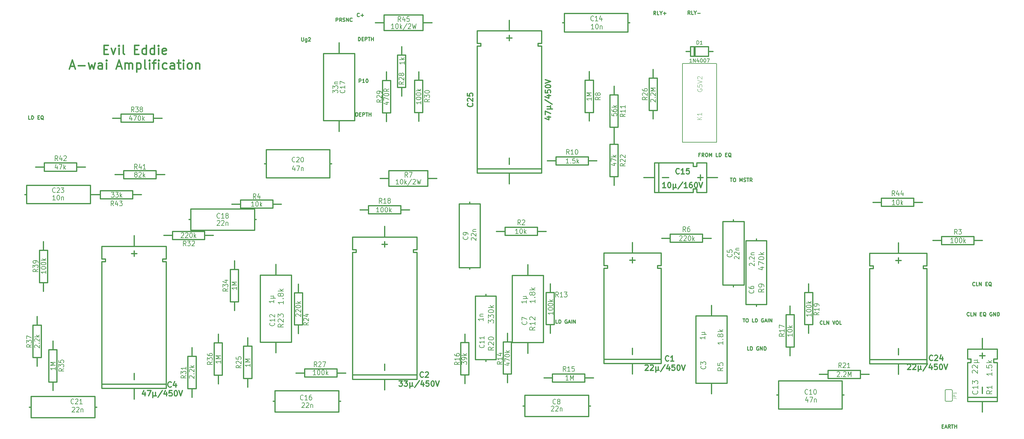
<source format=gto>
G04 #@! TF.FileFunction,Legend,Top*
%FSLAX46Y46*%
G04 Gerber Fmt 4.6, Leading zero omitted, Abs format (unit mm)*
G04 Created by KiCad (PCBNEW 4.0.7+dfsg1-1) date Sat Dec  2 13:30:58 2017*
%MOMM*%
%LPD*%
G01*
G04 APERTURE LIST*
%ADD10C,0.100000*%
%ADD11C,0.250000*%
%ADD12C,0.200000*%
%ADD13C,0.400000*%
%ADD14C,0.304800*%
%ADD15C,0.203200*%
%ADD16C,0.152400*%
%ADD17C,0.254000*%
%ADD18C,0.088900*%
%ADD19C,0.120000*%
G04 APERTURE END LIST*
D10*
D11*
X223848896Y-189123581D02*
X223372705Y-189123581D01*
X223372705Y-188123581D01*
X224182229Y-189123581D02*
X224182229Y-188123581D01*
X224420324Y-188123581D01*
X224563182Y-188171200D01*
X224658420Y-188266438D01*
X224706039Y-188361676D01*
X224753658Y-188552152D01*
X224753658Y-188695010D01*
X224706039Y-188885486D01*
X224658420Y-188980724D01*
X224563182Y-189075962D01*
X224420324Y-189123581D01*
X224182229Y-189123581D01*
X226467944Y-188171200D02*
X226372706Y-188123581D01*
X226229849Y-188123581D01*
X226086991Y-188171200D01*
X225991753Y-188266438D01*
X225944134Y-188361676D01*
X225896515Y-188552152D01*
X225896515Y-188695010D01*
X225944134Y-188885486D01*
X225991753Y-188980724D01*
X226086991Y-189075962D01*
X226229849Y-189123581D01*
X226325087Y-189123581D01*
X226467944Y-189075962D01*
X226515563Y-189028343D01*
X226515563Y-188695010D01*
X226325087Y-188695010D01*
X226896515Y-188837867D02*
X227372706Y-188837867D01*
X226801277Y-189123581D02*
X227134610Y-188123581D01*
X227467944Y-189123581D01*
X227801277Y-189123581D02*
X227801277Y-188123581D01*
X228277467Y-189123581D02*
X228277467Y-188123581D01*
X228848896Y-189123581D01*
X228848896Y-188123581D01*
X167527552Y-109240581D02*
X167527552Y-108240581D01*
X167765647Y-108240581D01*
X167908505Y-108288200D01*
X168003743Y-108383438D01*
X168051362Y-108478676D01*
X168098981Y-108669152D01*
X168098981Y-108812010D01*
X168051362Y-109002486D01*
X168003743Y-109097724D01*
X167908505Y-109192962D01*
X167765647Y-109240581D01*
X167527552Y-109240581D01*
X168527552Y-108716771D02*
X168860886Y-108716771D01*
X169003743Y-109240581D02*
X168527552Y-109240581D01*
X168527552Y-108240581D01*
X169003743Y-108240581D01*
X169432314Y-109240581D02*
X169432314Y-108240581D01*
X169813267Y-108240581D01*
X169908505Y-108288200D01*
X169956124Y-108335819D01*
X170003743Y-108431057D01*
X170003743Y-108573914D01*
X169956124Y-108669152D01*
X169908505Y-108716771D01*
X169813267Y-108764390D01*
X169432314Y-108764390D01*
X170289457Y-108240581D02*
X170860886Y-108240581D01*
X170575171Y-109240581D02*
X170575171Y-108240581D01*
X171194219Y-109240581D02*
X171194219Y-108240581D01*
X171194219Y-108716771D02*
X171765648Y-108716771D01*
X171765648Y-109240581D02*
X171765648Y-108240581D01*
D12*
X146347571Y-189361199D02*
X145633286Y-189861199D01*
X146347571Y-190218342D02*
X144847571Y-190218342D01*
X144847571Y-189646914D01*
X144919000Y-189504056D01*
X144990429Y-189432628D01*
X145133286Y-189361199D01*
X145347571Y-189361199D01*
X145490429Y-189432628D01*
X145561857Y-189504056D01*
X145633286Y-189646914D01*
X145633286Y-190218342D01*
X144990429Y-188789771D02*
X144919000Y-188718342D01*
X144847571Y-188575485D01*
X144847571Y-188218342D01*
X144919000Y-188075485D01*
X144990429Y-188004056D01*
X145133286Y-187932628D01*
X145276143Y-187932628D01*
X145490429Y-188004056D01*
X146347571Y-188861199D01*
X146347571Y-187932628D01*
X144847571Y-187432628D02*
X144847571Y-186504057D01*
X145419000Y-187004057D01*
X145419000Y-186789771D01*
X145490429Y-186646914D01*
X145561857Y-186575485D01*
X145704714Y-186504057D01*
X146061857Y-186504057D01*
X146204714Y-186575485D01*
X146276143Y-186646914D01*
X146347571Y-186789771D01*
X146347571Y-187218343D01*
X146276143Y-187361200D01*
X146204714Y-187432628D01*
X146347571Y-182789772D02*
X146347571Y-183646915D01*
X146347571Y-183218343D02*
X144847571Y-183218343D01*
X145061857Y-183361200D01*
X145204714Y-183504058D01*
X145276143Y-183646915D01*
X146204714Y-182146915D02*
X146276143Y-182075487D01*
X146347571Y-182146915D01*
X146276143Y-182218344D01*
X146204714Y-182146915D01*
X146347571Y-182146915D01*
X145490429Y-181218343D02*
X145419000Y-181361201D01*
X145347571Y-181432629D01*
X145204714Y-181504058D01*
X145133286Y-181504058D01*
X144990429Y-181432629D01*
X144919000Y-181361201D01*
X144847571Y-181218343D01*
X144847571Y-180932629D01*
X144919000Y-180789772D01*
X144990429Y-180718343D01*
X145133286Y-180646915D01*
X145204714Y-180646915D01*
X145347571Y-180718343D01*
X145419000Y-180789772D01*
X145490429Y-180932629D01*
X145490429Y-181218343D01*
X145561857Y-181361201D01*
X145633286Y-181432629D01*
X145776143Y-181504058D01*
X146061857Y-181504058D01*
X146204714Y-181432629D01*
X146276143Y-181361201D01*
X146347571Y-181218343D01*
X146347571Y-180932629D01*
X146276143Y-180789772D01*
X146204714Y-180718343D01*
X146061857Y-180646915D01*
X145776143Y-180646915D01*
X145633286Y-180718343D01*
X145561857Y-180789772D01*
X145490429Y-180932629D01*
X146347571Y-180004058D02*
X144847571Y-180004058D01*
X145776143Y-179861201D02*
X146347571Y-179432630D01*
X145347571Y-179432630D02*
X145919000Y-180004058D01*
X205783571Y-195865070D02*
X205069286Y-196365070D01*
X205783571Y-196722213D02*
X204283571Y-196722213D01*
X204283571Y-196150785D01*
X204355000Y-196007927D01*
X204426429Y-195936499D01*
X204569286Y-195865070D01*
X204783571Y-195865070D01*
X204926429Y-195936499D01*
X204997857Y-196007927D01*
X205069286Y-196150785D01*
X205069286Y-196722213D01*
X204426429Y-195293642D02*
X204355000Y-195222213D01*
X204283571Y-195079356D01*
X204283571Y-194722213D01*
X204355000Y-194579356D01*
X204426429Y-194507927D01*
X204569286Y-194436499D01*
X204712143Y-194436499D01*
X204926429Y-194507927D01*
X205783571Y-195365070D01*
X205783571Y-194436499D01*
X204283571Y-193507928D02*
X204283571Y-193365071D01*
X204355000Y-193222214D01*
X204426429Y-193150785D01*
X204569286Y-193079356D01*
X204855000Y-193007928D01*
X205212143Y-193007928D01*
X205497857Y-193079356D01*
X205640714Y-193150785D01*
X205712143Y-193222214D01*
X205783571Y-193365071D01*
X205783571Y-193507928D01*
X205712143Y-193650785D01*
X205640714Y-193722214D01*
X205497857Y-193793642D01*
X205212143Y-193865071D01*
X204855000Y-193865071D01*
X204569286Y-193793642D01*
X204426429Y-193722214D01*
X204355000Y-193650785D01*
X204283571Y-193507928D01*
X204283571Y-189079357D02*
X204283571Y-188150786D01*
X204855000Y-188650786D01*
X204855000Y-188436500D01*
X204926429Y-188293643D01*
X204997857Y-188222214D01*
X205140714Y-188150786D01*
X205497857Y-188150786D01*
X205640714Y-188222214D01*
X205712143Y-188293643D01*
X205783571Y-188436500D01*
X205783571Y-188865072D01*
X205712143Y-189007929D01*
X205640714Y-189079357D01*
X204283571Y-187650786D02*
X204283571Y-186722215D01*
X204855000Y-187222215D01*
X204855000Y-187007929D01*
X204926429Y-186865072D01*
X204997857Y-186793643D01*
X205140714Y-186722215D01*
X205497857Y-186722215D01*
X205640714Y-186793643D01*
X205712143Y-186865072D01*
X205783571Y-187007929D01*
X205783571Y-187436501D01*
X205712143Y-187579358D01*
X205640714Y-187650786D01*
X204283571Y-185793644D02*
X204283571Y-185650787D01*
X204355000Y-185507930D01*
X204426429Y-185436501D01*
X204569286Y-185365072D01*
X204855000Y-185293644D01*
X205212143Y-185293644D01*
X205497857Y-185365072D01*
X205640714Y-185436501D01*
X205712143Y-185507930D01*
X205783571Y-185650787D01*
X205783571Y-185793644D01*
X205712143Y-185936501D01*
X205640714Y-186007930D01*
X205497857Y-186079358D01*
X205212143Y-186150787D01*
X204855000Y-186150787D01*
X204569286Y-186079358D01*
X204426429Y-186007930D01*
X204355000Y-185936501D01*
X204283571Y-185793644D01*
X205783571Y-184650787D02*
X204283571Y-184650787D01*
X205212143Y-184507930D02*
X205783571Y-184079359D01*
X204783571Y-184079359D02*
X205355000Y-184650787D01*
X217467571Y-190173927D02*
X216753286Y-190673927D01*
X217467571Y-191031070D02*
X215967571Y-191031070D01*
X215967571Y-190459642D01*
X216039000Y-190316784D01*
X216110429Y-190245356D01*
X216253286Y-190173927D01*
X216467571Y-190173927D01*
X216610429Y-190245356D01*
X216681857Y-190316784D01*
X216753286Y-190459642D01*
X216753286Y-191031070D01*
X217467571Y-188745356D02*
X217467571Y-189602499D01*
X217467571Y-189173927D02*
X215967571Y-189173927D01*
X216181857Y-189316784D01*
X216324714Y-189459642D01*
X216396143Y-189602499D01*
X216110429Y-188173928D02*
X216039000Y-188102499D01*
X215967571Y-187959642D01*
X215967571Y-187602499D01*
X216039000Y-187459642D01*
X216110429Y-187388213D01*
X216253286Y-187316785D01*
X216396143Y-187316785D01*
X216610429Y-187388213D01*
X217467571Y-188245356D01*
X217467571Y-187316785D01*
X217467571Y-182459643D02*
X217467571Y-183316786D01*
X217467571Y-182888214D02*
X215967571Y-182888214D01*
X216181857Y-183031071D01*
X216324714Y-183173929D01*
X216396143Y-183316786D01*
X217324714Y-181816786D02*
X217396143Y-181745358D01*
X217467571Y-181816786D01*
X217396143Y-181888215D01*
X217324714Y-181816786D01*
X217467571Y-181816786D01*
X216610429Y-180888214D02*
X216539000Y-181031072D01*
X216467571Y-181102500D01*
X216324714Y-181173929D01*
X216253286Y-181173929D01*
X216110429Y-181102500D01*
X216039000Y-181031072D01*
X215967571Y-180888214D01*
X215967571Y-180602500D01*
X216039000Y-180459643D01*
X216110429Y-180388214D01*
X216253286Y-180316786D01*
X216324714Y-180316786D01*
X216467571Y-180388214D01*
X216539000Y-180459643D01*
X216610429Y-180602500D01*
X216610429Y-180888214D01*
X216681857Y-181031072D01*
X216753286Y-181102500D01*
X216896143Y-181173929D01*
X217181857Y-181173929D01*
X217324714Y-181102500D01*
X217396143Y-181031072D01*
X217467571Y-180888214D01*
X217467571Y-180602500D01*
X217396143Y-180459643D01*
X217324714Y-180388214D01*
X217181857Y-180316786D01*
X216896143Y-180316786D01*
X216753286Y-180388214D01*
X216681857Y-180459643D01*
X216610429Y-180602500D01*
X217467571Y-179673929D02*
X215967571Y-179673929D01*
X216896143Y-179531072D02*
X217467571Y-179102501D01*
X216467571Y-179102501D02*
X217039000Y-179673929D01*
X346626571Y-208192213D02*
X345912286Y-208692213D01*
X346626571Y-209049356D02*
X345126571Y-209049356D01*
X345126571Y-208477928D01*
X345198000Y-208335070D01*
X345269429Y-208263642D01*
X345412286Y-208192213D01*
X345626571Y-208192213D01*
X345769429Y-208263642D01*
X345840857Y-208335070D01*
X345912286Y-208477928D01*
X345912286Y-209049356D01*
X346626571Y-206763642D02*
X346626571Y-207620785D01*
X346626571Y-207192213D02*
X345126571Y-207192213D01*
X345340857Y-207335070D01*
X345483714Y-207477928D01*
X345555143Y-207620785D01*
X346626571Y-203049357D02*
X346626571Y-203906500D01*
X346626571Y-203477928D02*
X345126571Y-203477928D01*
X345340857Y-203620785D01*
X345483714Y-203763643D01*
X345555143Y-203906500D01*
X346483714Y-202406500D02*
X346555143Y-202335072D01*
X346626571Y-202406500D01*
X346555143Y-202477929D01*
X346483714Y-202406500D01*
X346626571Y-202406500D01*
X345126571Y-200977928D02*
X345126571Y-201692214D01*
X345840857Y-201763643D01*
X345769429Y-201692214D01*
X345698000Y-201549357D01*
X345698000Y-201192214D01*
X345769429Y-201049357D01*
X345840857Y-200977928D01*
X345983714Y-200906500D01*
X346340857Y-200906500D01*
X346483714Y-200977928D01*
X346555143Y-201049357D01*
X346626571Y-201192214D01*
X346626571Y-201549357D01*
X346555143Y-201692214D01*
X346483714Y-201763643D01*
X346626571Y-200263643D02*
X345126571Y-200263643D01*
X346055143Y-200120786D02*
X346626571Y-199692215D01*
X345626571Y-199692215D02*
X346198000Y-200263643D01*
X282174071Y-179466284D02*
X281459786Y-179966284D01*
X282174071Y-180323427D02*
X280674071Y-180323427D01*
X280674071Y-179751999D01*
X280745500Y-179609141D01*
X280816929Y-179537713D01*
X280959786Y-179466284D01*
X281174071Y-179466284D01*
X281316929Y-179537713D01*
X281388357Y-179609141D01*
X281459786Y-179751999D01*
X281459786Y-180323427D01*
X282174071Y-178751999D02*
X282174071Y-178466284D01*
X282102643Y-178323427D01*
X282031214Y-178251999D01*
X281816929Y-178109141D01*
X281531214Y-178037713D01*
X280959786Y-178037713D01*
X280816929Y-178109141D01*
X280745500Y-178180570D01*
X280674071Y-178323427D01*
X280674071Y-178609141D01*
X280745500Y-178751999D01*
X280816929Y-178823427D01*
X280959786Y-178894856D01*
X281316929Y-178894856D01*
X281459786Y-178823427D01*
X281531214Y-178751999D01*
X281602643Y-178609141D01*
X281602643Y-178323427D01*
X281531214Y-178180570D01*
X281459786Y-178109141D01*
X281316929Y-178037713D01*
X281174071Y-173323428D02*
X282174071Y-173323428D01*
X280602643Y-173680571D02*
X281674071Y-174037714D01*
X281674071Y-173109142D01*
X280674071Y-172680571D02*
X280674071Y-171680571D01*
X282174071Y-172323428D01*
X280674071Y-170823429D02*
X280674071Y-170680572D01*
X280745500Y-170537715D01*
X280816929Y-170466286D01*
X280959786Y-170394857D01*
X281245500Y-170323429D01*
X281602643Y-170323429D01*
X281888357Y-170394857D01*
X282031214Y-170466286D01*
X282102643Y-170537715D01*
X282174071Y-170680572D01*
X282174071Y-170823429D01*
X282102643Y-170966286D01*
X282031214Y-171037715D01*
X281888357Y-171109143D01*
X281602643Y-171180572D01*
X281245500Y-171180572D01*
X280959786Y-171109143D01*
X280816929Y-171037715D01*
X280745500Y-170966286D01*
X280674071Y-170823429D01*
X282174071Y-169680572D02*
X280674071Y-169680572D01*
X281602643Y-169537715D02*
X282174071Y-169109144D01*
X281174071Y-169109144D02*
X281745500Y-169680572D01*
X270617071Y-201715070D02*
X269902786Y-202215070D01*
X270617071Y-202572213D02*
X269117071Y-202572213D01*
X269117071Y-202000785D01*
X269188500Y-201857927D01*
X269259929Y-201786499D01*
X269402786Y-201715070D01*
X269617071Y-201715070D01*
X269759929Y-201786499D01*
X269831357Y-201857927D01*
X269902786Y-202000785D01*
X269902786Y-202572213D01*
X269117071Y-200357927D02*
X269117071Y-201072213D01*
X269831357Y-201143642D01*
X269759929Y-201072213D01*
X269688500Y-200929356D01*
X269688500Y-200572213D01*
X269759929Y-200429356D01*
X269831357Y-200357927D01*
X269974214Y-200286499D01*
X270331357Y-200286499D01*
X270474214Y-200357927D01*
X270545643Y-200429356D01*
X270617071Y-200572213D01*
X270617071Y-200929356D01*
X270545643Y-201072213D01*
X270474214Y-201143642D01*
X270617071Y-194286500D02*
X270617071Y-195143643D01*
X270617071Y-194715071D02*
X269117071Y-194715071D01*
X269331357Y-194857928D01*
X269474214Y-195000786D01*
X269545643Y-195143643D01*
X270474214Y-193643643D02*
X270545643Y-193572215D01*
X270617071Y-193643643D01*
X270545643Y-193715072D01*
X270474214Y-193643643D01*
X270617071Y-193643643D01*
X269759929Y-192715071D02*
X269688500Y-192857929D01*
X269617071Y-192929357D01*
X269474214Y-193000786D01*
X269402786Y-193000786D01*
X269259929Y-192929357D01*
X269188500Y-192857929D01*
X269117071Y-192715071D01*
X269117071Y-192429357D01*
X269188500Y-192286500D01*
X269259929Y-192215071D01*
X269402786Y-192143643D01*
X269474214Y-192143643D01*
X269617071Y-192215071D01*
X269688500Y-192286500D01*
X269759929Y-192429357D01*
X269759929Y-192715071D01*
X269831357Y-192857929D01*
X269902786Y-192929357D01*
X270045643Y-193000786D01*
X270331357Y-193000786D01*
X270474214Y-192929357D01*
X270545643Y-192857929D01*
X270617071Y-192715071D01*
X270617071Y-192429357D01*
X270545643Y-192286500D01*
X270474214Y-192215071D01*
X270331357Y-192143643D01*
X270045643Y-192143643D01*
X269902786Y-192215071D01*
X269831357Y-192286500D01*
X269759929Y-192429357D01*
X270617071Y-191500786D02*
X269117071Y-191500786D01*
X270045643Y-191357929D02*
X270617071Y-190929358D01*
X269617071Y-190929358D02*
X270188500Y-191500786D01*
D13*
X95694800Y-111741629D02*
X96528133Y-111741629D01*
X96885276Y-113051152D02*
X95694800Y-113051152D01*
X95694800Y-110551152D01*
X96885276Y-110551152D01*
X97718610Y-111384486D02*
X98313848Y-113051152D01*
X98909086Y-111384486D01*
X99861467Y-113051152D02*
X99861467Y-111384486D01*
X99861467Y-110551152D02*
X99742419Y-110670200D01*
X99861467Y-110789248D01*
X99980515Y-110670200D01*
X99861467Y-110551152D01*
X99861467Y-110789248D01*
X101409086Y-113051152D02*
X101170991Y-112932105D01*
X101051943Y-112694010D01*
X101051943Y-110551152D01*
X104266229Y-111741629D02*
X105099562Y-111741629D01*
X105456705Y-113051152D02*
X104266229Y-113051152D01*
X104266229Y-110551152D01*
X105456705Y-110551152D01*
X107599563Y-113051152D02*
X107599563Y-110551152D01*
X107599563Y-112932105D02*
X107361467Y-113051152D01*
X106885277Y-113051152D01*
X106647182Y-112932105D01*
X106528134Y-112813057D01*
X106409086Y-112574962D01*
X106409086Y-111860676D01*
X106528134Y-111622581D01*
X106647182Y-111503533D01*
X106885277Y-111384486D01*
X107361467Y-111384486D01*
X107599563Y-111503533D01*
X109861468Y-113051152D02*
X109861468Y-110551152D01*
X109861468Y-112932105D02*
X109623372Y-113051152D01*
X109147182Y-113051152D01*
X108909087Y-112932105D01*
X108790039Y-112813057D01*
X108670991Y-112574962D01*
X108670991Y-111860676D01*
X108790039Y-111622581D01*
X108909087Y-111503533D01*
X109147182Y-111384486D01*
X109623372Y-111384486D01*
X109861468Y-111503533D01*
X111051944Y-113051152D02*
X111051944Y-111384486D01*
X111051944Y-110551152D02*
X110932896Y-110670200D01*
X111051944Y-110789248D01*
X111170992Y-110670200D01*
X111051944Y-110551152D01*
X111051944Y-110789248D01*
X113194801Y-112932105D02*
X112956706Y-113051152D01*
X112480515Y-113051152D01*
X112242420Y-112932105D01*
X112123372Y-112694010D01*
X112123372Y-111741629D01*
X112242420Y-111503533D01*
X112480515Y-111384486D01*
X112956706Y-111384486D01*
X113194801Y-111503533D01*
X113313849Y-111741629D01*
X113313849Y-111979724D01*
X112123372Y-112217819D01*
X86111467Y-116486867D02*
X87301944Y-116486867D01*
X85873372Y-117201152D02*
X86706706Y-114701152D01*
X87540039Y-117201152D01*
X88373372Y-116248771D02*
X90278134Y-116248771D01*
X91230515Y-115534486D02*
X91706705Y-117201152D01*
X92182896Y-116010676D01*
X92659086Y-117201152D01*
X93135277Y-115534486D01*
X95159087Y-117201152D02*
X95159087Y-115891629D01*
X95040039Y-115653533D01*
X94801944Y-115534486D01*
X94325753Y-115534486D01*
X94087658Y-115653533D01*
X95159087Y-117082105D02*
X94920991Y-117201152D01*
X94325753Y-117201152D01*
X94087658Y-117082105D01*
X93968610Y-116844010D01*
X93968610Y-116605914D01*
X94087658Y-116367819D01*
X94325753Y-116248771D01*
X94920991Y-116248771D01*
X95159087Y-116129724D01*
X96349563Y-117201152D02*
X96349563Y-115534486D01*
X96349563Y-114701152D02*
X96230515Y-114820200D01*
X96349563Y-114939248D01*
X96468611Y-114820200D01*
X96349563Y-114701152D01*
X96349563Y-114939248D01*
X99325753Y-116486867D02*
X100516230Y-116486867D01*
X99087658Y-117201152D02*
X99920992Y-114701152D01*
X100754325Y-117201152D01*
X101587658Y-117201152D02*
X101587658Y-115534486D01*
X101587658Y-115772581D02*
X101706706Y-115653533D01*
X101944801Y-115534486D01*
X102301944Y-115534486D01*
X102540039Y-115653533D01*
X102659087Y-115891629D01*
X102659087Y-117201152D01*
X102659087Y-115891629D02*
X102778134Y-115653533D01*
X103016230Y-115534486D01*
X103373372Y-115534486D01*
X103611468Y-115653533D01*
X103730515Y-115891629D01*
X103730515Y-117201152D01*
X104920991Y-115534486D02*
X104920991Y-118034486D01*
X104920991Y-115653533D02*
X105159086Y-115534486D01*
X105635277Y-115534486D01*
X105873372Y-115653533D01*
X105992420Y-115772581D01*
X106111467Y-116010676D01*
X106111467Y-116724962D01*
X105992420Y-116963057D01*
X105873372Y-117082105D01*
X105635277Y-117201152D01*
X105159086Y-117201152D01*
X104920991Y-117082105D01*
X107540039Y-117201152D02*
X107301944Y-117082105D01*
X107182896Y-116844010D01*
X107182896Y-114701152D01*
X108492420Y-117201152D02*
X108492420Y-115534486D01*
X108492420Y-114701152D02*
X108373372Y-114820200D01*
X108492420Y-114939248D01*
X108611468Y-114820200D01*
X108492420Y-114701152D01*
X108492420Y-114939248D01*
X109325753Y-115534486D02*
X110278134Y-115534486D01*
X109682896Y-117201152D02*
X109682896Y-115058295D01*
X109801944Y-114820200D01*
X110040039Y-114701152D01*
X110278134Y-114701152D01*
X111111467Y-117201152D02*
X111111467Y-115534486D01*
X111111467Y-114701152D02*
X110992419Y-114820200D01*
X111111467Y-114939248D01*
X111230515Y-114820200D01*
X111111467Y-114701152D01*
X111111467Y-114939248D01*
X113373372Y-117082105D02*
X113135276Y-117201152D01*
X112659086Y-117201152D01*
X112420991Y-117082105D01*
X112301943Y-116963057D01*
X112182895Y-116724962D01*
X112182895Y-116010676D01*
X112301943Y-115772581D01*
X112420991Y-115653533D01*
X112659086Y-115534486D01*
X113135276Y-115534486D01*
X113373372Y-115653533D01*
X115516229Y-117201152D02*
X115516229Y-115891629D01*
X115397181Y-115653533D01*
X115159086Y-115534486D01*
X114682895Y-115534486D01*
X114444800Y-115653533D01*
X115516229Y-117082105D02*
X115278133Y-117201152D01*
X114682895Y-117201152D01*
X114444800Y-117082105D01*
X114325752Y-116844010D01*
X114325752Y-116605914D01*
X114444800Y-116367819D01*
X114682895Y-116248771D01*
X115278133Y-116248771D01*
X115516229Y-116129724D01*
X116349562Y-115534486D02*
X117301943Y-115534486D01*
X116706705Y-114701152D02*
X116706705Y-116844010D01*
X116825753Y-117082105D01*
X117063848Y-117201152D01*
X117301943Y-117201152D01*
X118135276Y-117201152D02*
X118135276Y-115534486D01*
X118135276Y-114701152D02*
X118016228Y-114820200D01*
X118135276Y-114939248D01*
X118254324Y-114820200D01*
X118135276Y-114701152D01*
X118135276Y-114939248D01*
X119682895Y-117201152D02*
X119444800Y-117082105D01*
X119325752Y-116963057D01*
X119206704Y-116724962D01*
X119206704Y-116010676D01*
X119325752Y-115772581D01*
X119444800Y-115653533D01*
X119682895Y-115534486D01*
X120040038Y-115534486D01*
X120278133Y-115653533D01*
X120397181Y-115772581D01*
X120516228Y-116010676D01*
X120516228Y-116724962D01*
X120397181Y-116963057D01*
X120278133Y-117082105D01*
X120040038Y-117201152D01*
X119682895Y-117201152D01*
X121587657Y-115534486D02*
X121587657Y-117201152D01*
X121587657Y-115772581D02*
X121706705Y-115653533D01*
X121944800Y-115534486D01*
X122301943Y-115534486D01*
X122540038Y-115653533D01*
X122659086Y-115891629D01*
X122659086Y-117201152D01*
D11*
X161212495Y-103779581D02*
X161212495Y-102779581D01*
X161593448Y-102779581D01*
X161688686Y-102827200D01*
X161736305Y-102874819D01*
X161783924Y-102970057D01*
X161783924Y-103112914D01*
X161736305Y-103208152D01*
X161688686Y-103255771D01*
X161593448Y-103303390D01*
X161212495Y-103303390D01*
X162783924Y-103779581D02*
X162450590Y-103303390D01*
X162212495Y-103779581D02*
X162212495Y-102779581D01*
X162593448Y-102779581D01*
X162688686Y-102827200D01*
X162736305Y-102874819D01*
X162783924Y-102970057D01*
X162783924Y-103112914D01*
X162736305Y-103208152D01*
X162688686Y-103255771D01*
X162593448Y-103303390D01*
X162212495Y-103303390D01*
X163164876Y-103731962D02*
X163307733Y-103779581D01*
X163545829Y-103779581D01*
X163641067Y-103731962D01*
X163688686Y-103684343D01*
X163736305Y-103589105D01*
X163736305Y-103493867D01*
X163688686Y-103398629D01*
X163641067Y-103351010D01*
X163545829Y-103303390D01*
X163355352Y-103255771D01*
X163260114Y-103208152D01*
X163212495Y-103160533D01*
X163164876Y-103065295D01*
X163164876Y-102970057D01*
X163212495Y-102874819D01*
X163260114Y-102827200D01*
X163355352Y-102779581D01*
X163593448Y-102779581D01*
X163736305Y-102827200D01*
X164164876Y-103779581D02*
X164164876Y-102779581D01*
X164736305Y-103779581D01*
X164736305Y-102779581D01*
X165783924Y-103684343D02*
X165736305Y-103731962D01*
X165593448Y-103779581D01*
X165498210Y-103779581D01*
X165355352Y-103731962D01*
X165260114Y-103636724D01*
X165212495Y-103541486D01*
X165164876Y-103351010D01*
X165164876Y-103208152D01*
X165212495Y-103017676D01*
X165260114Y-102922438D01*
X165355352Y-102827200D01*
X165498210Y-102779581D01*
X165593448Y-102779581D01*
X165736305Y-102827200D01*
X165783924Y-102874819D01*
X298632857Y-189333143D02*
X298585238Y-189380762D01*
X298442381Y-189428381D01*
X298347143Y-189428381D01*
X298204285Y-189380762D01*
X298109047Y-189285524D01*
X298061428Y-189190286D01*
X298013809Y-188999810D01*
X298013809Y-188856952D01*
X298061428Y-188666476D01*
X298109047Y-188571238D01*
X298204285Y-188476000D01*
X298347143Y-188428381D01*
X298442381Y-188428381D01*
X298585238Y-188476000D01*
X298632857Y-188523619D01*
X299537619Y-189428381D02*
X299061428Y-189428381D01*
X299061428Y-188428381D01*
X299870952Y-189428381D02*
X299870952Y-188428381D01*
X300442381Y-189428381D01*
X300442381Y-188428381D01*
X301537619Y-188428381D02*
X301870952Y-189428381D01*
X302204286Y-188428381D01*
X302728095Y-188428381D02*
X302918572Y-188428381D01*
X303013810Y-188476000D01*
X303109048Y-188571238D01*
X303156667Y-188761714D01*
X303156667Y-189095048D01*
X303109048Y-189285524D01*
X303013810Y-189380762D01*
X302918572Y-189428381D01*
X302728095Y-189428381D01*
X302632857Y-189380762D01*
X302537619Y-189285524D01*
X302490000Y-189095048D01*
X302490000Y-188761714D01*
X302537619Y-188571238D01*
X302632857Y-188476000D01*
X302728095Y-188428381D01*
X304061429Y-189428381D02*
X303585238Y-189428381D01*
X303585238Y-188428381D01*
X272623352Y-148067781D02*
X273194781Y-148067781D01*
X272909066Y-149067781D02*
X272909066Y-148067781D01*
X273718590Y-148067781D02*
X273909067Y-148067781D01*
X274004305Y-148115400D01*
X274099543Y-148210638D01*
X274147162Y-148401114D01*
X274147162Y-148734448D01*
X274099543Y-148924924D01*
X274004305Y-149020162D01*
X273909067Y-149067781D01*
X273718590Y-149067781D01*
X273623352Y-149020162D01*
X273528114Y-148924924D01*
X273480495Y-148734448D01*
X273480495Y-148401114D01*
X273528114Y-148210638D01*
X273623352Y-148115400D01*
X273718590Y-148067781D01*
X275337638Y-149067781D02*
X275337638Y-148067781D01*
X275670972Y-148782067D01*
X276004305Y-148067781D01*
X276004305Y-149067781D01*
X276432876Y-149020162D02*
X276575733Y-149067781D01*
X276813829Y-149067781D01*
X276909067Y-149020162D01*
X276956686Y-148972543D01*
X277004305Y-148877305D01*
X277004305Y-148782067D01*
X276956686Y-148686829D01*
X276909067Y-148639210D01*
X276813829Y-148591590D01*
X276623352Y-148543971D01*
X276528114Y-148496352D01*
X276480495Y-148448733D01*
X276432876Y-148353495D01*
X276432876Y-148258257D01*
X276480495Y-148163019D01*
X276528114Y-148115400D01*
X276623352Y-148067781D01*
X276861448Y-148067781D01*
X277004305Y-148115400D01*
X277290019Y-148067781D02*
X277861448Y-148067781D01*
X277575733Y-149067781D02*
X277575733Y-148067781D01*
X278766210Y-149067781D02*
X278432876Y-148591590D01*
X278194781Y-149067781D02*
X278194781Y-148067781D01*
X278575734Y-148067781D01*
X278670972Y-148115400D01*
X278718591Y-148163019D01*
X278766210Y-148258257D01*
X278766210Y-148401114D01*
X278718591Y-148496352D01*
X278670972Y-148543971D01*
X278575734Y-148591590D01*
X278194781Y-148591590D01*
X167813077Y-102338143D02*
X167765458Y-102385762D01*
X167622601Y-102433381D01*
X167527363Y-102433381D01*
X167384505Y-102385762D01*
X167289267Y-102290524D01*
X167241648Y-102195286D01*
X167194029Y-102004810D01*
X167194029Y-101861952D01*
X167241648Y-101671476D01*
X167289267Y-101576238D01*
X167384505Y-101481000D01*
X167527363Y-101433381D01*
X167622601Y-101433381D01*
X167765458Y-101481000D01*
X167813077Y-101528619D01*
X168241648Y-102052429D02*
X169003553Y-102052429D01*
X168622601Y-102433381D02*
X168622601Y-101671476D01*
X276185833Y-187793381D02*
X276757262Y-187793381D01*
X276471547Y-188793381D02*
X276471547Y-187793381D01*
X277281071Y-187793381D02*
X277471548Y-187793381D01*
X277566786Y-187841000D01*
X277662024Y-187936238D01*
X277709643Y-188126714D01*
X277709643Y-188460048D01*
X277662024Y-188650524D01*
X277566786Y-188745762D01*
X277471548Y-188793381D01*
X277281071Y-188793381D01*
X277185833Y-188745762D01*
X277090595Y-188650524D01*
X277042976Y-188460048D01*
X277042976Y-188126714D01*
X277090595Y-187936238D01*
X277185833Y-187841000D01*
X277281071Y-187793381D01*
X279376310Y-188793381D02*
X278900119Y-188793381D01*
X278900119Y-187793381D01*
X279709643Y-188793381D02*
X279709643Y-187793381D01*
X279947738Y-187793381D01*
X280090596Y-187841000D01*
X280185834Y-187936238D01*
X280233453Y-188031476D01*
X280281072Y-188221952D01*
X280281072Y-188364810D01*
X280233453Y-188555286D01*
X280185834Y-188650524D01*
X280090596Y-188745762D01*
X279947738Y-188793381D01*
X279709643Y-188793381D01*
X281995358Y-187841000D02*
X281900120Y-187793381D01*
X281757263Y-187793381D01*
X281614405Y-187841000D01*
X281519167Y-187936238D01*
X281471548Y-188031476D01*
X281423929Y-188221952D01*
X281423929Y-188364810D01*
X281471548Y-188555286D01*
X281519167Y-188650524D01*
X281614405Y-188745762D01*
X281757263Y-188793381D01*
X281852501Y-188793381D01*
X281995358Y-188745762D01*
X282042977Y-188698143D01*
X282042977Y-188364810D01*
X281852501Y-188364810D01*
X282423929Y-188507667D02*
X282900120Y-188507667D01*
X282328691Y-188793381D02*
X282662024Y-187793381D01*
X282995358Y-188793381D01*
X283328691Y-188793381D02*
X283328691Y-187793381D01*
X283804881Y-188793381D02*
X283804881Y-187793381D01*
X284376310Y-188793381D01*
X284376310Y-187793381D01*
D14*
X162128200Y-109877200D02*
X162128200Y-112877200D01*
X166528200Y-112877200D02*
X166528200Y-131877200D01*
X166528200Y-131877200D02*
X157728200Y-131877200D01*
X157728200Y-131877200D02*
X157728200Y-112877200D01*
X157728200Y-112877200D02*
X166528200Y-112877200D01*
X162128200Y-131877200D02*
X162128200Y-134877200D01*
X250875800Y-117373400D02*
X250875800Y-119809400D01*
X250875800Y-119809400D02*
X252025800Y-119809400D01*
X252025800Y-119873400D02*
X252025800Y-128873400D01*
X252025800Y-128937400D02*
X249725800Y-128937400D01*
X249725800Y-128873400D02*
X249725800Y-119873400D01*
X249725800Y-119809400D02*
X250875800Y-119809400D01*
X250875800Y-131373400D02*
X250875800Y-128937400D01*
X233147000Y-212534500D02*
X232647000Y-212534500D01*
X232647000Y-215534500D02*
X214647000Y-215534500D01*
X214647000Y-215534500D02*
X214647000Y-209534500D01*
X214647000Y-209534500D02*
X232647000Y-209534500D01*
X232647000Y-209534500D02*
X232647000Y-215534500D01*
X214647000Y-212534500D02*
X214147000Y-212534500D01*
X304800000Y-209423000D02*
X304300000Y-209423000D01*
X304300000Y-213423000D02*
X286300000Y-213423000D01*
X286300000Y-213423000D02*
X286300000Y-205423000D01*
X286300000Y-205423000D02*
X304300000Y-205423000D01*
X304300000Y-205423000D02*
X304300000Y-213423000D01*
X286300000Y-209423000D02*
X285800000Y-209423000D01*
X199034400Y-154888800D02*
X199034400Y-155388800D01*
X202034400Y-155388800D02*
X202034400Y-173388800D01*
X202034400Y-173388800D02*
X196034400Y-173388800D01*
X196034400Y-173388800D02*
X196034400Y-155388800D01*
X196034400Y-155388800D02*
X202034400Y-155388800D01*
X199034400Y-173388800D02*
X199034400Y-173888800D01*
X173687200Y-148183600D02*
X176123200Y-148183600D01*
X176187200Y-145983600D02*
X187187200Y-145983600D01*
X187187200Y-145983600D02*
X187187200Y-150383600D01*
X187187200Y-150383600D02*
X176187200Y-150383600D01*
X176187200Y-150383600D02*
X176187200Y-145983600D01*
X189687200Y-148183600D02*
X187251200Y-148183600D01*
X112090200Y-131165600D02*
X109654200Y-131165600D01*
X109654200Y-131165600D02*
X109654200Y-132315600D01*
X109590200Y-132315600D02*
X100590200Y-132315600D01*
X100526200Y-132315600D02*
X100526200Y-130015600D01*
X100590200Y-130015600D02*
X109590200Y-130015600D01*
X109654200Y-130015600D02*
X109654200Y-131165600D01*
X98090200Y-131165600D02*
X100526200Y-131165600D01*
X253150500Y-169306500D02*
X253150500Y-172876500D01*
X253150500Y-172876500D02*
X252134500Y-172876500D01*
X252134500Y-172876500D02*
X252134500Y-173638500D01*
X252134500Y-173638500D02*
X253150500Y-173638500D01*
X253150500Y-173638500D02*
X253150500Y-200506500D01*
X236942500Y-200506500D02*
X236942500Y-173638500D01*
X236942500Y-173638500D02*
X237958500Y-173638500D01*
X237958500Y-173638500D02*
X237958500Y-172876500D01*
X237958500Y-172876500D02*
X236942500Y-172876500D01*
X236942500Y-172876500D02*
X236942500Y-169306500D01*
X236946500Y-169306500D02*
X253146500Y-169306500D01*
X253146500Y-200506500D02*
X236946500Y-200506500D01*
X236946500Y-199306500D02*
X253146500Y-199306500D01*
X245046500Y-169306500D02*
X245046500Y-166306500D01*
X245046500Y-200506500D02*
X245046500Y-203506500D01*
X245046500Y-198022500D02*
X245046500Y-196244500D01*
X245046500Y-170574500D02*
X245046500Y-172098500D01*
X245808500Y-171336500D02*
X244284500Y-171336500D01*
X184110000Y-164775200D02*
X184110000Y-168345200D01*
X184110000Y-168345200D02*
X183094000Y-168345200D01*
X183094000Y-168345200D02*
X183094000Y-169107200D01*
X183094000Y-169107200D02*
X184110000Y-169107200D01*
X184110000Y-169107200D02*
X184110000Y-204975200D01*
X165902000Y-204975200D02*
X165902000Y-169107200D01*
X165902000Y-169107200D02*
X166918000Y-169107200D01*
X166918000Y-169107200D02*
X166918000Y-168345200D01*
X166918000Y-168345200D02*
X165902000Y-168345200D01*
X165902000Y-168345200D02*
X165902000Y-164775200D01*
X165906000Y-164775200D02*
X184106000Y-164775200D01*
X184106000Y-204975200D02*
X165906000Y-204975200D01*
X165906000Y-203775200D02*
X184106000Y-203775200D01*
X175006000Y-164775200D02*
X175006000Y-161775200D01*
X175006000Y-204975200D02*
X175006000Y-207975200D01*
X175006000Y-202491200D02*
X175006000Y-200713200D01*
X175006000Y-166043200D02*
X175006000Y-167567200D01*
X175768000Y-166805200D02*
X174244000Y-166805200D01*
X113307500Y-167380500D02*
X113307500Y-170950500D01*
X113307500Y-170950500D02*
X112291500Y-170950500D01*
X112291500Y-170950500D02*
X112291500Y-171712500D01*
X112291500Y-171712500D02*
X113307500Y-171712500D01*
X113307500Y-171712500D02*
X113307500Y-207580500D01*
X95099500Y-207580500D02*
X95099500Y-171712500D01*
X95099500Y-171712500D02*
X96115500Y-171712500D01*
X96115500Y-171712500D02*
X96115500Y-170950500D01*
X96115500Y-170950500D02*
X95099500Y-170950500D01*
X95099500Y-170950500D02*
X95099500Y-167380500D01*
X95103500Y-167380500D02*
X113303500Y-167380500D01*
X113303500Y-207580500D02*
X95103500Y-207580500D01*
X95103500Y-206380500D02*
X113303500Y-206380500D01*
X104203500Y-167380500D02*
X104203500Y-164380500D01*
X104203500Y-207580500D02*
X104203500Y-210580500D01*
X104203500Y-205096500D02*
X104203500Y-203318500D01*
X104203500Y-168648500D02*
X104203500Y-170172500D01*
X104965500Y-169410500D02*
X103441500Y-169410500D01*
X260159500Y-112331500D02*
X261421500Y-112331500D01*
X261421500Y-112331500D02*
X261421500Y-113681500D01*
X261421500Y-113681500D02*
X266517500Y-113681500D01*
X266517500Y-113681500D02*
X266517500Y-112331500D01*
X266517500Y-112331500D02*
X267779500Y-112331500D01*
X266517500Y-112331500D02*
X266517500Y-110981500D01*
X266517500Y-110981500D02*
X261421500Y-110981500D01*
X261421500Y-110981500D02*
X261421500Y-112331500D01*
X262429500Y-113681500D02*
X262429500Y-110981500D01*
X262683500Y-110981500D02*
X262683500Y-113681500D01*
D15*
X268787880Y-137937240D02*
X268787880Y-115681760D01*
X259191760Y-115681760D02*
X259191760Y-137937240D01*
X268747240Y-137937240D02*
X259191760Y-137937240D01*
X259191760Y-115681760D02*
X268747240Y-115681760D01*
D14*
X206599000Y-163169600D02*
X209035000Y-163169600D01*
X209035000Y-163169600D02*
X209035000Y-162019600D01*
X209099000Y-162019600D02*
X218099000Y-162019600D01*
X218163000Y-162019600D02*
X218163000Y-164319600D01*
X218099000Y-164319600D02*
X209099000Y-164319600D01*
X209035000Y-164319600D02*
X209035000Y-163169600D01*
X220599000Y-163169600D02*
X218163000Y-163169600D01*
X131821400Y-155448000D02*
X134257400Y-155448000D01*
X134257400Y-155448000D02*
X134257400Y-154298000D01*
X134321400Y-154298000D02*
X143321400Y-154298000D01*
X143385400Y-154298000D02*
X143385400Y-156598000D01*
X143321400Y-156598000D02*
X134321400Y-156598000D01*
X134257400Y-156598000D02*
X134257400Y-155448000D01*
X145821400Y-155448000D02*
X143385400Y-155448000D01*
X253286500Y-165100000D02*
X255722500Y-165100000D01*
X255722500Y-165100000D02*
X255722500Y-163950000D01*
X255786500Y-163950000D02*
X264786500Y-163950000D01*
X264850500Y-163950000D02*
X264850500Y-166250000D01*
X264786500Y-166250000D02*
X255786500Y-166250000D01*
X255722500Y-166250000D02*
X255722500Y-165100000D01*
X267286500Y-165100000D02*
X264850500Y-165100000D01*
X232816400Y-117968000D02*
X232816400Y-120404000D01*
X232816400Y-120404000D02*
X233966400Y-120404000D01*
X233966400Y-120468000D02*
X233966400Y-129468000D01*
X233966400Y-129532000D02*
X231666400Y-129532000D01*
X231666400Y-129468000D02*
X231666400Y-120468000D01*
X231666400Y-120404000D02*
X232816400Y-120404000D01*
X232816400Y-131968000D02*
X232816400Y-129532000D01*
X239826800Y-122139400D02*
X239826800Y-124575400D01*
X239826800Y-124575400D02*
X240976800Y-124575400D01*
X240976800Y-124639400D02*
X240976800Y-133639400D01*
X240976800Y-133703400D02*
X238676800Y-133703400D01*
X238676800Y-133639400D02*
X238676800Y-124639400D01*
X238676800Y-124575400D02*
X239826800Y-124575400D01*
X239826800Y-136139400D02*
X239826800Y-133703400D01*
X221805500Y-177990500D02*
X221805500Y-180426500D01*
X221805500Y-180426500D02*
X222955500Y-180426500D01*
X222955500Y-180490500D02*
X222955500Y-189490500D01*
X222955500Y-189554500D02*
X220655500Y-189554500D01*
X220655500Y-189490500D02*
X220655500Y-180490500D01*
X220655500Y-180426500D02*
X221805500Y-180426500D01*
X221805500Y-191990500D02*
X221805500Y-189554500D01*
X209677000Y-205960500D02*
X209677000Y-203524500D01*
X209677000Y-203524500D02*
X208527000Y-203524500D01*
X208527000Y-203460500D02*
X208527000Y-194460500D01*
X208527000Y-194396500D02*
X210827000Y-194396500D01*
X210827000Y-194460500D02*
X210827000Y-203460500D01*
X210827000Y-203524500D02*
X209677000Y-203524500D01*
X209677000Y-191960500D02*
X209677000Y-194396500D01*
X220012500Y-204597000D02*
X222448500Y-204597000D01*
X222448500Y-204597000D02*
X222448500Y-203447000D01*
X222512500Y-203447000D02*
X231512500Y-203447000D01*
X231576500Y-203447000D02*
X231576500Y-205747000D01*
X231512500Y-205747000D02*
X222512500Y-205747000D01*
X222448500Y-205747000D02*
X222448500Y-204597000D01*
X234012500Y-204597000D02*
X231576500Y-204597000D01*
X197675500Y-192199500D02*
X197675500Y-194635500D01*
X197675500Y-194635500D02*
X198825500Y-194635500D01*
X198825500Y-194699500D02*
X198825500Y-203699500D01*
X198825500Y-203763500D02*
X196525500Y-203763500D01*
X196525500Y-203699500D02*
X196525500Y-194699500D01*
X196525500Y-194635500D02*
X197675500Y-194635500D01*
X197675500Y-206199500D02*
X197675500Y-203763500D01*
X289560000Y-184277000D02*
X289560000Y-186713000D01*
X289560000Y-186713000D02*
X290710000Y-186713000D01*
X290710000Y-186777000D02*
X290710000Y-195777000D01*
X290710000Y-195841000D02*
X288410000Y-195841000D01*
X288410000Y-195777000D02*
X288410000Y-186777000D01*
X288410000Y-186713000D02*
X289560000Y-186713000D01*
X289560000Y-198277000D02*
X289560000Y-195841000D01*
X168016400Y-157073600D02*
X170452400Y-157073600D01*
X170452400Y-157073600D02*
X170452400Y-155923600D01*
X170516400Y-155923600D02*
X179516400Y-155923600D01*
X179580400Y-155923600D02*
X179580400Y-158223600D01*
X179516400Y-158223600D02*
X170516400Y-158223600D01*
X170452400Y-158223600D02*
X170452400Y-157073600D01*
X182016400Y-157073600D02*
X179580400Y-157073600D01*
X294830500Y-177990500D02*
X294830500Y-180426500D01*
X294830500Y-180426500D02*
X295980500Y-180426500D01*
X295980500Y-180490500D02*
X295980500Y-189490500D01*
X295980500Y-189554500D02*
X293680500Y-189554500D01*
X293680500Y-189490500D02*
X293680500Y-180490500D01*
X293680500Y-180426500D02*
X294830500Y-180426500D01*
X294830500Y-191990500D02*
X294830500Y-189554500D01*
X297863500Y-203581000D02*
X300299500Y-203581000D01*
X300299500Y-203581000D02*
X300299500Y-202431000D01*
X300363500Y-202431000D02*
X309363500Y-202431000D01*
X309427500Y-202431000D02*
X309427500Y-204731000D01*
X309363500Y-204731000D02*
X300363500Y-204731000D01*
X300299500Y-204731000D02*
X300299500Y-203581000D01*
X311863500Y-203581000D02*
X309427500Y-203581000D01*
X150622000Y-178074800D02*
X150622000Y-180510800D01*
X150622000Y-180510800D02*
X151772000Y-180510800D01*
X151772000Y-180574800D02*
X151772000Y-189574800D01*
X151772000Y-189638800D02*
X149472000Y-189638800D01*
X149472000Y-189574800D02*
X149472000Y-180574800D01*
X149472000Y-180510800D02*
X150622000Y-180510800D01*
X150622000Y-192074800D02*
X150622000Y-189638800D01*
X136296400Y-207202800D02*
X136296400Y-204766800D01*
X136296400Y-204766800D02*
X135146400Y-204766800D01*
X135146400Y-204702800D02*
X135146400Y-195702800D01*
X135146400Y-195638800D02*
X137446400Y-195638800D01*
X137446400Y-195702800D02*
X137446400Y-204702800D01*
X137446400Y-204766800D02*
X136296400Y-204766800D01*
X136296400Y-193202800D02*
X136296400Y-195638800D01*
X149972000Y-203200000D02*
X152408000Y-203200000D01*
X152408000Y-203200000D02*
X152408000Y-202050000D01*
X152472000Y-202050000D02*
X161472000Y-202050000D01*
X161536000Y-202050000D02*
X161536000Y-204350000D01*
X161472000Y-204350000D02*
X152472000Y-204350000D01*
X152408000Y-204350000D02*
X152408000Y-203200000D01*
X163972000Y-203200000D02*
X161536000Y-203200000D01*
X179806600Y-110906800D02*
X179806600Y-113342800D01*
X179806600Y-113342800D02*
X180956600Y-113342800D01*
X180956600Y-113406800D02*
X180956600Y-122406800D01*
X180956600Y-122470800D02*
X178656600Y-122470800D01*
X178656600Y-122406800D02*
X178656600Y-113406800D01*
X178656600Y-113342800D02*
X179806600Y-113342800D01*
X179806600Y-124906800D02*
X179806600Y-122470800D01*
X175539400Y-118069600D02*
X175539400Y-120505600D01*
X175539400Y-120505600D02*
X176689400Y-120505600D01*
X176689400Y-120569600D02*
X176689400Y-129569600D01*
X176689400Y-129633600D02*
X174389400Y-129633600D01*
X174389400Y-129569600D02*
X174389400Y-120569600D01*
X174389400Y-120505600D02*
X175539400Y-120505600D01*
X175539400Y-132069600D02*
X175539400Y-129633600D01*
X184632600Y-118018800D02*
X184632600Y-120454800D01*
X184632600Y-120454800D02*
X185782600Y-120454800D01*
X185782600Y-120518800D02*
X185782600Y-129518800D01*
X185782600Y-129582800D02*
X183482600Y-129582800D01*
X183482600Y-129518800D02*
X183482600Y-120518800D01*
X183482600Y-120454800D02*
X184632600Y-120454800D01*
X184632600Y-132018800D02*
X184632600Y-129582800D01*
X120548400Y-196047600D02*
X120548400Y-198483600D01*
X120548400Y-198483600D02*
X121698400Y-198483600D01*
X121698400Y-198547600D02*
X121698400Y-207547600D01*
X121698400Y-207611600D02*
X119398400Y-207611600D01*
X119398400Y-207547600D02*
X119398400Y-198547600D01*
X119398400Y-198483600D02*
X120548400Y-198483600D01*
X120548400Y-210047600D02*
X120548400Y-207611600D01*
X112583200Y-164312600D02*
X115019200Y-164312600D01*
X115019200Y-164312600D02*
X115019200Y-163162600D01*
X115083200Y-163162600D02*
X124083200Y-163162600D01*
X124147200Y-163162600D02*
X124147200Y-165462600D01*
X124083200Y-165462600D02*
X115083200Y-165462600D01*
X115019200Y-165462600D02*
X115019200Y-164312600D01*
X126583200Y-164312600D02*
X124147200Y-164312600D01*
X132562600Y-185496200D02*
X132562600Y-183060200D01*
X132562600Y-183060200D02*
X131412600Y-183060200D01*
X131412600Y-182996200D02*
X131412600Y-173996200D01*
X131412600Y-173932200D02*
X133712600Y-173932200D01*
X133712600Y-173996200D02*
X133712600Y-182996200D01*
X133712600Y-183060200D02*
X132562600Y-183060200D01*
X132562600Y-171496200D02*
X132562600Y-173932200D01*
X76784200Y-187244200D02*
X76784200Y-189680200D01*
X76784200Y-189680200D02*
X77934200Y-189680200D01*
X77934200Y-189744200D02*
X77934200Y-198744200D01*
X77934200Y-198808200D02*
X75634200Y-198808200D01*
X75634200Y-198744200D02*
X75634200Y-189744200D01*
X75634200Y-189680200D02*
X76784200Y-189680200D01*
X76784200Y-201244200D02*
X76784200Y-198808200D01*
D16*
X333375000Y-210947000D02*
X333375000Y-208153000D01*
X335153000Y-211201000D02*
G75*
G03X335407000Y-210947000I0J254000D01*
G01*
X335407000Y-208153000D02*
G75*
G03X335153000Y-207899000I-254000J0D01*
G01*
X333375000Y-208153000D02*
G75*
G02X333629000Y-207899000I254000J0D01*
G01*
X333629000Y-211201000D02*
G75*
G02X333375000Y-210947000I0J254000D01*
G01*
X333629000Y-211201000D02*
X335153000Y-211201000D01*
X333629000Y-207899000D02*
X335153000Y-207899000D01*
X335407000Y-208153000D02*
X335407000Y-210947000D01*
D14*
X280035000Y-165315500D02*
X280035000Y-165815500D01*
X282935000Y-165815500D02*
X282935000Y-183815500D01*
X282935000Y-183815500D02*
X277135000Y-183815500D01*
X277135000Y-183815500D02*
X277135000Y-165815500D01*
X277135000Y-165815500D02*
X282935000Y-165815500D01*
X280035000Y-183815500D02*
X280035000Y-184315500D01*
X215455500Y-172612000D02*
X215455500Y-175612000D01*
X219855500Y-175612000D02*
X219855500Y-194612000D01*
X219855500Y-194612000D02*
X211055500Y-194612000D01*
X211055500Y-194612000D02*
X211055500Y-175612000D01*
X211055500Y-175612000D02*
X219855500Y-175612000D01*
X215455500Y-194612000D02*
X215455500Y-197612000D01*
X203581000Y-180936500D02*
X203581000Y-181436500D01*
X206481000Y-181436500D02*
X206481000Y-199436500D01*
X206481000Y-199436500D02*
X200681000Y-199436500D01*
X200681000Y-199436500D02*
X200681000Y-181436500D01*
X200681000Y-181436500D02*
X206481000Y-181436500D01*
X203581000Y-199436500D02*
X203581000Y-199936500D01*
X144221200Y-172513600D02*
X144221200Y-175513600D01*
X148621200Y-175513600D02*
X148621200Y-194513600D01*
X148621200Y-194513600D02*
X139821200Y-194513600D01*
X139821200Y-194513600D02*
X139821200Y-175513600D01*
X139821200Y-175513600D02*
X148621200Y-175513600D01*
X144221200Y-194513600D02*
X144221200Y-197513600D01*
X348116000Y-199249000D02*
X348116000Y-196449000D01*
X347116000Y-199249000D02*
X348116000Y-199249000D01*
X347116000Y-200249000D02*
X347116000Y-199249000D01*
X348116000Y-200249000D02*
X347116000Y-200249000D01*
X348116000Y-211249000D02*
X348116000Y-200249000D01*
X339716000Y-211249000D02*
X339716000Y-200249000D01*
X339716000Y-199249000D02*
X340716000Y-199249000D01*
X340716000Y-200249000D02*
X340716000Y-199249000D01*
X340716000Y-200249000D02*
X339716000Y-200249000D01*
X339716000Y-199249000D02*
X339716000Y-196449000D01*
X339716000Y-196449000D02*
X348116000Y-196449000D01*
X348116000Y-211249000D02*
X339716000Y-211249000D01*
X339716000Y-210049000D02*
X348116000Y-210049000D01*
X343916000Y-196449000D02*
X343916000Y-193449000D01*
X343916000Y-211249000D02*
X343916000Y-214249000D01*
X343916000Y-208965000D02*
X343916000Y-207187000D01*
X343916000Y-197517000D02*
X343916000Y-199041000D01*
X344678000Y-198279000D02*
X343154000Y-198279000D01*
X263236800Y-152180400D02*
X266036800Y-152180400D01*
X263236800Y-151180400D02*
X263236800Y-152180400D01*
X262236800Y-151180400D02*
X263236800Y-151180400D01*
X262236800Y-152180400D02*
X262236800Y-151180400D01*
X251236800Y-152180400D02*
X262236800Y-152180400D01*
X251236800Y-143780400D02*
X262236800Y-143780400D01*
X263236800Y-143780400D02*
X263236800Y-144780400D01*
X262236800Y-144780400D02*
X263236800Y-144780400D01*
X262236800Y-144780400D02*
X262236800Y-143780400D01*
X263236800Y-143780400D02*
X266036800Y-143780400D01*
X266036800Y-143780400D02*
X266036800Y-152180400D01*
X251236800Y-152180400D02*
X251236800Y-143780400D01*
X252436800Y-143780400D02*
X252436800Y-152180400D01*
X266036800Y-147980400D02*
X269036800Y-147980400D01*
X251236800Y-147980400D02*
X248236800Y-147980400D01*
X253520800Y-147980400D02*
X255298800Y-147980400D01*
X264968800Y-147980400D02*
X263444800Y-147980400D01*
X264206800Y-148742400D02*
X264206800Y-147218400D01*
X162509600Y-211226400D02*
X162009600Y-211226400D01*
X162009600Y-214226400D02*
X144009600Y-214226400D01*
X144009600Y-214226400D02*
X144009600Y-208226400D01*
X144009600Y-208226400D02*
X162009600Y-208226400D01*
X162009600Y-208226400D02*
X162009600Y-214226400D01*
X144009600Y-211226400D02*
X143509600Y-211226400D01*
X119709800Y-159816800D02*
X120209800Y-159816800D01*
X120209800Y-156816800D02*
X138209800Y-156816800D01*
X138209800Y-156816800D02*
X138209800Y-162816800D01*
X138209800Y-162816800D02*
X120209800Y-162816800D01*
X120209800Y-162816800D02*
X120209800Y-156816800D01*
X138209800Y-159816800D02*
X138709800Y-159816800D01*
X160020000Y-144068800D02*
X159520000Y-144068800D01*
X159520000Y-148068800D02*
X141520000Y-148068800D01*
X141520000Y-148068800D02*
X141520000Y-140068800D01*
X141520000Y-140068800D02*
X159520000Y-140068800D01*
X159520000Y-140068800D02*
X159520000Y-148068800D01*
X141520000Y-144068800D02*
X141020000Y-144068800D01*
X93599000Y-212852000D02*
X93099000Y-212852000D01*
X93099000Y-215852000D02*
X75099000Y-215852000D01*
X75099000Y-215852000D02*
X75099000Y-209852000D01*
X75099000Y-209852000D02*
X93099000Y-209852000D01*
X93099000Y-209852000D02*
X93099000Y-215852000D01*
X75099000Y-212852000D02*
X74599000Y-212852000D01*
X92325776Y-152748532D02*
X91825776Y-152748532D01*
X91825776Y-155348532D02*
X73825776Y-155348532D01*
X73825776Y-155348532D02*
X73825776Y-150148532D01*
X73825776Y-150148532D02*
X91825776Y-150148532D01*
X91825776Y-150148532D02*
X91825776Y-155348532D01*
X73825776Y-152748532D02*
X73325776Y-152748532D01*
X328271000Y-169381000D02*
X328271000Y-172951000D01*
X328271000Y-172951000D02*
X327255000Y-172951000D01*
X327255000Y-172951000D02*
X327255000Y-173713000D01*
X327255000Y-173713000D02*
X328271000Y-173713000D01*
X328271000Y-173713000D02*
X328271000Y-200581000D01*
X312063000Y-200581000D02*
X312063000Y-173713000D01*
X312063000Y-173713000D02*
X313079000Y-173713000D01*
X313079000Y-173713000D02*
X313079000Y-172951000D01*
X313079000Y-172951000D02*
X312063000Y-172951000D01*
X312063000Y-172951000D02*
X312063000Y-169381000D01*
X312067000Y-169381000D02*
X328267000Y-169381000D01*
X328267000Y-200581000D02*
X312067000Y-200581000D01*
X312067000Y-199381000D02*
X328267000Y-199381000D01*
X320167000Y-169381000D02*
X320167000Y-166381000D01*
X320167000Y-200581000D02*
X320167000Y-203581000D01*
X320167000Y-198097000D02*
X320167000Y-196319000D01*
X320167000Y-170649000D02*
X320167000Y-172173000D01*
X320929000Y-171411000D02*
X319405000Y-171411000D01*
X219339800Y-106482200D02*
X219339800Y-110052200D01*
X219339800Y-110052200D02*
X218323800Y-110052200D01*
X218323800Y-110052200D02*
X218323800Y-110814200D01*
X218323800Y-110814200D02*
X219339800Y-110814200D01*
X219339800Y-110814200D02*
X219339800Y-146682200D01*
X201131800Y-146682200D02*
X201131800Y-110814200D01*
X201131800Y-110814200D02*
X202147800Y-110814200D01*
X202147800Y-110814200D02*
X202147800Y-110052200D01*
X202147800Y-110052200D02*
X201131800Y-110052200D01*
X201131800Y-110052200D02*
X201131800Y-106482200D01*
X201135800Y-106482200D02*
X219335800Y-106482200D01*
X219335800Y-146682200D02*
X201135800Y-146682200D01*
X201135800Y-145482200D02*
X219335800Y-145482200D01*
X210235800Y-106482200D02*
X210235800Y-103482200D01*
X210235800Y-146682200D02*
X210235800Y-149682200D01*
X210235800Y-144198200D02*
X210235800Y-142420200D01*
X210235800Y-107750200D02*
X210235800Y-109274200D01*
X210997800Y-108512200D02*
X209473800Y-108512200D01*
X329931000Y-165735000D02*
X332367000Y-165735000D01*
X332367000Y-165735000D02*
X332367000Y-164585000D01*
X332431000Y-164585000D02*
X341431000Y-164585000D01*
X341495000Y-164585000D02*
X341495000Y-166885000D01*
X341431000Y-166885000D02*
X332431000Y-166885000D01*
X332367000Y-166885000D02*
X332367000Y-165735000D01*
X343931000Y-165735000D02*
X341495000Y-165735000D01*
X220965000Y-143230600D02*
X223401000Y-143230600D01*
X223401000Y-143230600D02*
X223401000Y-142080600D01*
X223465000Y-142080600D02*
X232465000Y-142080600D01*
X232529000Y-142080600D02*
X232529000Y-144380600D01*
X232465000Y-144380600D02*
X223465000Y-144380600D01*
X223401000Y-144380600D02*
X223401000Y-143230600D01*
X234965000Y-143230600D02*
X232529000Y-143230600D01*
X239826800Y-136139400D02*
X239826800Y-138575400D01*
X239826800Y-138575400D02*
X240976800Y-138575400D01*
X240976800Y-138639400D02*
X240976800Y-147639400D01*
X240976800Y-147703400D02*
X238676800Y-147703400D01*
X238676800Y-147639400D02*
X238676800Y-138639400D01*
X238676800Y-138575400D02*
X239826800Y-138575400D01*
X239826800Y-150139400D02*
X239826800Y-147703400D01*
X81254600Y-208168000D02*
X81254600Y-205732000D01*
X81254600Y-205732000D02*
X80104600Y-205732000D01*
X80104600Y-205668000D02*
X80104600Y-196668000D01*
X80104600Y-196604000D02*
X82404600Y-196604000D01*
X82404600Y-196668000D02*
X82404600Y-205668000D01*
X82404600Y-205732000D02*
X81254600Y-205732000D01*
X81254600Y-194168000D02*
X81254600Y-196604000D01*
X127990600Y-192252600D02*
X127990600Y-194688600D01*
X127990600Y-194688600D02*
X129140600Y-194688600D01*
X129140600Y-194752600D02*
X129140600Y-203752600D01*
X129140600Y-203816600D02*
X126840600Y-203816600D01*
X126840600Y-203752600D02*
X126840600Y-194752600D01*
X126840600Y-194688600D02*
X127990600Y-194688600D01*
X127990600Y-206252600D02*
X127990600Y-203816600D01*
X78587600Y-166075600D02*
X78587600Y-168511600D01*
X78587600Y-168511600D02*
X79737600Y-168511600D01*
X79737600Y-168575600D02*
X79737600Y-177575600D01*
X79737600Y-177639600D02*
X77437600Y-177639600D01*
X77437600Y-177575600D02*
X77437600Y-168575600D01*
X77437600Y-168511600D02*
X78587600Y-168511600D01*
X78587600Y-180075600D02*
X78587600Y-177639600D01*
X112827776Y-147109732D02*
X110391776Y-147109732D01*
X110391776Y-147109732D02*
X110391776Y-148259732D01*
X110327776Y-148259732D02*
X101327776Y-148259732D01*
X101263776Y-148259732D02*
X101263776Y-145959732D01*
X101327776Y-145959732D02*
X110327776Y-145959732D01*
X110391776Y-145959732D02*
X110391776Y-147109732D01*
X98827776Y-147109732D02*
X101263776Y-147109732D01*
X90384576Y-144976132D02*
X87948576Y-144976132D01*
X87948576Y-144976132D02*
X87948576Y-146126132D01*
X87884576Y-146126132D02*
X78884576Y-146126132D01*
X78820576Y-146126132D02*
X78820576Y-143826132D01*
X78884576Y-143826132D02*
X87884576Y-143826132D01*
X87948576Y-143826132D02*
X87948576Y-144976132D01*
X76384576Y-144976132D02*
X78820576Y-144976132D01*
X106223776Y-152799332D02*
X103787776Y-152799332D01*
X103787776Y-152799332D02*
X103787776Y-153949332D01*
X103723776Y-153949332D02*
X94723776Y-153949332D01*
X94659776Y-153949332D02*
X94659776Y-151649332D01*
X94723776Y-151649332D02*
X103723776Y-151649332D01*
X103787776Y-151649332D02*
X103787776Y-152799332D01*
X92223776Y-152799332D02*
X94659776Y-152799332D01*
X312976500Y-154940000D02*
X315412500Y-154940000D01*
X315412500Y-154940000D02*
X315412500Y-153790000D01*
X315476500Y-153790000D02*
X324476500Y-153790000D01*
X324540500Y-153790000D02*
X324540500Y-156090000D01*
X324476500Y-156090000D02*
X315476500Y-156090000D01*
X315412500Y-156090000D02*
X315412500Y-154940000D01*
X326976500Y-154940000D02*
X324540500Y-154940000D01*
X172366400Y-104190800D02*
X174802400Y-104190800D01*
X174866400Y-101990800D02*
X185866400Y-101990800D01*
X185866400Y-101990800D02*
X185866400Y-106390800D01*
X185866400Y-106390800D02*
X174866400Y-106390800D01*
X174866400Y-106390800D02*
X174866400Y-101990800D01*
X188366400Y-104190800D02*
X185930400Y-104190800D01*
X267335000Y-184086500D02*
X267335000Y-187086500D01*
X271735000Y-187086500D02*
X271735000Y-206086500D01*
X271735000Y-206086500D02*
X262935000Y-206086500D01*
X262935000Y-206086500D02*
X262935000Y-187086500D01*
X262935000Y-187086500D02*
X271735000Y-187086500D01*
X267335000Y-206086500D02*
X267335000Y-209086500D01*
X273558000Y-178879500D02*
X273558000Y-178379500D01*
X270558000Y-178379500D02*
X270558000Y-160379500D01*
X270558000Y-160379500D02*
X276558000Y-160379500D01*
X276558000Y-160379500D02*
X276558000Y-178379500D01*
X276558000Y-178379500D02*
X270558000Y-178379500D01*
X273558000Y-160379500D02*
X273558000Y-159879500D01*
X244271800Y-104165400D02*
X243771800Y-104165400D01*
X243771800Y-106765400D02*
X225771800Y-106765400D01*
X225771800Y-106765400D02*
X225771800Y-101565400D01*
X225771800Y-101565400D02*
X243771800Y-101565400D01*
X243771800Y-101565400D02*
X243771800Y-106765400D01*
X225771800Y-104165400D02*
X225271800Y-104165400D01*
D15*
X163627129Y-123193629D02*
X163693652Y-123254105D01*
X163760176Y-123435534D01*
X163760176Y-123556486D01*
X163693652Y-123737914D01*
X163560605Y-123858867D01*
X163427557Y-123919343D01*
X163161462Y-123979819D01*
X162961890Y-123979819D01*
X162695795Y-123919343D01*
X162562748Y-123858867D01*
X162429700Y-123737914D01*
X162363176Y-123556486D01*
X162363176Y-123435534D01*
X162429700Y-123254105D01*
X162496224Y-123193629D01*
X163760176Y-121984105D02*
X163760176Y-122709819D01*
X163760176Y-122346962D02*
X162363176Y-122346962D01*
X162562748Y-122467914D01*
X162695795Y-122588867D01*
X162762319Y-122709819D01*
X162363176Y-121560771D02*
X162363176Y-120714105D01*
X163760176Y-121258390D01*
X160363176Y-123979819D02*
X160363176Y-123193629D01*
X160895367Y-123616962D01*
X160895367Y-123435534D01*
X160961890Y-123314581D01*
X161028414Y-123254105D01*
X161161462Y-123193629D01*
X161494081Y-123193629D01*
X161627129Y-123254105D01*
X161693652Y-123314581D01*
X161760176Y-123435534D01*
X161760176Y-123798391D01*
X161693652Y-123919343D01*
X161627129Y-123979819D01*
X160363176Y-122770295D02*
X160363176Y-121984105D01*
X160895367Y-122407438D01*
X160895367Y-122226010D01*
X160961890Y-122105057D01*
X161028414Y-122044581D01*
X161161462Y-121984105D01*
X161494081Y-121984105D01*
X161627129Y-122044581D01*
X161693652Y-122105057D01*
X161760176Y-122226010D01*
X161760176Y-122588867D01*
X161693652Y-122709819D01*
X161627129Y-122770295D01*
X160828843Y-121439819D02*
X161760176Y-121439819D01*
X160961890Y-121439819D02*
X160895367Y-121379343D01*
X160828843Y-121258390D01*
X160828843Y-121076962D01*
X160895367Y-120956010D01*
X161028414Y-120895533D01*
X161760176Y-120895533D01*
X249221776Y-125189829D02*
X248556538Y-125613162D01*
X249221776Y-125915543D02*
X247824776Y-125915543D01*
X247824776Y-125431734D01*
X247891300Y-125310781D01*
X247957824Y-125250305D01*
X248090871Y-125189829D01*
X248290443Y-125189829D01*
X248423490Y-125250305D01*
X248490014Y-125310781D01*
X248556538Y-125431734D01*
X248556538Y-125915543D01*
X247957824Y-124706019D02*
X247891300Y-124645543D01*
X247824776Y-124524591D01*
X247824776Y-124222210D01*
X247891300Y-124101257D01*
X247957824Y-124040781D01*
X248090871Y-123980305D01*
X248223919Y-123980305D01*
X248423490Y-124040781D01*
X249221776Y-124766495D01*
X249221776Y-123980305D01*
X247824776Y-122891733D02*
X247824776Y-123133638D01*
X247891300Y-123254590D01*
X247957824Y-123315067D01*
X248157395Y-123436019D01*
X248423490Y-123496495D01*
X248955681Y-123496495D01*
X249088729Y-123436019D01*
X249155252Y-123375543D01*
X249221776Y-123254590D01*
X249221776Y-123012686D01*
X249155252Y-122891733D01*
X249088729Y-122831257D01*
X248955681Y-122770781D01*
X248623062Y-122770781D01*
X248490014Y-122831257D01*
X248423490Y-122891733D01*
X248356967Y-123012686D01*
X248356967Y-123254590D01*
X248423490Y-123375543D01*
X248490014Y-123436019D01*
X248623062Y-123496495D01*
X250269224Y-126546914D02*
X250202700Y-126486438D01*
X250136176Y-126365486D01*
X250136176Y-126063105D01*
X250202700Y-125942152D01*
X250269224Y-125881676D01*
X250402271Y-125821200D01*
X250535319Y-125821200D01*
X250734890Y-125881676D01*
X251533176Y-126607390D01*
X251533176Y-125821200D01*
X251400129Y-125276914D02*
X251466652Y-125216438D01*
X251533176Y-125276914D01*
X251466652Y-125337390D01*
X251400129Y-125276914D01*
X251533176Y-125276914D01*
X250269224Y-124732628D02*
X250202700Y-124672152D01*
X250136176Y-124551200D01*
X250136176Y-124248819D01*
X250202700Y-124127866D01*
X250269224Y-124067390D01*
X250402271Y-124006914D01*
X250535319Y-124006914D01*
X250734890Y-124067390D01*
X251533176Y-124793104D01*
X251533176Y-124006914D01*
X251533176Y-123462628D02*
X250136176Y-123462628D01*
X251134033Y-123039295D01*
X250136176Y-122615961D01*
X251533176Y-122615961D01*
X223333733Y-211852329D02*
X223273257Y-211918852D01*
X223091828Y-211985376D01*
X222970876Y-211985376D01*
X222789448Y-211918852D01*
X222668495Y-211785805D01*
X222608019Y-211652757D01*
X222547543Y-211386662D01*
X222547543Y-211187090D01*
X222608019Y-210920995D01*
X222668495Y-210787948D01*
X222789448Y-210654900D01*
X222970876Y-210588376D01*
X223091828Y-210588376D01*
X223273257Y-210654900D01*
X223333733Y-210721424D01*
X224059448Y-211187090D02*
X223938495Y-211120567D01*
X223878019Y-211054043D01*
X223817543Y-210920995D01*
X223817543Y-210854471D01*
X223878019Y-210721424D01*
X223938495Y-210654900D01*
X224059448Y-210588376D01*
X224301352Y-210588376D01*
X224422305Y-210654900D01*
X224482781Y-210721424D01*
X224543257Y-210854471D01*
X224543257Y-210920995D01*
X224482781Y-211054043D01*
X224422305Y-211120567D01*
X224301352Y-211187090D01*
X224059448Y-211187090D01*
X223938495Y-211253614D01*
X223878019Y-211320138D01*
X223817543Y-211453186D01*
X223817543Y-211719281D01*
X223878019Y-211852329D01*
X223938495Y-211918852D01*
X224059448Y-211985376D01*
X224301352Y-211985376D01*
X224422305Y-211918852D01*
X224482781Y-211852329D01*
X224543257Y-211719281D01*
X224543257Y-211453186D01*
X224482781Y-211320138D01*
X224422305Y-211253614D01*
X224301352Y-211187090D01*
X222104857Y-212677224D02*
X222165333Y-212610700D01*
X222286285Y-212544176D01*
X222588666Y-212544176D01*
X222709619Y-212610700D01*
X222770095Y-212677224D01*
X222830571Y-212810271D01*
X222830571Y-212943319D01*
X222770095Y-213142890D01*
X222044381Y-213941176D01*
X222830571Y-213941176D01*
X223314381Y-212677224D02*
X223374857Y-212610700D01*
X223495809Y-212544176D01*
X223798190Y-212544176D01*
X223919143Y-212610700D01*
X223979619Y-212677224D01*
X224040095Y-212810271D01*
X224040095Y-212943319D01*
X223979619Y-213142890D01*
X223253905Y-213941176D01*
X224040095Y-213941176D01*
X224584381Y-213009843D02*
X224584381Y-213941176D01*
X224584381Y-213142890D02*
X224644857Y-213076367D01*
X224765810Y-213009843D01*
X224947238Y-213009843D01*
X225068190Y-213076367D01*
X225128667Y-213209414D01*
X225128667Y-213941176D01*
X294560171Y-209083729D02*
X294499695Y-209150252D01*
X294318266Y-209216776D01*
X294197314Y-209216776D01*
X294015886Y-209150252D01*
X293894933Y-209017205D01*
X293834457Y-208884157D01*
X293773981Y-208618062D01*
X293773981Y-208418490D01*
X293834457Y-208152395D01*
X293894933Y-208019348D01*
X294015886Y-207886300D01*
X294197314Y-207819776D01*
X294318266Y-207819776D01*
X294499695Y-207886300D01*
X294560171Y-207952824D01*
X295769695Y-209216776D02*
X295043981Y-209216776D01*
X295406838Y-209216776D02*
X295406838Y-207819776D01*
X295285886Y-208019348D01*
X295164933Y-208152395D01*
X295043981Y-208218919D01*
X296555886Y-207819776D02*
X296676838Y-207819776D01*
X296797790Y-207886300D01*
X296858267Y-207952824D01*
X296918743Y-208085871D01*
X296979219Y-208351967D01*
X296979219Y-208684586D01*
X296918743Y-208950681D01*
X296858267Y-209083729D01*
X296797790Y-209150252D01*
X296676838Y-209216776D01*
X296555886Y-209216776D01*
X296434933Y-209150252D01*
X296374457Y-209083729D01*
X296313981Y-208950681D01*
X296253505Y-208684586D01*
X296253505Y-208351967D01*
X296313981Y-208085871D01*
X296374457Y-207952824D01*
X296434933Y-207886300D01*
X296555886Y-207819776D01*
X294566219Y-210469843D02*
X294566219Y-211401176D01*
X294263838Y-209937652D02*
X293961457Y-210935510D01*
X294747647Y-210935510D01*
X295110505Y-210004176D02*
X295957171Y-210004176D01*
X295412886Y-211401176D01*
X296440981Y-210469843D02*
X296440981Y-211401176D01*
X296440981Y-210602890D02*
X296501457Y-210536367D01*
X296622410Y-210469843D01*
X296803838Y-210469843D01*
X296924790Y-210536367D01*
X296985267Y-210669414D01*
X296985267Y-211401176D01*
D17*
X332437620Y-218240429D02*
X332776286Y-218240429D01*
X332921429Y-218772619D02*
X332437620Y-218772619D01*
X332437620Y-217756619D01*
X332921429Y-217756619D01*
X333308477Y-218482333D02*
X333792286Y-218482333D01*
X333211715Y-218772619D02*
X333550382Y-217756619D01*
X333889048Y-218772619D01*
X334808286Y-218772619D02*
X334469620Y-218288810D01*
X334227715Y-218772619D02*
X334227715Y-217756619D01*
X334614762Y-217756619D01*
X334711524Y-217805000D01*
X334759905Y-217853381D01*
X334808286Y-217950143D01*
X334808286Y-218095286D01*
X334759905Y-218192048D01*
X334711524Y-218240429D01*
X334614762Y-218288810D01*
X334227715Y-218288810D01*
X335098572Y-217756619D02*
X335679143Y-217756619D01*
X335388858Y-218772619D02*
X335388858Y-217756619D01*
X336017810Y-218772619D02*
X336017810Y-217756619D01*
X336017810Y-218240429D02*
X336598381Y-218240429D01*
X336598381Y-218772619D02*
X336598381Y-217756619D01*
D15*
X198415729Y-164651267D02*
X198482252Y-164711743D01*
X198548776Y-164893172D01*
X198548776Y-165014124D01*
X198482252Y-165195552D01*
X198349205Y-165316505D01*
X198216157Y-165376981D01*
X197950062Y-165437457D01*
X197750490Y-165437457D01*
X197484395Y-165376981D01*
X197351348Y-165316505D01*
X197218300Y-165195552D01*
X197151776Y-165014124D01*
X197151776Y-164893172D01*
X197218300Y-164711743D01*
X197284824Y-164651267D01*
X198548776Y-164046505D02*
X198548776Y-163804600D01*
X198482252Y-163683648D01*
X198415729Y-163623172D01*
X198216157Y-163502219D01*
X197950062Y-163441743D01*
X197417871Y-163441743D01*
X197284824Y-163502219D01*
X197218300Y-163562695D01*
X197151776Y-163683648D01*
X197151776Y-163925552D01*
X197218300Y-164046505D01*
X197284824Y-164106981D01*
X197417871Y-164167457D01*
X197750490Y-164167457D01*
X197883538Y-164106981D01*
X197950062Y-164046505D01*
X198016586Y-163925552D01*
X198016586Y-163683648D01*
X197950062Y-163562695D01*
X197883538Y-163502219D01*
X197750490Y-163441743D01*
X199570824Y-165651543D02*
X199504300Y-165591067D01*
X199437776Y-165470115D01*
X199437776Y-165167734D01*
X199504300Y-165046781D01*
X199570824Y-164986305D01*
X199703871Y-164925829D01*
X199836919Y-164925829D01*
X200036490Y-164986305D01*
X200834776Y-165712019D01*
X200834776Y-164925829D01*
X199570824Y-164442019D02*
X199504300Y-164381543D01*
X199437776Y-164260591D01*
X199437776Y-163958210D01*
X199504300Y-163837257D01*
X199570824Y-163776781D01*
X199703871Y-163716305D01*
X199836919Y-163716305D01*
X200036490Y-163776781D01*
X200834776Y-164502495D01*
X200834776Y-163716305D01*
X199903443Y-163172019D02*
X200834776Y-163172019D01*
X200036490Y-163172019D02*
X199969967Y-163111543D01*
X199903443Y-162990590D01*
X199903443Y-162809162D01*
X199969967Y-162688210D01*
X200103014Y-162627733D01*
X200834776Y-162627733D01*
X181475533Y-147815576D02*
X181052200Y-147150338D01*
X180749819Y-147815576D02*
X180749819Y-146418576D01*
X181233628Y-146418576D01*
X181354581Y-146485100D01*
X181415057Y-146551624D01*
X181475533Y-146684671D01*
X181475533Y-146884243D01*
X181415057Y-147017290D01*
X181354581Y-147083814D01*
X181233628Y-147150338D01*
X180749819Y-147150338D01*
X181898867Y-146418576D02*
X182745533Y-146418576D01*
X182201248Y-147815576D01*
X178935533Y-149815576D02*
X178209819Y-149815576D01*
X178572676Y-149815576D02*
X178572676Y-148418576D01*
X178451724Y-148618148D01*
X178330771Y-148751195D01*
X178209819Y-148817719D01*
X179721724Y-148418576D02*
X179842676Y-148418576D01*
X179963628Y-148485100D01*
X180024105Y-148551624D01*
X180084581Y-148684671D01*
X180145057Y-148950767D01*
X180145057Y-149283386D01*
X180084581Y-149549481D01*
X180024105Y-149682529D01*
X179963628Y-149749052D01*
X179842676Y-149815576D01*
X179721724Y-149815576D01*
X179600771Y-149749052D01*
X179540295Y-149682529D01*
X179479819Y-149549481D01*
X179419343Y-149283386D01*
X179419343Y-148950767D01*
X179479819Y-148684671D01*
X179540295Y-148551624D01*
X179600771Y-148485100D01*
X179721724Y-148418576D01*
X180689343Y-149815576D02*
X180689343Y-148418576D01*
X180810295Y-149283386D02*
X181173152Y-149815576D01*
X181173152Y-148884243D02*
X180689343Y-149416433D01*
X182624581Y-148352052D02*
X181536009Y-150148195D01*
X182987438Y-148551624D02*
X183047914Y-148485100D01*
X183168866Y-148418576D01*
X183471247Y-148418576D01*
X183592200Y-148485100D01*
X183652676Y-148551624D01*
X183713152Y-148684671D01*
X183713152Y-148817719D01*
X183652676Y-149017290D01*
X182926962Y-149815576D01*
X183713152Y-149815576D01*
X184136486Y-148418576D02*
X184438867Y-149815576D01*
X184680771Y-148817719D01*
X184922676Y-149815576D01*
X185225057Y-148418576D01*
X104161771Y-129384576D02*
X103738438Y-128719338D01*
X103436057Y-129384576D02*
X103436057Y-127987576D01*
X103919866Y-127987576D01*
X104040819Y-128054100D01*
X104101295Y-128120624D01*
X104161771Y-128253671D01*
X104161771Y-128453243D01*
X104101295Y-128586290D01*
X104040819Y-128652814D01*
X103919866Y-128719338D01*
X103436057Y-128719338D01*
X104585105Y-127987576D02*
X105371295Y-127987576D01*
X104947962Y-128519767D01*
X105129390Y-128519767D01*
X105250343Y-128586290D01*
X105310819Y-128652814D01*
X105371295Y-128785862D01*
X105371295Y-129118481D01*
X105310819Y-129251529D01*
X105250343Y-129318052D01*
X105129390Y-129384576D01*
X104766533Y-129384576D01*
X104645581Y-129318052D01*
X104585105Y-129251529D01*
X106097010Y-128586290D02*
X105976057Y-128519767D01*
X105915581Y-128453243D01*
X105855105Y-128320195D01*
X105855105Y-128253671D01*
X105915581Y-128120624D01*
X105976057Y-128054100D01*
X106097010Y-127987576D01*
X106338914Y-127987576D01*
X106459867Y-128054100D01*
X106520343Y-128120624D01*
X106580819Y-128253671D01*
X106580819Y-128320195D01*
X106520343Y-128453243D01*
X106459867Y-128519767D01*
X106338914Y-128586290D01*
X106097010Y-128586290D01*
X105976057Y-128652814D01*
X105915581Y-128719338D01*
X105855105Y-128852386D01*
X105855105Y-129118481D01*
X105915581Y-129251529D01*
X105976057Y-129318052D01*
X106097010Y-129384576D01*
X106338914Y-129384576D01*
X106459867Y-129318052D01*
X106520343Y-129251529D01*
X106580819Y-129118481D01*
X106580819Y-128852386D01*
X106520343Y-128719338D01*
X106459867Y-128652814D01*
X106338914Y-128586290D01*
X103481534Y-130866243D02*
X103481534Y-131797576D01*
X103179153Y-130334052D02*
X102876772Y-131331910D01*
X103662962Y-131331910D01*
X104025820Y-130400576D02*
X104872486Y-130400576D01*
X104328201Y-131797576D01*
X105598201Y-130400576D02*
X105719153Y-130400576D01*
X105840105Y-130467100D01*
X105900582Y-130533624D01*
X105961058Y-130666671D01*
X106021534Y-130932767D01*
X106021534Y-131265386D01*
X105961058Y-131531481D01*
X105900582Y-131664529D01*
X105840105Y-131731052D01*
X105719153Y-131797576D01*
X105598201Y-131797576D01*
X105477248Y-131731052D01*
X105416772Y-131664529D01*
X105356296Y-131531481D01*
X105295820Y-131265386D01*
X105295820Y-130932767D01*
X105356296Y-130666671D01*
X105416772Y-130533624D01*
X105477248Y-130467100D01*
X105598201Y-130400576D01*
X106565820Y-131797576D02*
X106565820Y-130400576D01*
X106686772Y-131265386D02*
X107049629Y-131797576D01*
X107049629Y-130866243D02*
X106565820Y-131398433D01*
D14*
X255270000Y-199680286D02*
X255197429Y-199752857D01*
X254979715Y-199825429D01*
X254834572Y-199825429D01*
X254616857Y-199752857D01*
X254471715Y-199607714D01*
X254399143Y-199462571D01*
X254326572Y-199172286D01*
X254326572Y-198954571D01*
X254399143Y-198664286D01*
X254471715Y-198519143D01*
X254616857Y-198374000D01*
X254834572Y-198301429D01*
X254979715Y-198301429D01*
X255197429Y-198374000D01*
X255270000Y-198446571D01*
X256721429Y-199825429D02*
X255850572Y-199825429D01*
X256286000Y-199825429D02*
X256286000Y-198301429D01*
X256140857Y-198519143D01*
X255995715Y-198664286D01*
X255850572Y-198736857D01*
X248602500Y-201050071D02*
X248675071Y-200977500D01*
X248820214Y-200904929D01*
X249183071Y-200904929D01*
X249328214Y-200977500D01*
X249400785Y-201050071D01*
X249473357Y-201195214D01*
X249473357Y-201340357D01*
X249400785Y-201558071D01*
X248529928Y-202428929D01*
X249473357Y-202428929D01*
X250053929Y-201050071D02*
X250126500Y-200977500D01*
X250271643Y-200904929D01*
X250634500Y-200904929D01*
X250779643Y-200977500D01*
X250852214Y-201050071D01*
X250924786Y-201195214D01*
X250924786Y-201340357D01*
X250852214Y-201558071D01*
X249981357Y-202428929D01*
X250924786Y-202428929D01*
X251577929Y-201412929D02*
X251577929Y-202936929D01*
X252303643Y-202211214D02*
X252376215Y-202356357D01*
X252521358Y-202428929D01*
X251577929Y-202211214D02*
X251650501Y-202356357D01*
X251795643Y-202428929D01*
X252085929Y-202428929D01*
X252231072Y-202356357D01*
X252303643Y-202211214D01*
X252303643Y-201412929D01*
X254263072Y-200832357D02*
X252956786Y-202791786D01*
X255424214Y-201412929D02*
X255424214Y-202428929D01*
X255061357Y-200832357D02*
X254698500Y-201920929D01*
X255641928Y-201920929D01*
X256948214Y-200904929D02*
X256222500Y-200904929D01*
X256149929Y-201630643D01*
X256222500Y-201558071D01*
X256367643Y-201485500D01*
X256730500Y-201485500D01*
X256875643Y-201558071D01*
X256948214Y-201630643D01*
X257020786Y-201775786D01*
X257020786Y-202138643D01*
X256948214Y-202283786D01*
X256875643Y-202356357D01*
X256730500Y-202428929D01*
X256367643Y-202428929D01*
X256222500Y-202356357D01*
X256149929Y-202283786D01*
X257964215Y-200904929D02*
X258109358Y-200904929D01*
X258254501Y-200977500D01*
X258327072Y-201050071D01*
X258399643Y-201195214D01*
X258472215Y-201485500D01*
X258472215Y-201848357D01*
X258399643Y-202138643D01*
X258327072Y-202283786D01*
X258254501Y-202356357D01*
X258109358Y-202428929D01*
X257964215Y-202428929D01*
X257819072Y-202356357D01*
X257746501Y-202283786D01*
X257673929Y-202138643D01*
X257601358Y-201848357D01*
X257601358Y-201485500D01*
X257673929Y-201195214D01*
X257746501Y-201050071D01*
X257819072Y-200977500D01*
X257964215Y-200904929D01*
X258907644Y-200904929D02*
X259415644Y-202428929D01*
X259923644Y-200904929D01*
X185928000Y-204252286D02*
X185855429Y-204324857D01*
X185637715Y-204397429D01*
X185492572Y-204397429D01*
X185274857Y-204324857D01*
X185129715Y-204179714D01*
X185057143Y-204034571D01*
X184984572Y-203744286D01*
X184984572Y-203526571D01*
X185057143Y-203236286D01*
X185129715Y-203091143D01*
X185274857Y-202946000D01*
X185492572Y-202873429D01*
X185637715Y-202873429D01*
X185855429Y-202946000D01*
X185928000Y-203018571D01*
X186508572Y-203018571D02*
X186581143Y-202946000D01*
X186726286Y-202873429D01*
X187089143Y-202873429D01*
X187234286Y-202946000D01*
X187306857Y-203018571D01*
X187379429Y-203163714D01*
X187379429Y-203308857D01*
X187306857Y-203526571D01*
X186436000Y-204397429D01*
X187379429Y-204397429D01*
X179048228Y-205413429D02*
X179991657Y-205413429D01*
X179483657Y-205994000D01*
X179701371Y-205994000D01*
X179846514Y-206066571D01*
X179919085Y-206139143D01*
X179991657Y-206284286D01*
X179991657Y-206647143D01*
X179919085Y-206792286D01*
X179846514Y-206864857D01*
X179701371Y-206937429D01*
X179265943Y-206937429D01*
X179120800Y-206864857D01*
X179048228Y-206792286D01*
X180499657Y-205413429D02*
X181443086Y-205413429D01*
X180935086Y-205994000D01*
X181152800Y-205994000D01*
X181297943Y-206066571D01*
X181370514Y-206139143D01*
X181443086Y-206284286D01*
X181443086Y-206647143D01*
X181370514Y-206792286D01*
X181297943Y-206864857D01*
X181152800Y-206937429D01*
X180717372Y-206937429D01*
X180572229Y-206864857D01*
X180499657Y-206792286D01*
X182096229Y-205921429D02*
X182096229Y-207445429D01*
X182821943Y-206719714D02*
X182894515Y-206864857D01*
X183039658Y-206937429D01*
X182096229Y-206719714D02*
X182168801Y-206864857D01*
X182313943Y-206937429D01*
X182604229Y-206937429D01*
X182749372Y-206864857D01*
X182821943Y-206719714D01*
X182821943Y-205921429D01*
X184781372Y-205340857D02*
X183475086Y-207300286D01*
X185942514Y-205921429D02*
X185942514Y-206937429D01*
X185579657Y-205340857D02*
X185216800Y-206429429D01*
X186160228Y-206429429D01*
X187466514Y-205413429D02*
X186740800Y-205413429D01*
X186668229Y-206139143D01*
X186740800Y-206066571D01*
X186885943Y-205994000D01*
X187248800Y-205994000D01*
X187393943Y-206066571D01*
X187466514Y-206139143D01*
X187539086Y-206284286D01*
X187539086Y-206647143D01*
X187466514Y-206792286D01*
X187393943Y-206864857D01*
X187248800Y-206937429D01*
X186885943Y-206937429D01*
X186740800Y-206864857D01*
X186668229Y-206792286D01*
X188482515Y-205413429D02*
X188627658Y-205413429D01*
X188772801Y-205486000D01*
X188845372Y-205558571D01*
X188917943Y-205703714D01*
X188990515Y-205994000D01*
X188990515Y-206356857D01*
X188917943Y-206647143D01*
X188845372Y-206792286D01*
X188772801Y-206864857D01*
X188627658Y-206937429D01*
X188482515Y-206937429D01*
X188337372Y-206864857D01*
X188264801Y-206792286D01*
X188192229Y-206647143D01*
X188119658Y-206356857D01*
X188119658Y-205994000D01*
X188192229Y-205703714D01*
X188264801Y-205558571D01*
X188337372Y-205486000D01*
X188482515Y-205413429D01*
X189425944Y-205413429D02*
X189933944Y-206937429D01*
X190441944Y-205413429D01*
X114681000Y-207046286D02*
X114608429Y-207118857D01*
X114390715Y-207191429D01*
X114245572Y-207191429D01*
X114027857Y-207118857D01*
X113882715Y-206973714D01*
X113810143Y-206828571D01*
X113737572Y-206538286D01*
X113737572Y-206320571D01*
X113810143Y-206030286D01*
X113882715Y-205885143D01*
X114027857Y-205740000D01*
X114245572Y-205667429D01*
X114390715Y-205667429D01*
X114608429Y-205740000D01*
X114681000Y-205812571D01*
X115987286Y-206175429D02*
X115987286Y-207191429D01*
X115624429Y-205594857D02*
X115261572Y-206683429D01*
X116205000Y-206683429D01*
X107253314Y-208690029D02*
X107253314Y-209706029D01*
X106890457Y-208109457D02*
X106527600Y-209198029D01*
X107471028Y-209198029D01*
X107906457Y-208182029D02*
X108922457Y-208182029D01*
X108269314Y-209706029D01*
X109503029Y-208690029D02*
X109503029Y-210214029D01*
X110228743Y-209488314D02*
X110301315Y-209633457D01*
X110446458Y-209706029D01*
X109503029Y-209488314D02*
X109575601Y-209633457D01*
X109720743Y-209706029D01*
X110011029Y-209706029D01*
X110156172Y-209633457D01*
X110228743Y-209488314D01*
X110228743Y-208690029D01*
X112188172Y-208109457D02*
X110881886Y-210068886D01*
X113349314Y-208690029D02*
X113349314Y-209706029D01*
X112986457Y-208109457D02*
X112623600Y-209198029D01*
X113567028Y-209198029D01*
X114873314Y-208182029D02*
X114147600Y-208182029D01*
X114075029Y-208907743D01*
X114147600Y-208835171D01*
X114292743Y-208762600D01*
X114655600Y-208762600D01*
X114800743Y-208835171D01*
X114873314Y-208907743D01*
X114945886Y-209052886D01*
X114945886Y-209415743D01*
X114873314Y-209560886D01*
X114800743Y-209633457D01*
X114655600Y-209706029D01*
X114292743Y-209706029D01*
X114147600Y-209633457D01*
X114075029Y-209560886D01*
X115889315Y-208182029D02*
X116034458Y-208182029D01*
X116179601Y-208254600D01*
X116252172Y-208327171D01*
X116324743Y-208472314D01*
X116397315Y-208762600D01*
X116397315Y-209125457D01*
X116324743Y-209415743D01*
X116252172Y-209560886D01*
X116179601Y-209633457D01*
X116034458Y-209706029D01*
X115889315Y-209706029D01*
X115744172Y-209633457D01*
X115671601Y-209560886D01*
X115599029Y-209415743D01*
X115526458Y-209125457D01*
X115526458Y-208762600D01*
X115599029Y-208472314D01*
X115671601Y-208327171D01*
X115744172Y-208254600D01*
X115889315Y-208182029D01*
X116832744Y-208182029D02*
X117340744Y-209706029D01*
X117848744Y-208182029D01*
D15*
X263219596Y-110251119D02*
X263219596Y-109235119D01*
X263461501Y-109235119D01*
X263606643Y-109283500D01*
X263703405Y-109380262D01*
X263751786Y-109477024D01*
X263800167Y-109670548D01*
X263800167Y-109815690D01*
X263751786Y-110009214D01*
X263703405Y-110105976D01*
X263606643Y-110202738D01*
X263461501Y-110251119D01*
X263219596Y-110251119D01*
X264767786Y-110251119D02*
X264187215Y-110251119D01*
X264477501Y-110251119D02*
X264477501Y-109235119D01*
X264380739Y-109380262D01*
X264283977Y-109477024D01*
X264187215Y-109525405D01*
X261792357Y-115331119D02*
X261211786Y-115331119D01*
X261502072Y-115331119D02*
X261502072Y-114315119D01*
X261405310Y-114460262D01*
X261308548Y-114557024D01*
X261211786Y-114605405D01*
X262227786Y-115331119D02*
X262227786Y-114315119D01*
X262808357Y-115331119D01*
X262808357Y-114315119D01*
X263727595Y-114653786D02*
X263727595Y-115331119D01*
X263485691Y-114266738D02*
X263243786Y-114992452D01*
X263872738Y-114992452D01*
X264453310Y-114315119D02*
X264550071Y-114315119D01*
X264646833Y-114363500D01*
X264695214Y-114411881D01*
X264743595Y-114508643D01*
X264791976Y-114702167D01*
X264791976Y-114944071D01*
X264743595Y-115137595D01*
X264695214Y-115234357D01*
X264646833Y-115282738D01*
X264550071Y-115331119D01*
X264453310Y-115331119D01*
X264356548Y-115282738D01*
X264308167Y-115234357D01*
X264259786Y-115137595D01*
X264211405Y-114944071D01*
X264211405Y-114702167D01*
X264259786Y-114508643D01*
X264308167Y-114411881D01*
X264356548Y-114363500D01*
X264453310Y-114315119D01*
X265420929Y-114315119D02*
X265517690Y-114315119D01*
X265614452Y-114363500D01*
X265662833Y-114411881D01*
X265711214Y-114508643D01*
X265759595Y-114702167D01*
X265759595Y-114944071D01*
X265711214Y-115137595D01*
X265662833Y-115234357D01*
X265614452Y-115282738D01*
X265517690Y-115331119D01*
X265420929Y-115331119D01*
X265324167Y-115282738D01*
X265275786Y-115234357D01*
X265227405Y-115137595D01*
X265179024Y-114944071D01*
X265179024Y-114702167D01*
X265227405Y-114508643D01*
X265275786Y-114411881D01*
X265324167Y-114363500D01*
X265420929Y-114315119D01*
X266098262Y-114315119D02*
X266775595Y-114315119D01*
X266340167Y-115331119D01*
D18*
X264544024Y-131556881D02*
X263274024Y-131556881D01*
X264544024Y-130831167D02*
X263818310Y-131375452D01*
X263274024Y-130831167D02*
X263999738Y-131556881D01*
X264544024Y-129621643D02*
X264544024Y-130347357D01*
X264544024Y-129984500D02*
X263274024Y-129984500D01*
X263455452Y-130105452D01*
X263576405Y-130226405D01*
X263636881Y-130347357D01*
X263461500Y-122896690D02*
X263401024Y-123017642D01*
X263401024Y-123199071D01*
X263461500Y-123380499D01*
X263582452Y-123501452D01*
X263703405Y-123561928D01*
X263945310Y-123622404D01*
X264126738Y-123622404D01*
X264368643Y-123561928D01*
X264489595Y-123501452D01*
X264610548Y-123380499D01*
X264671024Y-123199071D01*
X264671024Y-123078119D01*
X264610548Y-122896690D01*
X264550071Y-122836214D01*
X264126738Y-122836214D01*
X264126738Y-123078119D01*
X263401024Y-121687166D02*
X263401024Y-122291928D01*
X264005786Y-122352404D01*
X263945310Y-122291928D01*
X263884833Y-122170976D01*
X263884833Y-121868595D01*
X263945310Y-121747642D01*
X264005786Y-121687166D01*
X264126738Y-121626690D01*
X264429119Y-121626690D01*
X264550071Y-121687166D01*
X264610548Y-121747642D01*
X264671024Y-121868595D01*
X264671024Y-122170976D01*
X264610548Y-122291928D01*
X264550071Y-122352404D01*
X263401024Y-121263833D02*
X264671024Y-120840499D01*
X263401024Y-120417166D01*
X263521976Y-120054309D02*
X263461500Y-119993833D01*
X263401024Y-119872881D01*
X263401024Y-119570500D01*
X263461500Y-119449547D01*
X263521976Y-119389071D01*
X263642929Y-119328595D01*
X263763881Y-119328595D01*
X263945310Y-119389071D01*
X264671024Y-120114785D01*
X264671024Y-119328595D01*
D17*
X251568857Y-101881819D02*
X251230191Y-101398010D01*
X250988286Y-101881819D02*
X250988286Y-100865819D01*
X251375333Y-100865819D01*
X251472095Y-100914200D01*
X251520476Y-100962581D01*
X251568857Y-101059343D01*
X251568857Y-101204486D01*
X251520476Y-101301248D01*
X251472095Y-101349629D01*
X251375333Y-101398010D01*
X250988286Y-101398010D01*
X252488095Y-101881819D02*
X252004286Y-101881819D01*
X252004286Y-100865819D01*
X253020286Y-101398010D02*
X253020286Y-101881819D01*
X252681619Y-100865819D02*
X253020286Y-101398010D01*
X253358952Y-100865819D01*
X253697619Y-101494771D02*
X254471714Y-101494771D01*
X254084666Y-101881819D02*
X254084666Y-101107724D01*
X261246257Y-101805619D02*
X260907591Y-101321810D01*
X260665686Y-101805619D02*
X260665686Y-100789619D01*
X261052733Y-100789619D01*
X261149495Y-100838000D01*
X261197876Y-100886381D01*
X261246257Y-100983143D01*
X261246257Y-101128286D01*
X261197876Y-101225048D01*
X261149495Y-101273429D01*
X261052733Y-101321810D01*
X260665686Y-101321810D01*
X262165495Y-101805619D02*
X261681686Y-101805619D01*
X261681686Y-100789619D01*
X262697686Y-101321810D02*
X262697686Y-101805619D01*
X262359019Y-100789619D02*
X262697686Y-101321810D01*
X263036352Y-100789619D01*
X263375019Y-101418571D02*
X264149114Y-101418571D01*
X264088638Y-141456229D02*
X263749972Y-141456229D01*
X263749972Y-141988419D02*
X263749972Y-140972419D01*
X264233781Y-140972419D01*
X265201400Y-141988419D02*
X264862734Y-141504610D01*
X264620829Y-141988419D02*
X264620829Y-140972419D01*
X265007876Y-140972419D01*
X265104638Y-141020800D01*
X265153019Y-141069181D01*
X265201400Y-141165943D01*
X265201400Y-141311086D01*
X265153019Y-141407848D01*
X265104638Y-141456229D01*
X265007876Y-141504610D01*
X264620829Y-141504610D01*
X265830353Y-140972419D02*
X266023876Y-140972419D01*
X266120638Y-141020800D01*
X266217400Y-141117562D01*
X266265781Y-141311086D01*
X266265781Y-141649752D01*
X266217400Y-141843276D01*
X266120638Y-141940038D01*
X266023876Y-141988419D01*
X265830353Y-141988419D01*
X265733591Y-141940038D01*
X265636829Y-141843276D01*
X265588448Y-141649752D01*
X265588448Y-141311086D01*
X265636829Y-141117562D01*
X265733591Y-141020800D01*
X265830353Y-140972419D01*
X266701210Y-141988419D02*
X266701210Y-140972419D01*
X267039876Y-141698133D01*
X267378543Y-140972419D01*
X267378543Y-141988419D01*
X269120257Y-141988419D02*
X268636448Y-141988419D01*
X268636448Y-140972419D01*
X269458924Y-141988419D02*
X269458924Y-140972419D01*
X269700829Y-140972419D01*
X269845971Y-141020800D01*
X269942733Y-141117562D01*
X269991114Y-141214324D01*
X270039495Y-141407848D01*
X270039495Y-141552990D01*
X269991114Y-141746514D01*
X269942733Y-141843276D01*
X269845971Y-141940038D01*
X269700829Y-141988419D01*
X269458924Y-141988419D01*
X271249019Y-141456229D02*
X271587685Y-141456229D01*
X271732828Y-141988419D02*
X271249019Y-141988419D01*
X271249019Y-140972419D01*
X271732828Y-140972419D01*
X272845590Y-142085181D02*
X272748828Y-142036800D01*
X272652066Y-141940038D01*
X272506923Y-141794895D01*
X272410162Y-141746514D01*
X272313400Y-141746514D01*
X272361781Y-141988419D02*
X272265019Y-141940038D01*
X272168257Y-141843276D01*
X272119876Y-141649752D01*
X272119876Y-141311086D01*
X272168257Y-141117562D01*
X272265019Y-141020800D01*
X272361781Y-140972419D01*
X272555304Y-140972419D01*
X272652066Y-141020800D01*
X272748828Y-141117562D01*
X272797209Y-141311086D01*
X272797209Y-141649752D01*
X272748828Y-141843276D01*
X272652066Y-141940038D01*
X272555304Y-141988419D01*
X272361781Y-141988419D01*
X151471086Y-108358819D02*
X151471086Y-109181295D01*
X151519467Y-109278057D01*
X151567848Y-109326438D01*
X151664610Y-109374819D01*
X151858133Y-109374819D01*
X151954895Y-109326438D01*
X152003276Y-109278057D01*
X152051657Y-109181295D01*
X152051657Y-108358819D01*
X152970895Y-108697486D02*
X152970895Y-109519962D01*
X152922514Y-109616724D01*
X152874133Y-109665105D01*
X152777372Y-109713486D01*
X152632229Y-109713486D01*
X152535467Y-109665105D01*
X152970895Y-109326438D02*
X152874133Y-109374819D01*
X152680610Y-109374819D01*
X152583848Y-109326438D01*
X152535467Y-109278057D01*
X152487086Y-109181295D01*
X152487086Y-108891010D01*
X152535467Y-108794248D01*
X152583848Y-108745867D01*
X152680610Y-108697486D01*
X152874133Y-108697486D01*
X152970895Y-108745867D01*
X153406324Y-108455581D02*
X153454705Y-108407200D01*
X153551467Y-108358819D01*
X153793371Y-108358819D01*
X153890133Y-108407200D01*
X153938514Y-108455581D01*
X153986895Y-108552343D01*
X153986895Y-108649105D01*
X153938514Y-108794248D01*
X153357943Y-109374819D01*
X153986895Y-109374819D01*
D15*
X213387333Y-161301576D02*
X212964000Y-160636338D01*
X212661619Y-161301576D02*
X212661619Y-159904576D01*
X213145428Y-159904576D01*
X213266381Y-159971100D01*
X213326857Y-160037624D01*
X213387333Y-160170671D01*
X213387333Y-160370243D01*
X213326857Y-160503290D01*
X213266381Y-160569814D01*
X213145428Y-160636338D01*
X212661619Y-160636338D01*
X213871143Y-160037624D02*
X213931619Y-159971100D01*
X214052571Y-159904576D01*
X214354952Y-159904576D01*
X214475905Y-159971100D01*
X214536381Y-160037624D01*
X214596857Y-160170671D01*
X214596857Y-160303719D01*
X214536381Y-160503290D01*
X213810667Y-161301576D01*
X214596857Y-161301576D01*
X212716048Y-163801576D02*
X211990334Y-163801576D01*
X212353191Y-163801576D02*
X212353191Y-162404576D01*
X212232239Y-162604148D01*
X212111286Y-162737195D01*
X211990334Y-162803719D01*
X213502239Y-162404576D02*
X213623191Y-162404576D01*
X213744143Y-162471100D01*
X213804620Y-162537624D01*
X213865096Y-162670671D01*
X213925572Y-162936767D01*
X213925572Y-163269386D01*
X213865096Y-163535481D01*
X213804620Y-163668529D01*
X213744143Y-163735052D01*
X213623191Y-163801576D01*
X213502239Y-163801576D01*
X213381286Y-163735052D01*
X213320810Y-163668529D01*
X213260334Y-163535481D01*
X213199858Y-163269386D01*
X213199858Y-162936767D01*
X213260334Y-162670671D01*
X213320810Y-162537624D01*
X213381286Y-162471100D01*
X213502239Y-162404576D01*
X214469858Y-163801576D02*
X214469858Y-162404576D01*
X214590810Y-163269386D02*
X214953667Y-163801576D01*
X214953667Y-162870243D02*
X214469858Y-163402433D01*
X138609733Y-153920976D02*
X138186400Y-153255738D01*
X137884019Y-153920976D02*
X137884019Y-152523976D01*
X138367828Y-152523976D01*
X138488781Y-152590500D01*
X138549257Y-152657024D01*
X138609733Y-152790071D01*
X138609733Y-152989643D01*
X138549257Y-153122690D01*
X138488781Y-153189214D01*
X138367828Y-153255738D01*
X137884019Y-153255738D01*
X139698305Y-152989643D02*
X139698305Y-153920976D01*
X139395924Y-152457452D02*
X139093543Y-153455310D01*
X139879733Y-153455310D01*
X138065448Y-156079976D02*
X137339734Y-156079976D01*
X137702591Y-156079976D02*
X137702591Y-154682976D01*
X137581639Y-154882548D01*
X137460686Y-155015595D01*
X137339734Y-155082119D01*
X138851639Y-154682976D02*
X138972591Y-154682976D01*
X139093543Y-154749500D01*
X139154020Y-154816024D01*
X139214496Y-154949071D01*
X139274972Y-155215167D01*
X139274972Y-155547786D01*
X139214496Y-155813881D01*
X139154020Y-155946929D01*
X139093543Y-156013452D01*
X138972591Y-156079976D01*
X138851639Y-156079976D01*
X138730686Y-156013452D01*
X138670210Y-155946929D01*
X138609734Y-155813881D01*
X138549258Y-155547786D01*
X138549258Y-155215167D01*
X138609734Y-154949071D01*
X138670210Y-154816024D01*
X138730686Y-154749500D01*
X138851639Y-154682976D01*
X139819258Y-156079976D02*
X139819258Y-154682976D01*
X139940210Y-155547786D02*
X140303067Y-156079976D01*
X140303067Y-155148643D02*
X139819258Y-155680833D01*
X260074833Y-163231976D02*
X259651500Y-162566738D01*
X259349119Y-163231976D02*
X259349119Y-161834976D01*
X259832928Y-161834976D01*
X259953881Y-161901500D01*
X260014357Y-161968024D01*
X260074833Y-162101071D01*
X260074833Y-162300643D01*
X260014357Y-162433690D01*
X259953881Y-162500214D01*
X259832928Y-162566738D01*
X259349119Y-162566738D01*
X261163405Y-161834976D02*
X260921500Y-161834976D01*
X260800548Y-161901500D01*
X260740071Y-161968024D01*
X260619119Y-162167595D01*
X260558643Y-162433690D01*
X260558643Y-162965881D01*
X260619119Y-163098929D01*
X260679595Y-163165452D01*
X260800548Y-163231976D01*
X261042452Y-163231976D01*
X261163405Y-163165452D01*
X261223881Y-163098929D01*
X261284357Y-162965881D01*
X261284357Y-162633262D01*
X261223881Y-162500214D01*
X261163405Y-162433690D01*
X261042452Y-162367167D01*
X260800548Y-162367167D01*
X260679595Y-162433690D01*
X260619119Y-162500214D01*
X260558643Y-162633262D01*
X258339772Y-164518824D02*
X258400248Y-164452300D01*
X258521200Y-164385776D01*
X258823581Y-164385776D01*
X258944534Y-164452300D01*
X259005010Y-164518824D01*
X259065486Y-164651871D01*
X259065486Y-164784919D01*
X259005010Y-164984490D01*
X258279296Y-165782776D01*
X259065486Y-165782776D01*
X259549296Y-164518824D02*
X259609772Y-164452300D01*
X259730724Y-164385776D01*
X260033105Y-164385776D01*
X260154058Y-164452300D01*
X260214534Y-164518824D01*
X260275010Y-164651871D01*
X260275010Y-164784919D01*
X260214534Y-164984490D01*
X259488820Y-165782776D01*
X260275010Y-165782776D01*
X261061201Y-164385776D02*
X261182153Y-164385776D01*
X261303105Y-164452300D01*
X261363582Y-164518824D01*
X261424058Y-164651871D01*
X261484534Y-164917967D01*
X261484534Y-165250586D01*
X261424058Y-165516681D01*
X261363582Y-165649729D01*
X261303105Y-165716252D01*
X261182153Y-165782776D01*
X261061201Y-165782776D01*
X260940248Y-165716252D01*
X260879772Y-165649729D01*
X260819296Y-165516681D01*
X260758820Y-165250586D01*
X260758820Y-164917967D01*
X260819296Y-164651871D01*
X260879772Y-164518824D01*
X260940248Y-164452300D01*
X261061201Y-164385776D01*
X262028820Y-165782776D02*
X262028820Y-164385776D01*
X262149772Y-165250586D02*
X262512629Y-165782776D01*
X262512629Y-164851443D02*
X262028820Y-165383633D01*
X235948376Y-125179667D02*
X235283138Y-125603000D01*
X235948376Y-125905381D02*
X234551376Y-125905381D01*
X234551376Y-125421572D01*
X234617900Y-125300619D01*
X234684424Y-125240143D01*
X234817471Y-125179667D01*
X235017043Y-125179667D01*
X235150090Y-125240143D01*
X235216614Y-125300619D01*
X235283138Y-125421572D01*
X235283138Y-125905381D01*
X235150090Y-124453952D02*
X235083567Y-124574905D01*
X235017043Y-124635381D01*
X234883995Y-124695857D01*
X234817471Y-124695857D01*
X234684424Y-124635381D01*
X234617900Y-124574905D01*
X234551376Y-124453952D01*
X234551376Y-124212048D01*
X234617900Y-124091095D01*
X234684424Y-124030619D01*
X234817471Y-123970143D01*
X234883995Y-123970143D01*
X235017043Y-124030619D01*
X235083567Y-124091095D01*
X235150090Y-124212048D01*
X235150090Y-124453952D01*
X235216614Y-124574905D01*
X235283138Y-124635381D01*
X235416186Y-124695857D01*
X235682281Y-124695857D01*
X235815329Y-124635381D01*
X235881852Y-124574905D01*
X235948376Y-124453952D01*
X235948376Y-124212048D01*
X235881852Y-124091095D01*
X235815329Y-124030619D01*
X235682281Y-123970143D01*
X235416186Y-123970143D01*
X235283138Y-124030619D01*
X235216614Y-124091095D01*
X235150090Y-124212048D01*
X233448376Y-125330857D02*
X233448376Y-126056571D01*
X233448376Y-125693714D02*
X232051376Y-125693714D01*
X232250948Y-125814666D01*
X232383995Y-125935619D01*
X232450519Y-126056571D01*
X233448376Y-124786571D02*
X232051376Y-124786571D01*
X233049233Y-124363238D01*
X232051376Y-123939904D01*
X233448376Y-123939904D01*
X242958776Y-129955829D02*
X242293538Y-130379162D01*
X242958776Y-130681543D02*
X241561776Y-130681543D01*
X241561776Y-130197734D01*
X241628300Y-130076781D01*
X241694824Y-130016305D01*
X241827871Y-129955829D01*
X242027443Y-129955829D01*
X242160490Y-130016305D01*
X242227014Y-130076781D01*
X242293538Y-130197734D01*
X242293538Y-130681543D01*
X242958776Y-128746305D02*
X242958776Y-129472019D01*
X242958776Y-129109162D02*
X241561776Y-129109162D01*
X241761348Y-129230114D01*
X241894395Y-129351067D01*
X241960919Y-129472019D01*
X242958776Y-127536781D02*
X242958776Y-128262495D01*
X242958776Y-127899638D02*
X241561776Y-127899638D01*
X241761348Y-128020590D01*
X241894395Y-128141543D01*
X241960919Y-128262495D01*
X239188776Y-129828828D02*
X239188776Y-130433590D01*
X239854014Y-130494066D01*
X239787490Y-130433590D01*
X239720967Y-130312638D01*
X239720967Y-130010257D01*
X239787490Y-129889304D01*
X239854014Y-129828828D01*
X239987062Y-129768352D01*
X240319681Y-129768352D01*
X240452729Y-129828828D01*
X240519252Y-129889304D01*
X240585776Y-130010257D01*
X240585776Y-130312638D01*
X240519252Y-130433590D01*
X240452729Y-130494066D01*
X239188776Y-128679780D02*
X239188776Y-128921685D01*
X239255300Y-129042637D01*
X239321824Y-129103114D01*
X239521395Y-129224066D01*
X239787490Y-129284542D01*
X240319681Y-129284542D01*
X240452729Y-129224066D01*
X240519252Y-129163590D01*
X240585776Y-129042637D01*
X240585776Y-128800733D01*
X240519252Y-128679780D01*
X240452729Y-128619304D01*
X240319681Y-128558828D01*
X239987062Y-128558828D01*
X239854014Y-128619304D01*
X239787490Y-128679780D01*
X239720967Y-128800733D01*
X239720967Y-129042637D01*
X239787490Y-129163590D01*
X239854014Y-129224066D01*
X239987062Y-129284542D01*
X240585776Y-128014542D02*
X239188776Y-128014542D01*
X240053586Y-127893590D02*
X240585776Y-127530733D01*
X239654443Y-127530733D02*
X240186633Y-128014542D01*
X224100571Y-181708576D02*
X223677238Y-181043338D01*
X223374857Y-181708576D02*
X223374857Y-180311576D01*
X223858666Y-180311576D01*
X223979619Y-180378100D01*
X224040095Y-180444624D01*
X224100571Y-180577671D01*
X224100571Y-180777243D01*
X224040095Y-180910290D01*
X223979619Y-180976814D01*
X223858666Y-181043338D01*
X223374857Y-181043338D01*
X225310095Y-181708576D02*
X224584381Y-181708576D01*
X224947238Y-181708576D02*
X224947238Y-180311576D01*
X224826286Y-180511148D01*
X224705333Y-180644195D01*
X224584381Y-180710719D01*
X225733429Y-180311576D02*
X226519619Y-180311576D01*
X226096286Y-180843767D01*
X226277714Y-180843767D01*
X226398667Y-180910290D01*
X226459143Y-180976814D01*
X226519619Y-181109862D01*
X226519619Y-181442481D01*
X226459143Y-181575529D01*
X226398667Y-181642052D01*
X226277714Y-181708576D01*
X225914857Y-181708576D01*
X225793905Y-181642052D01*
X225733429Y-181575529D01*
X222551776Y-185917114D02*
X222551776Y-186642828D01*
X222551776Y-186279971D02*
X221154776Y-186279971D01*
X221354348Y-186400923D01*
X221487395Y-186521876D01*
X221553919Y-186642828D01*
X221154776Y-185130923D02*
X221154776Y-185009971D01*
X221221300Y-184889019D01*
X221287824Y-184828542D01*
X221420871Y-184768066D01*
X221686967Y-184707590D01*
X222019586Y-184707590D01*
X222285681Y-184768066D01*
X222418729Y-184828542D01*
X222485252Y-184889019D01*
X222551776Y-185009971D01*
X222551776Y-185130923D01*
X222485252Y-185251876D01*
X222418729Y-185312352D01*
X222285681Y-185372828D01*
X222019586Y-185433304D01*
X221686967Y-185433304D01*
X221420871Y-185372828D01*
X221287824Y-185312352D01*
X221221300Y-185251876D01*
X221154776Y-185130923D01*
X221154776Y-183921399D02*
X221154776Y-183800447D01*
X221221300Y-183679495D01*
X221287824Y-183619018D01*
X221420871Y-183558542D01*
X221686967Y-183498066D01*
X222019586Y-183498066D01*
X222285681Y-183558542D01*
X222418729Y-183619018D01*
X222485252Y-183679495D01*
X222551776Y-183800447D01*
X222551776Y-183921399D01*
X222485252Y-184042352D01*
X222418729Y-184102828D01*
X222285681Y-184163304D01*
X222019586Y-184223780D01*
X221686967Y-184223780D01*
X221420871Y-184163304D01*
X221287824Y-184102828D01*
X221221300Y-184042352D01*
X221154776Y-183921399D01*
X222551776Y-182953780D02*
X221154776Y-182953780D01*
X222019586Y-182832828D02*
X222551776Y-182469971D01*
X221620443Y-182469971D02*
X222152633Y-182953780D01*
X208200776Y-199977829D02*
X207535538Y-200401162D01*
X208200776Y-200703543D02*
X206803776Y-200703543D01*
X206803776Y-200219734D01*
X206870300Y-200098781D01*
X206936824Y-200038305D01*
X207069871Y-199977829D01*
X207269443Y-199977829D01*
X207402490Y-200038305D01*
X207469014Y-200098781D01*
X207535538Y-200219734D01*
X207535538Y-200703543D01*
X208200776Y-198768305D02*
X208200776Y-199494019D01*
X208200776Y-199131162D02*
X206803776Y-199131162D01*
X207003348Y-199252114D01*
X207136395Y-199373067D01*
X207202919Y-199494019D01*
X207269443Y-197679733D02*
X208200776Y-197679733D01*
X206737252Y-197982114D02*
X207735110Y-198284495D01*
X207735110Y-197498305D01*
X209377643Y-200442166D02*
X210308976Y-200442166D01*
X208845452Y-200744547D02*
X209843310Y-201046928D01*
X209843310Y-200260738D01*
X208911976Y-199897880D02*
X208911976Y-199051214D01*
X210308976Y-199595499D01*
X208911976Y-198325499D02*
X208911976Y-198204547D01*
X208978500Y-198083595D01*
X209045024Y-198023118D01*
X209178071Y-197962642D01*
X209444167Y-197902166D01*
X209776786Y-197902166D01*
X210042881Y-197962642D01*
X210175929Y-198023118D01*
X210242452Y-198083595D01*
X210308976Y-198204547D01*
X210308976Y-198325499D01*
X210242452Y-198446452D01*
X210175929Y-198506928D01*
X210042881Y-198567404D01*
X209776786Y-198627880D01*
X209444167Y-198627880D01*
X209178071Y-198567404D01*
X209045024Y-198506928D01*
X208978500Y-198446452D01*
X208911976Y-198325499D01*
X210308976Y-197357880D02*
X208911976Y-197357880D01*
X209776786Y-197236928D02*
X210308976Y-196874071D01*
X209377643Y-196874071D02*
X209909833Y-197357880D01*
X226196071Y-202728976D02*
X225772738Y-202063738D01*
X225470357Y-202728976D02*
X225470357Y-201331976D01*
X225954166Y-201331976D01*
X226075119Y-201398500D01*
X226135595Y-201465024D01*
X226196071Y-201598071D01*
X226196071Y-201797643D01*
X226135595Y-201930690D01*
X226075119Y-201997214D01*
X225954166Y-202063738D01*
X225470357Y-202063738D01*
X227405595Y-202728976D02*
X226679881Y-202728976D01*
X227042738Y-202728976D02*
X227042738Y-201331976D01*
X226921786Y-201531548D01*
X226800833Y-201664595D01*
X226679881Y-201731119D01*
X228554643Y-201331976D02*
X227949881Y-201331976D01*
X227889405Y-201997214D01*
X227949881Y-201930690D01*
X228070833Y-201864167D01*
X228373214Y-201864167D01*
X228494167Y-201930690D01*
X228554643Y-201997214D01*
X228615119Y-202130262D01*
X228615119Y-202462881D01*
X228554643Y-202595929D01*
X228494167Y-202662452D01*
X228373214Y-202728976D01*
X228070833Y-202728976D01*
X227949881Y-202662452D01*
X227889405Y-202595929D01*
X226903643Y-205228976D02*
X226177929Y-205228976D01*
X226540786Y-205228976D02*
X226540786Y-203831976D01*
X226419834Y-204031548D01*
X226298881Y-204164595D01*
X226177929Y-204231119D01*
X227447929Y-205228976D02*
X227447929Y-203831976D01*
X227871262Y-204829833D01*
X228294596Y-203831976D01*
X228294596Y-205228976D01*
X196135776Y-200079429D02*
X195470538Y-200502762D01*
X196135776Y-200805143D02*
X194738776Y-200805143D01*
X194738776Y-200321334D01*
X194805300Y-200200381D01*
X194871824Y-200139905D01*
X195004871Y-200079429D01*
X195204443Y-200079429D01*
X195337490Y-200139905D01*
X195404014Y-200200381D01*
X195470538Y-200321334D01*
X195470538Y-200805143D01*
X196135776Y-198869905D02*
X196135776Y-199595619D01*
X196135776Y-199232762D02*
X194738776Y-199232762D01*
X194938348Y-199353714D01*
X195071395Y-199474667D01*
X195137919Y-199595619D01*
X194738776Y-197781333D02*
X194738776Y-198023238D01*
X194805300Y-198144190D01*
X194871824Y-198204667D01*
X195071395Y-198325619D01*
X195337490Y-198386095D01*
X195869681Y-198386095D01*
X196002729Y-198325619D01*
X196069252Y-198265143D01*
X196135776Y-198144190D01*
X196135776Y-197902286D01*
X196069252Y-197781333D01*
X196002729Y-197720857D01*
X195869681Y-197660381D01*
X195537062Y-197660381D01*
X195404014Y-197720857D01*
X195337490Y-197781333D01*
X195270967Y-197902286D01*
X195270967Y-198144190D01*
X195337490Y-198265143D01*
X195404014Y-198325619D01*
X195537062Y-198386095D01*
X196783476Y-200741642D02*
X196783476Y-199955452D01*
X197315667Y-200378785D01*
X197315667Y-200197357D01*
X197382190Y-200076404D01*
X197448714Y-200015928D01*
X197581762Y-199955452D01*
X197914381Y-199955452D01*
X198047429Y-200015928D01*
X198113952Y-200076404D01*
X198180476Y-200197357D01*
X198180476Y-200560214D01*
X198113952Y-200681166D01*
X198047429Y-200741642D01*
X198180476Y-199350690D02*
X198180476Y-199108785D01*
X198113952Y-198987833D01*
X198047429Y-198927357D01*
X197847857Y-198806404D01*
X197581762Y-198745928D01*
X197049571Y-198745928D01*
X196916524Y-198806404D01*
X196850000Y-198866880D01*
X196783476Y-198987833D01*
X196783476Y-199229737D01*
X196850000Y-199350690D01*
X196916524Y-199411166D01*
X197049571Y-199471642D01*
X197382190Y-199471642D01*
X197515238Y-199411166D01*
X197581762Y-199350690D01*
X197648286Y-199229737D01*
X197648286Y-198987833D01*
X197581762Y-198866880D01*
X197515238Y-198806404D01*
X197382190Y-198745928D01*
X198180476Y-198201642D02*
X196783476Y-198201642D01*
X197648286Y-198080690D02*
X198180476Y-197717833D01*
X197249143Y-197717833D02*
X197781333Y-198201642D01*
X287905976Y-192078429D02*
X287240738Y-192501762D01*
X287905976Y-192804143D02*
X286508976Y-192804143D01*
X286508976Y-192320334D01*
X286575500Y-192199381D01*
X286642024Y-192138905D01*
X286775071Y-192078429D01*
X286974643Y-192078429D01*
X287107690Y-192138905D01*
X287174214Y-192199381D01*
X287240738Y-192320334D01*
X287240738Y-192804143D01*
X287905976Y-190868905D02*
X287905976Y-191594619D01*
X287905976Y-191231762D02*
X286508976Y-191231762D01*
X286708548Y-191352714D01*
X286841595Y-191473667D01*
X286908119Y-191594619D01*
X286508976Y-190445571D02*
X286508976Y-189598905D01*
X287905976Y-190143190D01*
X290191976Y-192081452D02*
X290191976Y-192807166D01*
X290191976Y-192444309D02*
X288794976Y-192444309D01*
X288994548Y-192565261D01*
X289127595Y-192686214D01*
X289194119Y-192807166D01*
X288794976Y-191295261D02*
X288794976Y-191174309D01*
X288861500Y-191053357D01*
X288928024Y-190992880D01*
X289061071Y-190932404D01*
X289327167Y-190871928D01*
X289659786Y-190871928D01*
X289925881Y-190932404D01*
X290058929Y-190992880D01*
X290125452Y-191053357D01*
X290191976Y-191174309D01*
X290191976Y-191295261D01*
X290125452Y-191416214D01*
X290058929Y-191476690D01*
X289925881Y-191537166D01*
X289659786Y-191597642D01*
X289327167Y-191597642D01*
X289061071Y-191537166D01*
X288928024Y-191476690D01*
X288861500Y-191416214D01*
X288794976Y-191295261D01*
X290191976Y-190327642D02*
X288794976Y-190327642D01*
X289659786Y-190206690D02*
X290191976Y-189843833D01*
X289260643Y-189843833D02*
X289792833Y-190327642D01*
X174199971Y-155205576D02*
X173776638Y-154540338D01*
X173474257Y-155205576D02*
X173474257Y-153808576D01*
X173958066Y-153808576D01*
X174079019Y-153875100D01*
X174139495Y-153941624D01*
X174199971Y-154074671D01*
X174199971Y-154274243D01*
X174139495Y-154407290D01*
X174079019Y-154473814D01*
X173958066Y-154540338D01*
X173474257Y-154540338D01*
X175409495Y-155205576D02*
X174683781Y-155205576D01*
X175046638Y-155205576D02*
X175046638Y-153808576D01*
X174925686Y-154008148D01*
X174804733Y-154141195D01*
X174683781Y-154207719D01*
X176135210Y-154407290D02*
X176014257Y-154340767D01*
X175953781Y-154274243D01*
X175893305Y-154141195D01*
X175893305Y-154074671D01*
X175953781Y-153941624D01*
X176014257Y-153875100D01*
X176135210Y-153808576D01*
X176377114Y-153808576D01*
X176498067Y-153875100D01*
X176558543Y-153941624D01*
X176619019Y-154074671D01*
X176619019Y-154141195D01*
X176558543Y-154274243D01*
X176498067Y-154340767D01*
X176377114Y-154407290D01*
X176135210Y-154407290D01*
X176014257Y-154473814D01*
X175953781Y-154540338D01*
X175893305Y-154673386D01*
X175893305Y-154939481D01*
X175953781Y-155072529D01*
X176014257Y-155139052D01*
X176135210Y-155205576D01*
X176377114Y-155205576D01*
X176498067Y-155139052D01*
X176558543Y-155072529D01*
X176619019Y-154939481D01*
X176619019Y-154673386D01*
X176558543Y-154540338D01*
X176498067Y-154473814D01*
X176377114Y-154407290D01*
X173401686Y-157705576D02*
X172675972Y-157705576D01*
X173038829Y-157705576D02*
X173038829Y-156308576D01*
X172917877Y-156508148D01*
X172796924Y-156641195D01*
X172675972Y-156707719D01*
X174187877Y-156308576D02*
X174308829Y-156308576D01*
X174429781Y-156375100D01*
X174490258Y-156441624D01*
X174550734Y-156574671D01*
X174611210Y-156840767D01*
X174611210Y-157173386D01*
X174550734Y-157439481D01*
X174490258Y-157572529D01*
X174429781Y-157639052D01*
X174308829Y-157705576D01*
X174187877Y-157705576D01*
X174066924Y-157639052D01*
X174006448Y-157572529D01*
X173945972Y-157439481D01*
X173885496Y-157173386D01*
X173885496Y-156840767D01*
X173945972Y-156574671D01*
X174006448Y-156441624D01*
X174066924Y-156375100D01*
X174187877Y-156308576D01*
X175397401Y-156308576D02*
X175518353Y-156308576D01*
X175639305Y-156375100D01*
X175699782Y-156441624D01*
X175760258Y-156574671D01*
X175820734Y-156840767D01*
X175820734Y-157173386D01*
X175760258Y-157439481D01*
X175699782Y-157572529D01*
X175639305Y-157639052D01*
X175518353Y-157705576D01*
X175397401Y-157705576D01*
X175276448Y-157639052D01*
X175215972Y-157572529D01*
X175155496Y-157439481D01*
X175095020Y-157173386D01*
X175095020Y-156840767D01*
X175155496Y-156574671D01*
X175215972Y-156441624D01*
X175276448Y-156375100D01*
X175397401Y-156308576D01*
X176365020Y-157705576D02*
X176365020Y-156308576D01*
X176485972Y-157173386D02*
X176848829Y-157705576D01*
X176848829Y-156774243D02*
X176365020Y-157306433D01*
X297735776Y-186033229D02*
X297070538Y-186456562D01*
X297735776Y-186758943D02*
X296338776Y-186758943D01*
X296338776Y-186275134D01*
X296405300Y-186154181D01*
X296471824Y-186093705D01*
X296604871Y-186033229D01*
X296804443Y-186033229D01*
X296937490Y-186093705D01*
X297004014Y-186154181D01*
X297070538Y-186275134D01*
X297070538Y-186758943D01*
X297735776Y-184823705D02*
X297735776Y-185549419D01*
X297735776Y-185186562D02*
X296338776Y-185186562D01*
X296538348Y-185307514D01*
X296671395Y-185428467D01*
X296737919Y-185549419D01*
X297735776Y-184218943D02*
X297735776Y-183977038D01*
X297669252Y-183856086D01*
X297602729Y-183795610D01*
X297403157Y-183674657D01*
X297137062Y-183614181D01*
X296604871Y-183614181D01*
X296471824Y-183674657D01*
X296405300Y-183735133D01*
X296338776Y-183856086D01*
X296338776Y-184097990D01*
X296405300Y-184218943D01*
X296471824Y-184279419D01*
X296604871Y-184339895D01*
X296937490Y-184339895D01*
X297070538Y-184279419D01*
X297137062Y-184218943D01*
X297203586Y-184097990D01*
X297203586Y-183856086D01*
X297137062Y-183735133D01*
X297070538Y-183674657D01*
X296937490Y-183614181D01*
X295551376Y-186399714D02*
X295551376Y-187125428D01*
X295551376Y-186762571D02*
X294154376Y-186762571D01*
X294353948Y-186883523D01*
X294486995Y-187004476D01*
X294553519Y-187125428D01*
X294154376Y-185613523D02*
X294154376Y-185492571D01*
X294220900Y-185371619D01*
X294287424Y-185311142D01*
X294420471Y-185250666D01*
X294686567Y-185190190D01*
X295019186Y-185190190D01*
X295285281Y-185250666D01*
X295418329Y-185311142D01*
X295484852Y-185371619D01*
X295551376Y-185492571D01*
X295551376Y-185613523D01*
X295484852Y-185734476D01*
X295418329Y-185794952D01*
X295285281Y-185855428D01*
X295019186Y-185915904D01*
X294686567Y-185915904D01*
X294420471Y-185855428D01*
X294287424Y-185794952D01*
X294220900Y-185734476D01*
X294154376Y-185613523D01*
X294154376Y-184403999D02*
X294154376Y-184283047D01*
X294220900Y-184162095D01*
X294287424Y-184101618D01*
X294420471Y-184041142D01*
X294686567Y-183980666D01*
X295019186Y-183980666D01*
X295285281Y-184041142D01*
X295418329Y-184101618D01*
X295484852Y-184162095D01*
X295551376Y-184283047D01*
X295551376Y-184403999D01*
X295484852Y-184524952D01*
X295418329Y-184585428D01*
X295285281Y-184645904D01*
X295019186Y-184706380D01*
X294686567Y-184706380D01*
X294420471Y-184645904D01*
X294287424Y-184585428D01*
X294220900Y-184524952D01*
X294154376Y-184403999D01*
X295551376Y-183436380D02*
X294154376Y-183436380D01*
X295019186Y-183315428D02*
X295551376Y-182952571D01*
X294620043Y-182952571D02*
X295152233Y-183436380D01*
X304047071Y-201712976D02*
X303623738Y-201047738D01*
X303321357Y-201712976D02*
X303321357Y-200315976D01*
X303805166Y-200315976D01*
X303926119Y-200382500D01*
X303986595Y-200449024D01*
X304047071Y-200582071D01*
X304047071Y-200781643D01*
X303986595Y-200914690D01*
X303926119Y-200981214D01*
X303805166Y-201047738D01*
X303321357Y-201047738D01*
X304530881Y-200449024D02*
X304591357Y-200382500D01*
X304712309Y-200315976D01*
X305014690Y-200315976D01*
X305135643Y-200382500D01*
X305196119Y-200449024D01*
X305256595Y-200582071D01*
X305256595Y-200715119D01*
X305196119Y-200914690D01*
X304470405Y-201712976D01*
X305256595Y-201712976D01*
X306466119Y-201712976D02*
X305740405Y-201712976D01*
X306103262Y-201712976D02*
X306103262Y-200315976D01*
X305982310Y-200515548D01*
X305861357Y-200648595D01*
X305740405Y-200715119D01*
X302867786Y-202949024D02*
X302928262Y-202882500D01*
X303049214Y-202815976D01*
X303351595Y-202815976D01*
X303472548Y-202882500D01*
X303533024Y-202949024D01*
X303593500Y-203082071D01*
X303593500Y-203215119D01*
X303533024Y-203414690D01*
X302807310Y-204212976D01*
X303593500Y-204212976D01*
X304137786Y-204079929D02*
X304198262Y-204146452D01*
X304137786Y-204212976D01*
X304077310Y-204146452D01*
X304137786Y-204079929D01*
X304137786Y-204212976D01*
X304682072Y-202949024D02*
X304742548Y-202882500D01*
X304863500Y-202815976D01*
X305165881Y-202815976D01*
X305286834Y-202882500D01*
X305347310Y-202949024D01*
X305407786Y-203082071D01*
X305407786Y-203215119D01*
X305347310Y-203414690D01*
X304621596Y-204212976D01*
X305407786Y-204212976D01*
X305952072Y-204212976D02*
X305952072Y-202815976D01*
X306375405Y-203813833D01*
X306798739Y-202815976D01*
X306798739Y-204212976D01*
X153489176Y-188903429D02*
X152823938Y-189326762D01*
X153489176Y-189629143D02*
X152092176Y-189629143D01*
X152092176Y-189145334D01*
X152158700Y-189024381D01*
X152225224Y-188963905D01*
X152358271Y-188903429D01*
X152557843Y-188903429D01*
X152690890Y-188963905D01*
X152757414Y-189024381D01*
X152823938Y-189145334D01*
X152823938Y-189629143D01*
X152225224Y-188419619D02*
X152158700Y-188359143D01*
X152092176Y-188238191D01*
X152092176Y-187935810D01*
X152158700Y-187814857D01*
X152225224Y-187754381D01*
X152358271Y-187693905D01*
X152491319Y-187693905D01*
X152690890Y-187754381D01*
X153489176Y-188480095D01*
X153489176Y-187693905D01*
X152557843Y-186605333D02*
X153489176Y-186605333D01*
X152025652Y-186907714D02*
X153023510Y-187210095D01*
X153023510Y-186423905D01*
X149990024Y-187176228D02*
X149923500Y-187115752D01*
X149856976Y-186994800D01*
X149856976Y-186692419D01*
X149923500Y-186571466D01*
X149990024Y-186510990D01*
X150123071Y-186450514D01*
X150256119Y-186450514D01*
X150455690Y-186510990D01*
X151253976Y-187236704D01*
X151253976Y-186450514D01*
X149990024Y-185966704D02*
X149923500Y-185906228D01*
X149856976Y-185785276D01*
X149856976Y-185482895D01*
X149923500Y-185361942D01*
X149990024Y-185301466D01*
X150123071Y-185240990D01*
X150256119Y-185240990D01*
X150455690Y-185301466D01*
X151253976Y-186027180D01*
X151253976Y-185240990D01*
X149856976Y-184454799D02*
X149856976Y-184333847D01*
X149923500Y-184212895D01*
X149990024Y-184152418D01*
X150123071Y-184091942D01*
X150389167Y-184031466D01*
X150721786Y-184031466D01*
X150987881Y-184091942D01*
X151120929Y-184152418D01*
X151187452Y-184212895D01*
X151253976Y-184333847D01*
X151253976Y-184454799D01*
X151187452Y-184575752D01*
X151120929Y-184636228D01*
X150987881Y-184696704D01*
X150721786Y-184757180D01*
X150389167Y-184757180D01*
X150123071Y-184696704D01*
X149990024Y-184636228D01*
X149923500Y-184575752D01*
X149856976Y-184454799D01*
X151253976Y-183487180D02*
X149856976Y-183487180D01*
X150721786Y-183366228D02*
X151253976Y-183003371D01*
X150322643Y-183003371D02*
X150854833Y-183487180D01*
X134428376Y-201019229D02*
X133763138Y-201442562D01*
X134428376Y-201744943D02*
X133031376Y-201744943D01*
X133031376Y-201261134D01*
X133097900Y-201140181D01*
X133164424Y-201079705D01*
X133297471Y-201019229D01*
X133497043Y-201019229D01*
X133630090Y-201079705D01*
X133696614Y-201140181D01*
X133763138Y-201261134D01*
X133763138Y-201744943D01*
X133164424Y-200535419D02*
X133097900Y-200474943D01*
X133031376Y-200353991D01*
X133031376Y-200051610D01*
X133097900Y-199930657D01*
X133164424Y-199870181D01*
X133297471Y-199809705D01*
X133430519Y-199809705D01*
X133630090Y-199870181D01*
X134428376Y-200595895D01*
X134428376Y-199809705D01*
X133031376Y-198660657D02*
X133031376Y-199265419D01*
X133696614Y-199325895D01*
X133630090Y-199265419D01*
X133563567Y-199144467D01*
X133563567Y-198842086D01*
X133630090Y-198721133D01*
X133696614Y-198660657D01*
X133829662Y-198600181D01*
X134162281Y-198600181D01*
X134295329Y-198660657D01*
X134361852Y-198721133D01*
X134428376Y-198842086D01*
X134428376Y-199144467D01*
X134361852Y-199265419D01*
X134295329Y-199325895D01*
X136953776Y-200641857D02*
X136953776Y-201367571D01*
X136953776Y-201004714D02*
X135556776Y-201004714D01*
X135756348Y-201125666D01*
X135889395Y-201246619D01*
X135955919Y-201367571D01*
X136953776Y-200097571D02*
X135556776Y-200097571D01*
X136554633Y-199674238D01*
X135556776Y-199250904D01*
X136953776Y-199250904D01*
X155850771Y-201444376D02*
X155427438Y-200779138D01*
X155125057Y-201444376D02*
X155125057Y-200047376D01*
X155608866Y-200047376D01*
X155729819Y-200113900D01*
X155790295Y-200180424D01*
X155850771Y-200313471D01*
X155850771Y-200513043D01*
X155790295Y-200646090D01*
X155729819Y-200712614D01*
X155608866Y-200779138D01*
X155125057Y-200779138D01*
X156334581Y-200180424D02*
X156395057Y-200113900D01*
X156516009Y-200047376D01*
X156818390Y-200047376D01*
X156939343Y-200113900D01*
X156999819Y-200180424D01*
X157060295Y-200313471D01*
X157060295Y-200446519D01*
X156999819Y-200646090D01*
X156274105Y-201444376D01*
X157060295Y-201444376D01*
X157483629Y-200047376D02*
X158330295Y-200047376D01*
X157786010Y-201444376D01*
X155514286Y-203704976D02*
X154788572Y-203704976D01*
X155151429Y-203704976D02*
X155151429Y-202307976D01*
X155030477Y-202507548D01*
X154909524Y-202640595D01*
X154788572Y-202707119D01*
X156300477Y-202307976D02*
X156421429Y-202307976D01*
X156542381Y-202374500D01*
X156602858Y-202441024D01*
X156663334Y-202574071D01*
X156723810Y-202840167D01*
X156723810Y-203172786D01*
X156663334Y-203438881D01*
X156602858Y-203571929D01*
X156542381Y-203638452D01*
X156421429Y-203704976D01*
X156300477Y-203704976D01*
X156179524Y-203638452D01*
X156119048Y-203571929D01*
X156058572Y-203438881D01*
X155998096Y-203172786D01*
X155998096Y-202840167D01*
X156058572Y-202574071D01*
X156119048Y-202441024D01*
X156179524Y-202374500D01*
X156300477Y-202307976D01*
X157510001Y-202307976D02*
X157630953Y-202307976D01*
X157751905Y-202374500D01*
X157812382Y-202441024D01*
X157872858Y-202574071D01*
X157933334Y-202840167D01*
X157933334Y-203172786D01*
X157872858Y-203438881D01*
X157812382Y-203571929D01*
X157751905Y-203638452D01*
X157630953Y-203704976D01*
X157510001Y-203704976D01*
X157389048Y-203638452D01*
X157328572Y-203571929D01*
X157268096Y-203438881D01*
X157207620Y-203172786D01*
X157207620Y-202840167D01*
X157268096Y-202574071D01*
X157328572Y-202441024D01*
X157389048Y-202374500D01*
X157510001Y-202307976D01*
X158477620Y-203704976D02*
X158477620Y-202307976D01*
X158598572Y-203172786D02*
X158961429Y-203704976D01*
X158961429Y-202773643D02*
X158477620Y-203305833D01*
X180413176Y-120831429D02*
X179747938Y-121254762D01*
X180413176Y-121557143D02*
X179016176Y-121557143D01*
X179016176Y-121073334D01*
X179082700Y-120952381D01*
X179149224Y-120891905D01*
X179282271Y-120831429D01*
X179481843Y-120831429D01*
X179614890Y-120891905D01*
X179681414Y-120952381D01*
X179747938Y-121073334D01*
X179747938Y-121557143D01*
X179149224Y-120347619D02*
X179082700Y-120287143D01*
X179016176Y-120166191D01*
X179016176Y-119863810D01*
X179082700Y-119742857D01*
X179149224Y-119682381D01*
X179282271Y-119621905D01*
X179415319Y-119621905D01*
X179614890Y-119682381D01*
X180413176Y-120408095D01*
X180413176Y-119621905D01*
X179614890Y-118896190D02*
X179548367Y-119017143D01*
X179481843Y-119077619D01*
X179348795Y-119138095D01*
X179282271Y-119138095D01*
X179149224Y-119077619D01*
X179082700Y-119017143D01*
X179016176Y-118896190D01*
X179016176Y-118654286D01*
X179082700Y-118533333D01*
X179149224Y-118472857D01*
X179282271Y-118412381D01*
X179348795Y-118412381D01*
X179481843Y-118472857D01*
X179548367Y-118533333D01*
X179614890Y-118654286D01*
X179614890Y-118896190D01*
X179681414Y-119017143D01*
X179747938Y-119077619D01*
X179880986Y-119138095D01*
X180147081Y-119138095D01*
X180280129Y-119077619D01*
X180346652Y-119017143D01*
X180413176Y-118896190D01*
X180413176Y-118654286D01*
X180346652Y-118533333D01*
X180280129Y-118472857D01*
X180147081Y-118412381D01*
X179880986Y-118412381D01*
X179747938Y-118472857D01*
X179681414Y-118533333D01*
X179614890Y-118654286D01*
X180540176Y-115111590D02*
X180540176Y-115837304D01*
X180540176Y-115474447D02*
X179143176Y-115474447D01*
X179342748Y-115595399D01*
X179475795Y-115716352D01*
X179542319Y-115837304D01*
X180540176Y-114567304D02*
X179143176Y-114567304D01*
X180007986Y-114446352D02*
X180540176Y-114083495D01*
X179608843Y-114083495D02*
X180141033Y-114567304D01*
X174164776Y-125911429D02*
X173499538Y-126334762D01*
X174164776Y-126637143D02*
X172767776Y-126637143D01*
X172767776Y-126153334D01*
X172834300Y-126032381D01*
X172900824Y-125971905D01*
X173033871Y-125911429D01*
X173233443Y-125911429D01*
X173366490Y-125971905D01*
X173433014Y-126032381D01*
X173499538Y-126153334D01*
X173499538Y-126637143D01*
X172900824Y-125427619D02*
X172834300Y-125367143D01*
X172767776Y-125246191D01*
X172767776Y-124943810D01*
X172834300Y-124822857D01*
X172900824Y-124762381D01*
X173033871Y-124701905D01*
X173166919Y-124701905D01*
X173366490Y-124762381D01*
X174164776Y-125488095D01*
X174164776Y-124701905D01*
X174164776Y-124097143D02*
X174164776Y-123855238D01*
X174098252Y-123734286D01*
X174031729Y-123673810D01*
X173832157Y-123552857D01*
X173566062Y-123492381D01*
X173033871Y-123492381D01*
X172900824Y-123552857D01*
X172834300Y-123613333D01*
X172767776Y-123734286D01*
X172767776Y-123976190D01*
X172834300Y-124097143D01*
X172900824Y-124157619D01*
X173033871Y-124218095D01*
X173366490Y-124218095D01*
X173499538Y-124157619D01*
X173566062Y-124097143D01*
X173632586Y-123976190D01*
X173632586Y-123734286D01*
X173566062Y-123613333D01*
X173499538Y-123552857D01*
X173366490Y-123492381D01*
X175240043Y-126672219D02*
X176171376Y-126672219D01*
X174707852Y-126974600D02*
X175705710Y-127276981D01*
X175705710Y-126490791D01*
X174774376Y-126127933D02*
X174774376Y-125281267D01*
X176171376Y-125825552D01*
X174774376Y-124555552D02*
X174774376Y-124434600D01*
X174840900Y-124313648D01*
X174907424Y-124253171D01*
X175040471Y-124192695D01*
X175306567Y-124132219D01*
X175639186Y-124132219D01*
X175905281Y-124192695D01*
X176038329Y-124253171D01*
X176104852Y-124313648D01*
X176171376Y-124434600D01*
X176171376Y-124555552D01*
X176104852Y-124676505D01*
X176038329Y-124736981D01*
X175905281Y-124797457D01*
X175639186Y-124857933D01*
X175306567Y-124857933D01*
X175040471Y-124797457D01*
X174907424Y-124736981D01*
X174840900Y-124676505D01*
X174774376Y-124555552D01*
X176171376Y-122862219D02*
X175506138Y-123285552D01*
X176171376Y-123587933D02*
X174774376Y-123587933D01*
X174774376Y-123104124D01*
X174840900Y-122983171D01*
X174907424Y-122922695D01*
X175040471Y-122862219D01*
X175240043Y-122862219D01*
X175373090Y-122922695D01*
X175439614Y-122983171D01*
X175506138Y-123104124D01*
X175506138Y-123587933D01*
X187677576Y-125759029D02*
X187012338Y-126182362D01*
X187677576Y-126484743D02*
X186280576Y-126484743D01*
X186280576Y-126000934D01*
X186347100Y-125879981D01*
X186413624Y-125819505D01*
X186546671Y-125759029D01*
X186746243Y-125759029D01*
X186879290Y-125819505D01*
X186945814Y-125879981D01*
X187012338Y-126000934D01*
X187012338Y-126484743D01*
X186280576Y-125335695D02*
X186280576Y-124549505D01*
X186812767Y-124972838D01*
X186812767Y-124791410D01*
X186879290Y-124670457D01*
X186945814Y-124609981D01*
X187078862Y-124549505D01*
X187411481Y-124549505D01*
X187544529Y-124609981D01*
X187611052Y-124670457D01*
X187677576Y-124791410D01*
X187677576Y-125154267D01*
X187611052Y-125275219D01*
X187544529Y-125335695D01*
X186280576Y-123763314D02*
X186280576Y-123642362D01*
X186347100Y-123521410D01*
X186413624Y-123460933D01*
X186546671Y-123400457D01*
X186812767Y-123339981D01*
X187145386Y-123339981D01*
X187411481Y-123400457D01*
X187544529Y-123460933D01*
X187611052Y-123521410D01*
X187677576Y-123642362D01*
X187677576Y-123763314D01*
X187611052Y-123884267D01*
X187544529Y-123944743D01*
X187411481Y-124005219D01*
X187145386Y-124065695D01*
X186812767Y-124065695D01*
X186546671Y-124005219D01*
X186413624Y-123944743D01*
X186347100Y-123884267D01*
X186280576Y-123763314D01*
X185264576Y-126379514D02*
X185264576Y-127105228D01*
X185264576Y-126742371D02*
X183867576Y-126742371D01*
X184067148Y-126863323D01*
X184200195Y-126984276D01*
X184266719Y-127105228D01*
X183867576Y-125593323D02*
X183867576Y-125472371D01*
X183934100Y-125351419D01*
X184000624Y-125290942D01*
X184133671Y-125230466D01*
X184399767Y-125169990D01*
X184732386Y-125169990D01*
X184998481Y-125230466D01*
X185131529Y-125290942D01*
X185198052Y-125351419D01*
X185264576Y-125472371D01*
X185264576Y-125593323D01*
X185198052Y-125714276D01*
X185131529Y-125774752D01*
X184998481Y-125835228D01*
X184732386Y-125895704D01*
X184399767Y-125895704D01*
X184133671Y-125835228D01*
X184000624Y-125774752D01*
X183934100Y-125714276D01*
X183867576Y-125593323D01*
X183867576Y-124383799D02*
X183867576Y-124262847D01*
X183934100Y-124141895D01*
X184000624Y-124081418D01*
X184133671Y-124020942D01*
X184399767Y-123960466D01*
X184732386Y-123960466D01*
X184998481Y-124020942D01*
X185131529Y-124081418D01*
X185198052Y-124141895D01*
X185264576Y-124262847D01*
X185264576Y-124383799D01*
X185198052Y-124504752D01*
X185131529Y-124565228D01*
X184998481Y-124625704D01*
X184732386Y-124686180D01*
X184399767Y-124686180D01*
X184133671Y-124625704D01*
X184000624Y-124565228D01*
X183934100Y-124504752D01*
X183867576Y-124383799D01*
X185264576Y-123416180D02*
X183867576Y-123416180D01*
X184732386Y-123295228D02*
X185264576Y-122932371D01*
X184333243Y-122932371D02*
X184865433Y-123416180D01*
X118818176Y-203889429D02*
X118152938Y-204312762D01*
X118818176Y-204615143D02*
X117421176Y-204615143D01*
X117421176Y-204131334D01*
X117487700Y-204010381D01*
X117554224Y-203949905D01*
X117687271Y-203889429D01*
X117886843Y-203889429D01*
X118019890Y-203949905D01*
X118086414Y-204010381D01*
X118152938Y-204131334D01*
X118152938Y-204615143D01*
X117421176Y-203466095D02*
X117421176Y-202679905D01*
X117953367Y-203103238D01*
X117953367Y-202921810D01*
X118019890Y-202800857D01*
X118086414Y-202740381D01*
X118219462Y-202679905D01*
X118552081Y-202679905D01*
X118685129Y-202740381D01*
X118751652Y-202800857D01*
X118818176Y-202921810D01*
X118818176Y-203284667D01*
X118751652Y-203405619D01*
X118685129Y-203466095D01*
X118818176Y-201470381D02*
X118818176Y-202196095D01*
X118818176Y-201833238D02*
X117421176Y-201833238D01*
X117620748Y-201954190D01*
X117753795Y-202075143D01*
X117820319Y-202196095D01*
X119891024Y-204679247D02*
X119824500Y-204618771D01*
X119757976Y-204497819D01*
X119757976Y-204195438D01*
X119824500Y-204074485D01*
X119891024Y-204014009D01*
X120024071Y-203953533D01*
X120157119Y-203953533D01*
X120356690Y-204014009D01*
X121154976Y-204739723D01*
X121154976Y-203953533D01*
X121021929Y-203409247D02*
X121088452Y-203348771D01*
X121154976Y-203409247D01*
X121088452Y-203469723D01*
X121021929Y-203409247D01*
X121154976Y-203409247D01*
X119891024Y-202864961D02*
X119824500Y-202804485D01*
X119757976Y-202683533D01*
X119757976Y-202381152D01*
X119824500Y-202260199D01*
X119891024Y-202199723D01*
X120024071Y-202139247D01*
X120157119Y-202139247D01*
X120356690Y-202199723D01*
X121154976Y-202925437D01*
X121154976Y-202139247D01*
X121154976Y-201594961D02*
X119757976Y-201594961D01*
X120622786Y-201474009D02*
X121154976Y-201111152D01*
X120223643Y-201111152D02*
X120755833Y-201594961D01*
X118842971Y-167255976D02*
X118419638Y-166590738D01*
X118117257Y-167255976D02*
X118117257Y-165858976D01*
X118601066Y-165858976D01*
X118722019Y-165925500D01*
X118782495Y-165992024D01*
X118842971Y-166125071D01*
X118842971Y-166324643D01*
X118782495Y-166457690D01*
X118722019Y-166524214D01*
X118601066Y-166590738D01*
X118117257Y-166590738D01*
X119266305Y-165858976D02*
X120052495Y-165858976D01*
X119629162Y-166391167D01*
X119810590Y-166391167D01*
X119931543Y-166457690D01*
X119992019Y-166524214D01*
X120052495Y-166657262D01*
X120052495Y-166989881D01*
X119992019Y-167122929D01*
X119931543Y-167189452D01*
X119810590Y-167255976D01*
X119447733Y-167255976D01*
X119326781Y-167189452D01*
X119266305Y-167122929D01*
X120536305Y-165992024D02*
X120596781Y-165925500D01*
X120717733Y-165858976D01*
X121020114Y-165858976D01*
X121141067Y-165925500D01*
X121201543Y-165992024D01*
X121262019Y-166125071D01*
X121262019Y-166258119D01*
X121201543Y-166457690D01*
X120475829Y-167255976D01*
X121262019Y-167255976D01*
X117496772Y-163680624D02*
X117557248Y-163614100D01*
X117678200Y-163547576D01*
X117980581Y-163547576D01*
X118101534Y-163614100D01*
X118162010Y-163680624D01*
X118222486Y-163813671D01*
X118222486Y-163946719D01*
X118162010Y-164146290D01*
X117436296Y-164944576D01*
X118222486Y-164944576D01*
X118706296Y-163680624D02*
X118766772Y-163614100D01*
X118887724Y-163547576D01*
X119190105Y-163547576D01*
X119311058Y-163614100D01*
X119371534Y-163680624D01*
X119432010Y-163813671D01*
X119432010Y-163946719D01*
X119371534Y-164146290D01*
X118645820Y-164944576D01*
X119432010Y-164944576D01*
X120218201Y-163547576D02*
X120339153Y-163547576D01*
X120460105Y-163614100D01*
X120520582Y-163680624D01*
X120581058Y-163813671D01*
X120641534Y-164079767D01*
X120641534Y-164412386D01*
X120581058Y-164678481D01*
X120520582Y-164811529D01*
X120460105Y-164878052D01*
X120339153Y-164944576D01*
X120218201Y-164944576D01*
X120097248Y-164878052D01*
X120036772Y-164811529D01*
X119976296Y-164678481D01*
X119915820Y-164412386D01*
X119915820Y-164079767D01*
X119976296Y-163813671D01*
X120036772Y-163680624D01*
X120097248Y-163614100D01*
X120218201Y-163547576D01*
X121185820Y-164944576D02*
X121185820Y-163547576D01*
X121306772Y-164412386D02*
X121669629Y-164944576D01*
X121669629Y-164013243D02*
X121185820Y-164545433D01*
X130694576Y-179312629D02*
X130029338Y-179735962D01*
X130694576Y-180038343D02*
X129297576Y-180038343D01*
X129297576Y-179554534D01*
X129364100Y-179433581D01*
X129430624Y-179373105D01*
X129563671Y-179312629D01*
X129763243Y-179312629D01*
X129896290Y-179373105D01*
X129962814Y-179433581D01*
X130029338Y-179554534D01*
X130029338Y-180038343D01*
X129297576Y-178889295D02*
X129297576Y-178103105D01*
X129829767Y-178526438D01*
X129829767Y-178345010D01*
X129896290Y-178224057D01*
X129962814Y-178163581D01*
X130095862Y-178103105D01*
X130428481Y-178103105D01*
X130561529Y-178163581D01*
X130628052Y-178224057D01*
X130694576Y-178345010D01*
X130694576Y-178707867D01*
X130628052Y-178828819D01*
X130561529Y-178889295D01*
X129763243Y-177014533D02*
X130694576Y-177014533D01*
X129231052Y-177316914D02*
X130228910Y-177619295D01*
X130228910Y-176833105D01*
X133194576Y-178859057D02*
X133194576Y-179584771D01*
X133194576Y-179221914D02*
X131797576Y-179221914D01*
X131997148Y-179342866D01*
X132130195Y-179463819D01*
X132196719Y-179584771D01*
X133194576Y-178314771D02*
X131797576Y-178314771D01*
X132795433Y-177891438D01*
X131797576Y-177468104D01*
X133194576Y-177468104D01*
X75206376Y-195151829D02*
X74541138Y-195575162D01*
X75206376Y-195877543D02*
X73809376Y-195877543D01*
X73809376Y-195393734D01*
X73875900Y-195272781D01*
X73942424Y-195212305D01*
X74075471Y-195151829D01*
X74275043Y-195151829D01*
X74408090Y-195212305D01*
X74474614Y-195272781D01*
X74541138Y-195393734D01*
X74541138Y-195877543D01*
X73809376Y-194728495D02*
X73809376Y-193942305D01*
X74341567Y-194365638D01*
X74341567Y-194184210D01*
X74408090Y-194063257D01*
X74474614Y-194002781D01*
X74607662Y-193942305D01*
X74940281Y-193942305D01*
X75073329Y-194002781D01*
X75139852Y-194063257D01*
X75206376Y-194184210D01*
X75206376Y-194547067D01*
X75139852Y-194668019D01*
X75073329Y-194728495D01*
X73809376Y-193518971D02*
X73809376Y-192672305D01*
X75206376Y-193216590D01*
X76152224Y-196028247D02*
X76085700Y-195967771D01*
X76019176Y-195846819D01*
X76019176Y-195544438D01*
X76085700Y-195423485D01*
X76152224Y-195363009D01*
X76285271Y-195302533D01*
X76418319Y-195302533D01*
X76617890Y-195363009D01*
X77416176Y-196088723D01*
X77416176Y-195302533D01*
X77283129Y-194758247D02*
X77349652Y-194697771D01*
X77416176Y-194758247D01*
X77349652Y-194818723D01*
X77283129Y-194758247D01*
X77416176Y-194758247D01*
X76152224Y-194213961D02*
X76085700Y-194153485D01*
X76019176Y-194032533D01*
X76019176Y-193730152D01*
X76085700Y-193609199D01*
X76152224Y-193548723D01*
X76285271Y-193488247D01*
X76418319Y-193488247D01*
X76617890Y-193548723D01*
X77416176Y-194274437D01*
X77416176Y-193488247D01*
X77416176Y-192943961D02*
X76019176Y-192943961D01*
X76883986Y-192823009D02*
X77416176Y-192460152D01*
X76484843Y-192460152D02*
X77017033Y-192943961D01*
D17*
X277969738Y-196738119D02*
X277485929Y-196738119D01*
X277485929Y-195722119D01*
X278308405Y-196738119D02*
X278308405Y-195722119D01*
X278550310Y-195722119D01*
X278695452Y-195770500D01*
X278792214Y-195867262D01*
X278840595Y-195964024D01*
X278888976Y-196157548D01*
X278888976Y-196302690D01*
X278840595Y-196496214D01*
X278792214Y-196592976D01*
X278695452Y-196689738D01*
X278550310Y-196738119D01*
X278308405Y-196738119D01*
X280630690Y-195770500D02*
X280533928Y-195722119D01*
X280388785Y-195722119D01*
X280243643Y-195770500D01*
X280146881Y-195867262D01*
X280098500Y-195964024D01*
X280050119Y-196157548D01*
X280050119Y-196302690D01*
X280098500Y-196496214D01*
X280146881Y-196592976D01*
X280243643Y-196689738D01*
X280388785Y-196738119D01*
X280485547Y-196738119D01*
X280630690Y-196689738D01*
X280679071Y-196641357D01*
X280679071Y-196302690D01*
X280485547Y-196302690D01*
X281114500Y-196738119D02*
X281114500Y-195722119D01*
X281695071Y-196738119D01*
X281695071Y-195722119D01*
X282178881Y-196738119D02*
X282178881Y-195722119D01*
X282420786Y-195722119D01*
X282565928Y-195770500D01*
X282662690Y-195867262D01*
X282711071Y-195964024D01*
X282759452Y-196157548D01*
X282759452Y-196302690D01*
X282711071Y-196496214D01*
X282662690Y-196592976D01*
X282565928Y-196689738D01*
X282420786Y-196738119D01*
X282178881Y-196738119D01*
D19*
X335652905Y-210216666D02*
X336224333Y-210216666D01*
X336338619Y-210254762D01*
X336414810Y-210330952D01*
X336452905Y-210445238D01*
X336452905Y-210521428D01*
X336452905Y-209835714D02*
X335652905Y-209835714D01*
X335652905Y-209530952D01*
X335691000Y-209454761D01*
X335729095Y-209416666D01*
X335805286Y-209378571D01*
X335919571Y-209378571D01*
X335995762Y-209416666D01*
X336033857Y-209454761D01*
X336071952Y-209530952D01*
X336071952Y-209835714D01*
X336452905Y-208616666D02*
X336452905Y-209073809D01*
X336452905Y-208845238D02*
X335652905Y-208845238D01*
X335767190Y-208921428D01*
X335843381Y-208997619D01*
X335881476Y-209073809D01*
D15*
X279200429Y-179853167D02*
X279266952Y-179913643D01*
X279333476Y-180095072D01*
X279333476Y-180216024D01*
X279266952Y-180397452D01*
X279133905Y-180518405D01*
X279000857Y-180578881D01*
X278734762Y-180639357D01*
X278535190Y-180639357D01*
X278269095Y-180578881D01*
X278136048Y-180518405D01*
X278003000Y-180397452D01*
X277936476Y-180216024D01*
X277936476Y-180095072D01*
X278003000Y-179913643D01*
X278069524Y-179853167D01*
X277936476Y-178764595D02*
X277936476Y-179006500D01*
X278003000Y-179127452D01*
X278069524Y-179187929D01*
X278269095Y-179308881D01*
X278535190Y-179369357D01*
X279067381Y-179369357D01*
X279200429Y-179308881D01*
X279266952Y-179248405D01*
X279333476Y-179127452D01*
X279333476Y-178885548D01*
X279266952Y-178764595D01*
X279200429Y-178704119D01*
X279067381Y-178643643D01*
X278734762Y-178643643D01*
X278601714Y-178704119D01*
X278535190Y-178764595D01*
X278468667Y-178885548D01*
X278468667Y-179127452D01*
X278535190Y-179248405D01*
X278601714Y-179308881D01*
X278734762Y-179369357D01*
X278196524Y-172850024D02*
X278130000Y-172789548D01*
X278063476Y-172668596D01*
X278063476Y-172366215D01*
X278130000Y-172245262D01*
X278196524Y-172184786D01*
X278329571Y-172124310D01*
X278462619Y-172124310D01*
X278662190Y-172184786D01*
X279460476Y-172910500D01*
X279460476Y-172124310D01*
X279327429Y-171580024D02*
X279393952Y-171519548D01*
X279460476Y-171580024D01*
X279393952Y-171640500D01*
X279327429Y-171580024D01*
X279460476Y-171580024D01*
X278196524Y-171035738D02*
X278130000Y-170975262D01*
X278063476Y-170854310D01*
X278063476Y-170551929D01*
X278130000Y-170430976D01*
X278196524Y-170370500D01*
X278329571Y-170310024D01*
X278462619Y-170310024D01*
X278662190Y-170370500D01*
X279460476Y-171096214D01*
X279460476Y-170310024D01*
X278529143Y-169765738D02*
X279460476Y-169765738D01*
X278662190Y-169765738D02*
X278595667Y-169705262D01*
X278529143Y-169584309D01*
X278529143Y-169402881D01*
X278595667Y-169281929D01*
X278728714Y-169221452D01*
X279460476Y-169221452D01*
X215065429Y-188689167D02*
X215131952Y-188749643D01*
X215198476Y-188931072D01*
X215198476Y-189052024D01*
X215131952Y-189233452D01*
X214998905Y-189354405D01*
X214865857Y-189414881D01*
X214599762Y-189475357D01*
X214400190Y-189475357D01*
X214134095Y-189414881D01*
X214001048Y-189354405D01*
X213868000Y-189233452D01*
X213801476Y-189052024D01*
X213801476Y-188931072D01*
X213868000Y-188749643D01*
X213934524Y-188689167D01*
X213801476Y-188265833D02*
X213801476Y-187419167D01*
X215198476Y-187963452D01*
X215007976Y-182683881D02*
X215007976Y-183409595D01*
X215007976Y-183046738D02*
X213610976Y-183046738D01*
X213810548Y-183167690D01*
X213943595Y-183288643D01*
X214010119Y-183409595D01*
X214076643Y-182139595D02*
X215473643Y-182139595D01*
X214808405Y-181534833D02*
X214941452Y-181474357D01*
X215007976Y-181353405D01*
X214808405Y-182139595D02*
X214941452Y-182079119D01*
X215007976Y-181958166D01*
X215007976Y-181716262D01*
X214941452Y-181595309D01*
X214808405Y-181534833D01*
X214076643Y-181534833D01*
X203000429Y-195253429D02*
X203066952Y-195313905D01*
X203133476Y-195495334D01*
X203133476Y-195616286D01*
X203066952Y-195797714D01*
X202933905Y-195918667D01*
X202800857Y-195979143D01*
X202534762Y-196039619D01*
X202335190Y-196039619D01*
X202069095Y-195979143D01*
X201936048Y-195918667D01*
X201803000Y-195797714D01*
X201736476Y-195616286D01*
X201736476Y-195495334D01*
X201803000Y-195313905D01*
X201869524Y-195253429D01*
X203133476Y-194043905D02*
X203133476Y-194769619D01*
X203133476Y-194406762D02*
X201736476Y-194406762D01*
X201936048Y-194527714D01*
X202069095Y-194648667D01*
X202135619Y-194769619D01*
X203133476Y-192834381D02*
X203133476Y-193560095D01*
X203133476Y-193197238D02*
X201736476Y-193197238D01*
X201936048Y-193318190D01*
X202069095Y-193439143D01*
X202135619Y-193560095D01*
X202815976Y-187663667D02*
X202815976Y-188389381D01*
X202815976Y-188026524D02*
X201418976Y-188026524D01*
X201618548Y-188147476D01*
X201751595Y-188268429D01*
X201818119Y-188389381D01*
X201884643Y-187119381D02*
X202815976Y-187119381D01*
X202017690Y-187119381D02*
X201951167Y-187058905D01*
X201884643Y-186937952D01*
X201884643Y-186756524D01*
X201951167Y-186635572D01*
X202084214Y-186575095D01*
X202815976Y-186575095D01*
X143754929Y-189055829D02*
X143821452Y-189116305D01*
X143887976Y-189297734D01*
X143887976Y-189418686D01*
X143821452Y-189600114D01*
X143688405Y-189721067D01*
X143555357Y-189781543D01*
X143289262Y-189842019D01*
X143089690Y-189842019D01*
X142823595Y-189781543D01*
X142690548Y-189721067D01*
X142557500Y-189600114D01*
X142490976Y-189418686D01*
X142490976Y-189297734D01*
X142557500Y-189116305D01*
X142624024Y-189055829D01*
X143887976Y-187846305D02*
X143887976Y-188572019D01*
X143887976Y-188209162D02*
X142490976Y-188209162D01*
X142690548Y-188330114D01*
X142823595Y-188451067D01*
X142890119Y-188572019D01*
X142624024Y-187362495D02*
X142557500Y-187302019D01*
X142490976Y-187181067D01*
X142490976Y-186878686D01*
X142557500Y-186757733D01*
X142624024Y-186697257D01*
X142757071Y-186636781D01*
X142890119Y-186636781D01*
X143089690Y-186697257D01*
X143887976Y-187422971D01*
X143887976Y-186636781D01*
X143684776Y-182598181D02*
X143684776Y-183323895D01*
X143684776Y-182961038D02*
X142287776Y-182961038D01*
X142487348Y-183081990D01*
X142620395Y-183202943D01*
X142686919Y-183323895D01*
X142753443Y-182053895D02*
X144150443Y-182053895D01*
X143485205Y-181449133D02*
X143618252Y-181388657D01*
X143684776Y-181267705D01*
X143485205Y-182053895D02*
X143618252Y-181993419D01*
X143684776Y-181872466D01*
X143684776Y-181630562D01*
X143618252Y-181509609D01*
X143485205Y-181449133D01*
X142753443Y-181449133D01*
D12*
X342491786Y-208243715D02*
X342564357Y-208316286D01*
X342636929Y-208534000D01*
X342636929Y-208679143D01*
X342564357Y-208896858D01*
X342419214Y-209042000D01*
X342274071Y-209114572D01*
X341983786Y-209187143D01*
X341766071Y-209187143D01*
X341475786Y-209114572D01*
X341330643Y-209042000D01*
X341185500Y-208896858D01*
X341112929Y-208679143D01*
X341112929Y-208534000D01*
X341185500Y-208316286D01*
X341258071Y-208243715D01*
X342636929Y-206792286D02*
X342636929Y-207663143D01*
X342636929Y-207227715D02*
X341112929Y-207227715D01*
X341330643Y-207372858D01*
X341475786Y-207518000D01*
X341548357Y-207663143D01*
X341112929Y-206284286D02*
X341112929Y-205340857D01*
X341693500Y-205848857D01*
X341693500Y-205631143D01*
X341766071Y-205486000D01*
X341838643Y-205413429D01*
X341983786Y-205340857D01*
X342346643Y-205340857D01*
X342491786Y-205413429D01*
X342564357Y-205486000D01*
X342636929Y-205631143D01*
X342636929Y-206066571D01*
X342564357Y-206211714D01*
X342491786Y-206284286D01*
X341194571Y-203254428D02*
X341122000Y-203181857D01*
X341049429Y-203036714D01*
X341049429Y-202673857D01*
X341122000Y-202528714D01*
X341194571Y-202456143D01*
X341339714Y-202383571D01*
X341484857Y-202383571D01*
X341702571Y-202456143D01*
X342573429Y-203327000D01*
X342573429Y-202383571D01*
X341194571Y-201802999D02*
X341122000Y-201730428D01*
X341049429Y-201585285D01*
X341049429Y-201222428D01*
X341122000Y-201077285D01*
X341194571Y-201004714D01*
X341339714Y-200932142D01*
X341484857Y-200932142D01*
X341702571Y-201004714D01*
X342573429Y-201875571D01*
X342573429Y-200932142D01*
X341557429Y-200278999D02*
X343081429Y-200278999D01*
X342355714Y-199553285D02*
X342500857Y-199480713D01*
X342573429Y-199335570D01*
X342355714Y-200278999D02*
X342500857Y-200206427D01*
X342573429Y-200061285D01*
X342573429Y-199770999D01*
X342500857Y-199625856D01*
X342355714Y-199553285D01*
X341557429Y-199553285D01*
D14*
X258227285Y-146746686D02*
X258154714Y-146819257D01*
X257937000Y-146891829D01*
X257791857Y-146891829D01*
X257574142Y-146819257D01*
X257429000Y-146674114D01*
X257356428Y-146528971D01*
X257283857Y-146238686D01*
X257283857Y-146020971D01*
X257356428Y-145730686D01*
X257429000Y-145585543D01*
X257574142Y-145440400D01*
X257791857Y-145367829D01*
X257937000Y-145367829D01*
X258154714Y-145440400D01*
X258227285Y-145512971D01*
X259678714Y-146891829D02*
X258807857Y-146891829D01*
X259243285Y-146891829D02*
X259243285Y-145367829D01*
X259098142Y-145585543D01*
X258953000Y-145730686D01*
X258807857Y-145803257D01*
X261057571Y-145367829D02*
X260331857Y-145367829D01*
X260259286Y-146093543D01*
X260331857Y-146020971D01*
X260477000Y-145948400D01*
X260839857Y-145948400D01*
X260985000Y-146020971D01*
X261057571Y-146093543D01*
X261130143Y-146238686D01*
X261130143Y-146601543D01*
X261057571Y-146746686D01*
X260985000Y-146819257D01*
X260839857Y-146891829D01*
X260477000Y-146891829D01*
X260331857Y-146819257D01*
X260259286Y-146746686D01*
X254413657Y-150828829D02*
X253542800Y-150828829D01*
X253978228Y-150828829D02*
X253978228Y-149304829D01*
X253833085Y-149522543D01*
X253687943Y-149667686D01*
X253542800Y-149740257D01*
X255357086Y-149304829D02*
X255502229Y-149304829D01*
X255647372Y-149377400D01*
X255719943Y-149449971D01*
X255792514Y-149595114D01*
X255865086Y-149885400D01*
X255865086Y-150248257D01*
X255792514Y-150538543D01*
X255719943Y-150683686D01*
X255647372Y-150756257D01*
X255502229Y-150828829D01*
X255357086Y-150828829D01*
X255211943Y-150756257D01*
X255139372Y-150683686D01*
X255066800Y-150538543D01*
X254994229Y-150248257D01*
X254994229Y-149885400D01*
X255066800Y-149595114D01*
X255139372Y-149449971D01*
X255211943Y-149377400D01*
X255357086Y-149304829D01*
X256518229Y-149812829D02*
X256518229Y-151336829D01*
X257243943Y-150611114D02*
X257316515Y-150756257D01*
X257461658Y-150828829D01*
X256518229Y-150611114D02*
X256590801Y-150756257D01*
X256735943Y-150828829D01*
X257026229Y-150828829D01*
X257171372Y-150756257D01*
X257243943Y-150611114D01*
X257243943Y-149812829D01*
X259203372Y-149232257D02*
X257897086Y-151191686D01*
X260509657Y-150828829D02*
X259638800Y-150828829D01*
X260074228Y-150828829D02*
X260074228Y-149304829D01*
X259929085Y-149522543D01*
X259783943Y-149667686D01*
X259638800Y-149740257D01*
X261815943Y-149304829D02*
X261525657Y-149304829D01*
X261380514Y-149377400D01*
X261307943Y-149449971D01*
X261162800Y-149667686D01*
X261090229Y-149957971D01*
X261090229Y-150538543D01*
X261162800Y-150683686D01*
X261235372Y-150756257D01*
X261380514Y-150828829D01*
X261670800Y-150828829D01*
X261815943Y-150756257D01*
X261888514Y-150683686D01*
X261961086Y-150538543D01*
X261961086Y-150175686D01*
X261888514Y-150030543D01*
X261815943Y-149957971D01*
X261670800Y-149885400D01*
X261380514Y-149885400D01*
X261235372Y-149957971D01*
X261162800Y-150030543D01*
X261090229Y-150175686D01*
X262904515Y-149304829D02*
X263049658Y-149304829D01*
X263194801Y-149377400D01*
X263267372Y-149449971D01*
X263339943Y-149595114D01*
X263412515Y-149885400D01*
X263412515Y-150248257D01*
X263339943Y-150538543D01*
X263267372Y-150683686D01*
X263194801Y-150756257D01*
X263049658Y-150828829D01*
X262904515Y-150828829D01*
X262759372Y-150756257D01*
X262686801Y-150683686D01*
X262614229Y-150538543D01*
X262541658Y-150248257D01*
X262541658Y-149885400D01*
X262614229Y-149595114D01*
X262686801Y-149449971D01*
X262759372Y-149377400D01*
X262904515Y-149304829D01*
X263847944Y-149304829D02*
X264355944Y-150828829D01*
X264863944Y-149304829D01*
D15*
X151964571Y-210683929D02*
X151904095Y-210750452D01*
X151722666Y-210816976D01*
X151601714Y-210816976D01*
X151420286Y-210750452D01*
X151299333Y-210617405D01*
X151238857Y-210484357D01*
X151178381Y-210218262D01*
X151178381Y-210018690D01*
X151238857Y-209752595D01*
X151299333Y-209619548D01*
X151420286Y-209486500D01*
X151601714Y-209419976D01*
X151722666Y-209419976D01*
X151904095Y-209486500D01*
X151964571Y-209553024D01*
X153174095Y-210816976D02*
X152448381Y-210816976D01*
X152811238Y-210816976D02*
X152811238Y-209419976D01*
X152690286Y-209619548D01*
X152569333Y-209752595D01*
X152448381Y-209819119D01*
X154262667Y-209419976D02*
X154020762Y-209419976D01*
X153899810Y-209486500D01*
X153839333Y-209553024D01*
X153718381Y-209752595D01*
X153657905Y-210018690D01*
X153657905Y-210550881D01*
X153718381Y-210683929D01*
X153778857Y-210750452D01*
X153899810Y-210816976D01*
X154141714Y-210816976D01*
X154262667Y-210750452D01*
X154323143Y-210683929D01*
X154383619Y-210550881D01*
X154383619Y-210218262D01*
X154323143Y-210085214D01*
X154262667Y-210018690D01*
X154141714Y-209952167D01*
X153899810Y-209952167D01*
X153778857Y-210018690D01*
X153718381Y-210085214D01*
X153657905Y-210218262D01*
X151619857Y-211737424D02*
X151680333Y-211670900D01*
X151801285Y-211604376D01*
X152103666Y-211604376D01*
X152224619Y-211670900D01*
X152285095Y-211737424D01*
X152345571Y-211870471D01*
X152345571Y-212003519D01*
X152285095Y-212203090D01*
X151559381Y-213001376D01*
X152345571Y-213001376D01*
X152829381Y-211737424D02*
X152889857Y-211670900D01*
X153010809Y-211604376D01*
X153313190Y-211604376D01*
X153434143Y-211670900D01*
X153494619Y-211737424D01*
X153555095Y-211870471D01*
X153555095Y-212003519D01*
X153494619Y-212203090D01*
X152768905Y-213001376D01*
X153555095Y-213001376D01*
X154099381Y-212070043D02*
X154099381Y-213001376D01*
X154099381Y-212203090D02*
X154159857Y-212136567D01*
X154280810Y-212070043D01*
X154462238Y-212070043D01*
X154583190Y-212136567D01*
X154643667Y-212269614D01*
X154643667Y-213001376D01*
X128393371Y-159315729D02*
X128332895Y-159382252D01*
X128151466Y-159448776D01*
X128030514Y-159448776D01*
X127849086Y-159382252D01*
X127728133Y-159249205D01*
X127667657Y-159116157D01*
X127607181Y-158850062D01*
X127607181Y-158650490D01*
X127667657Y-158384395D01*
X127728133Y-158251348D01*
X127849086Y-158118300D01*
X128030514Y-158051776D01*
X128151466Y-158051776D01*
X128332895Y-158118300D01*
X128393371Y-158184824D01*
X129602895Y-159448776D02*
X128877181Y-159448776D01*
X129240038Y-159448776D02*
X129240038Y-158051776D01*
X129119086Y-158251348D01*
X128998133Y-158384395D01*
X128877181Y-158450919D01*
X130328610Y-158650490D02*
X130207657Y-158583967D01*
X130147181Y-158517443D01*
X130086705Y-158384395D01*
X130086705Y-158317871D01*
X130147181Y-158184824D01*
X130207657Y-158118300D01*
X130328610Y-158051776D01*
X130570514Y-158051776D01*
X130691467Y-158118300D01*
X130751943Y-158184824D01*
X130812419Y-158317871D01*
X130812419Y-158384395D01*
X130751943Y-158517443D01*
X130691467Y-158583967D01*
X130570514Y-158650490D01*
X130328610Y-158650490D01*
X130207657Y-158717014D01*
X130147181Y-158783538D01*
X130086705Y-158916586D01*
X130086705Y-159182681D01*
X130147181Y-159315729D01*
X130207657Y-159382252D01*
X130328610Y-159448776D01*
X130570514Y-159448776D01*
X130691467Y-159382252D01*
X130751943Y-159315729D01*
X130812419Y-159182681D01*
X130812419Y-158916586D01*
X130751943Y-158783538D01*
X130691467Y-158717014D01*
X130570514Y-158650490D01*
X127667657Y-160184824D02*
X127728133Y-160118300D01*
X127849085Y-160051776D01*
X128151466Y-160051776D01*
X128272419Y-160118300D01*
X128332895Y-160184824D01*
X128393371Y-160317871D01*
X128393371Y-160450919D01*
X128332895Y-160650490D01*
X127607181Y-161448776D01*
X128393371Y-161448776D01*
X128877181Y-160184824D02*
X128937657Y-160118300D01*
X129058609Y-160051776D01*
X129360990Y-160051776D01*
X129481943Y-160118300D01*
X129542419Y-160184824D01*
X129602895Y-160317871D01*
X129602895Y-160450919D01*
X129542419Y-160650490D01*
X128816705Y-161448776D01*
X129602895Y-161448776D01*
X130147181Y-160517443D02*
X130147181Y-161448776D01*
X130147181Y-160650490D02*
X130207657Y-160583967D01*
X130328610Y-160517443D01*
X130510038Y-160517443D01*
X130630990Y-160583967D01*
X130691467Y-160717014D01*
X130691467Y-161448776D01*
X149627771Y-143424729D02*
X149567295Y-143491252D01*
X149385866Y-143557776D01*
X149264914Y-143557776D01*
X149083486Y-143491252D01*
X148962533Y-143358205D01*
X148902057Y-143225157D01*
X148841581Y-142959062D01*
X148841581Y-142759490D01*
X148902057Y-142493395D01*
X148962533Y-142360348D01*
X149083486Y-142227300D01*
X149264914Y-142160776D01*
X149385866Y-142160776D01*
X149567295Y-142227300D01*
X149627771Y-142293824D01*
X150111581Y-142293824D02*
X150172057Y-142227300D01*
X150293009Y-142160776D01*
X150595390Y-142160776D01*
X150716343Y-142227300D01*
X150776819Y-142293824D01*
X150837295Y-142426871D01*
X150837295Y-142559919D01*
X150776819Y-142759490D01*
X150051105Y-143557776D01*
X150837295Y-143557776D01*
X151623486Y-142160776D02*
X151744438Y-142160776D01*
X151865390Y-142227300D01*
X151925867Y-142293824D01*
X151986343Y-142426871D01*
X152046819Y-142692967D01*
X152046819Y-143025586D01*
X151986343Y-143291681D01*
X151925867Y-143424729D01*
X151865390Y-143491252D01*
X151744438Y-143557776D01*
X151623486Y-143557776D01*
X151502533Y-143491252D01*
X151442057Y-143424729D01*
X151381581Y-143291681D01*
X151321105Y-143025586D01*
X151321105Y-142692967D01*
X151381581Y-142426871D01*
X151442057Y-142293824D01*
X151502533Y-142227300D01*
X151623486Y-142160776D01*
X149557619Y-145064843D02*
X149557619Y-145996176D01*
X149255238Y-144532652D02*
X148952857Y-145530510D01*
X149739047Y-145530510D01*
X150101905Y-144599176D02*
X150948571Y-144599176D01*
X150404286Y-145996176D01*
X151432381Y-145064843D02*
X151432381Y-145996176D01*
X151432381Y-145197890D02*
X151492857Y-145131367D01*
X151613810Y-145064843D01*
X151795238Y-145064843D01*
X151916190Y-145131367D01*
X151976667Y-145264414D01*
X151976667Y-145996176D01*
X87118371Y-211776129D02*
X87057895Y-211842652D01*
X86876466Y-211909176D01*
X86755514Y-211909176D01*
X86574086Y-211842652D01*
X86453133Y-211709605D01*
X86392657Y-211576557D01*
X86332181Y-211310462D01*
X86332181Y-211110890D01*
X86392657Y-210844795D01*
X86453133Y-210711748D01*
X86574086Y-210578700D01*
X86755514Y-210512176D01*
X86876466Y-210512176D01*
X87057895Y-210578700D01*
X87118371Y-210645224D01*
X87602181Y-210645224D02*
X87662657Y-210578700D01*
X87783609Y-210512176D01*
X88085990Y-210512176D01*
X88206943Y-210578700D01*
X88267419Y-210645224D01*
X88327895Y-210778271D01*
X88327895Y-210911319D01*
X88267419Y-211110890D01*
X87541705Y-211909176D01*
X88327895Y-211909176D01*
X89537419Y-211909176D02*
X88811705Y-211909176D01*
X89174562Y-211909176D02*
X89174562Y-210512176D01*
X89053610Y-210711748D01*
X88932657Y-210844795D01*
X88811705Y-210911319D01*
X86697457Y-212982024D02*
X86757933Y-212915500D01*
X86878885Y-212848976D01*
X87181266Y-212848976D01*
X87302219Y-212915500D01*
X87362695Y-212982024D01*
X87423171Y-213115071D01*
X87423171Y-213248119D01*
X87362695Y-213447690D01*
X86636981Y-214245976D01*
X87423171Y-214245976D01*
X87906981Y-212982024D02*
X87967457Y-212915500D01*
X88088409Y-212848976D01*
X88390790Y-212848976D01*
X88511743Y-212915500D01*
X88572219Y-212982024D01*
X88632695Y-213115071D01*
X88632695Y-213248119D01*
X88572219Y-213447690D01*
X87846505Y-214245976D01*
X88632695Y-214245976D01*
X89176981Y-213314643D02*
X89176981Y-214245976D01*
X89176981Y-213447690D02*
X89237457Y-213381167D01*
X89358410Y-213314643D01*
X89539838Y-213314643D01*
X89660790Y-213381167D01*
X89721267Y-213514214D01*
X89721267Y-214245976D01*
X81911371Y-152060729D02*
X81850895Y-152127252D01*
X81669466Y-152193776D01*
X81548514Y-152193776D01*
X81367086Y-152127252D01*
X81246133Y-151994205D01*
X81185657Y-151861157D01*
X81125181Y-151595062D01*
X81125181Y-151395490D01*
X81185657Y-151129395D01*
X81246133Y-150996348D01*
X81367086Y-150863300D01*
X81548514Y-150796776D01*
X81669466Y-150796776D01*
X81850895Y-150863300D01*
X81911371Y-150929824D01*
X82395181Y-150929824D02*
X82455657Y-150863300D01*
X82576609Y-150796776D01*
X82878990Y-150796776D01*
X82999943Y-150863300D01*
X83060419Y-150929824D01*
X83120895Y-151062871D01*
X83120895Y-151195919D01*
X83060419Y-151395490D01*
X82334705Y-152193776D01*
X83120895Y-152193776D01*
X83544229Y-150796776D02*
X84330419Y-150796776D01*
X83907086Y-151328967D01*
X84088514Y-151328967D01*
X84209467Y-151395490D01*
X84269943Y-151462014D01*
X84330419Y-151595062D01*
X84330419Y-151927681D01*
X84269943Y-152060729D01*
X84209467Y-152127252D01*
X84088514Y-152193776D01*
X83725657Y-152193776D01*
X83604705Y-152127252D01*
X83544229Y-152060729D01*
X81911371Y-154301976D02*
X81185657Y-154301976D01*
X81548514Y-154301976D02*
X81548514Y-152904976D01*
X81427562Y-153104548D01*
X81306609Y-153237595D01*
X81185657Y-153304119D01*
X82697562Y-152904976D02*
X82818514Y-152904976D01*
X82939466Y-152971500D01*
X82999943Y-153038024D01*
X83060419Y-153171071D01*
X83120895Y-153437167D01*
X83120895Y-153769786D01*
X83060419Y-154035881D01*
X82999943Y-154168929D01*
X82939466Y-154235452D01*
X82818514Y-154301976D01*
X82697562Y-154301976D01*
X82576609Y-154235452D01*
X82516133Y-154168929D01*
X82455657Y-154035881D01*
X82395181Y-153769786D01*
X82395181Y-153437167D01*
X82455657Y-153171071D01*
X82516133Y-153038024D01*
X82576609Y-152971500D01*
X82697562Y-152904976D01*
X83665181Y-153370643D02*
X83665181Y-154301976D01*
X83665181Y-153503690D02*
X83725657Y-153437167D01*
X83846610Y-153370643D01*
X84028038Y-153370643D01*
X84148990Y-153437167D01*
X84209467Y-153570214D01*
X84209467Y-154301976D01*
D14*
X329855285Y-199553286D02*
X329782714Y-199625857D01*
X329565000Y-199698429D01*
X329419857Y-199698429D01*
X329202142Y-199625857D01*
X329057000Y-199480714D01*
X328984428Y-199335571D01*
X328911857Y-199045286D01*
X328911857Y-198827571D01*
X328984428Y-198537286D01*
X329057000Y-198392143D01*
X329202142Y-198247000D01*
X329419857Y-198174429D01*
X329565000Y-198174429D01*
X329782714Y-198247000D01*
X329855285Y-198319571D01*
X330435857Y-198319571D02*
X330508428Y-198247000D01*
X330653571Y-198174429D01*
X331016428Y-198174429D01*
X331161571Y-198247000D01*
X331234142Y-198319571D01*
X331306714Y-198464714D01*
X331306714Y-198609857D01*
X331234142Y-198827571D01*
X330363285Y-199698429D01*
X331306714Y-199698429D01*
X332613000Y-198682429D02*
X332613000Y-199698429D01*
X332250143Y-198101857D02*
X331887286Y-199190429D01*
X332830714Y-199190429D01*
X322770500Y-200859571D02*
X322843071Y-200787000D01*
X322988214Y-200714429D01*
X323351071Y-200714429D01*
X323496214Y-200787000D01*
X323568785Y-200859571D01*
X323641357Y-201004714D01*
X323641357Y-201149857D01*
X323568785Y-201367571D01*
X322697928Y-202238429D01*
X323641357Y-202238429D01*
X324221929Y-200859571D02*
X324294500Y-200787000D01*
X324439643Y-200714429D01*
X324802500Y-200714429D01*
X324947643Y-200787000D01*
X325020214Y-200859571D01*
X325092786Y-201004714D01*
X325092786Y-201149857D01*
X325020214Y-201367571D01*
X324149357Y-202238429D01*
X325092786Y-202238429D01*
X325745929Y-201222429D02*
X325745929Y-202746429D01*
X326471643Y-202020714D02*
X326544215Y-202165857D01*
X326689358Y-202238429D01*
X325745929Y-202020714D02*
X325818501Y-202165857D01*
X325963643Y-202238429D01*
X326253929Y-202238429D01*
X326399072Y-202165857D01*
X326471643Y-202020714D01*
X326471643Y-201222429D01*
X328431072Y-200641857D02*
X327124786Y-202601286D01*
X329592214Y-201222429D02*
X329592214Y-202238429D01*
X329229357Y-200641857D02*
X328866500Y-201730429D01*
X329809928Y-201730429D01*
X331116214Y-200714429D02*
X330390500Y-200714429D01*
X330317929Y-201440143D01*
X330390500Y-201367571D01*
X330535643Y-201295000D01*
X330898500Y-201295000D01*
X331043643Y-201367571D01*
X331116214Y-201440143D01*
X331188786Y-201585286D01*
X331188786Y-201948143D01*
X331116214Y-202093286D01*
X331043643Y-202165857D01*
X330898500Y-202238429D01*
X330535643Y-202238429D01*
X330390500Y-202165857D01*
X330317929Y-202093286D01*
X332132215Y-200714429D02*
X332277358Y-200714429D01*
X332422501Y-200787000D01*
X332495072Y-200859571D01*
X332567643Y-201004714D01*
X332640215Y-201295000D01*
X332640215Y-201657857D01*
X332567643Y-201948143D01*
X332495072Y-202093286D01*
X332422501Y-202165857D01*
X332277358Y-202238429D01*
X332132215Y-202238429D01*
X331987072Y-202165857D01*
X331914501Y-202093286D01*
X331841929Y-201948143D01*
X331769358Y-201657857D01*
X331769358Y-201295000D01*
X331841929Y-201004714D01*
X331914501Y-200859571D01*
X331987072Y-200787000D01*
X332132215Y-200714429D01*
X333075644Y-200714429D02*
X333583644Y-202238429D01*
X334091644Y-200714429D01*
X199780086Y-126961915D02*
X199852657Y-127034486D01*
X199925229Y-127252200D01*
X199925229Y-127397343D01*
X199852657Y-127615058D01*
X199707514Y-127760200D01*
X199562371Y-127832772D01*
X199272086Y-127905343D01*
X199054371Y-127905343D01*
X198764086Y-127832772D01*
X198618943Y-127760200D01*
X198473800Y-127615058D01*
X198401229Y-127397343D01*
X198401229Y-127252200D01*
X198473800Y-127034486D01*
X198546371Y-126961915D01*
X198546371Y-126381343D02*
X198473800Y-126308772D01*
X198401229Y-126163629D01*
X198401229Y-125800772D01*
X198473800Y-125655629D01*
X198546371Y-125583058D01*
X198691514Y-125510486D01*
X198836657Y-125510486D01*
X199054371Y-125583058D01*
X199925229Y-126453915D01*
X199925229Y-125510486D01*
X198401229Y-124131629D02*
X198401229Y-124857343D01*
X199126943Y-124929914D01*
X199054371Y-124857343D01*
X198981800Y-124712200D01*
X198981800Y-124349343D01*
X199054371Y-124204200D01*
X199126943Y-124131629D01*
X199272086Y-124059057D01*
X199634943Y-124059057D01*
X199780086Y-124131629D01*
X199852657Y-124204200D01*
X199925229Y-124349343D01*
X199925229Y-124712200D01*
X199852657Y-124857343D01*
X199780086Y-124929914D01*
X220909229Y-130844486D02*
X221925229Y-130844486D01*
X220328657Y-131207343D02*
X221417229Y-131570200D01*
X221417229Y-130626772D01*
X220401229Y-130191343D02*
X220401229Y-129175343D01*
X221925229Y-129828486D01*
X220909229Y-128594771D02*
X222433229Y-128594771D01*
X221707514Y-127869057D02*
X221852657Y-127796485D01*
X221925229Y-127651342D01*
X221707514Y-128594771D02*
X221852657Y-128522199D01*
X221925229Y-128377057D01*
X221925229Y-128086771D01*
X221852657Y-127941628D01*
X221707514Y-127869057D01*
X220909229Y-127869057D01*
X220328657Y-125909628D02*
X222288086Y-127215914D01*
X220909229Y-124748486D02*
X221925229Y-124748486D01*
X220328657Y-125111343D02*
X221417229Y-125474200D01*
X221417229Y-124530772D01*
X220401229Y-123224486D02*
X220401229Y-123950200D01*
X221126943Y-124022771D01*
X221054371Y-123950200D01*
X220981800Y-123805057D01*
X220981800Y-123442200D01*
X221054371Y-123297057D01*
X221126943Y-123224486D01*
X221272086Y-123151914D01*
X221634943Y-123151914D01*
X221780086Y-123224486D01*
X221852657Y-123297057D01*
X221925229Y-123442200D01*
X221925229Y-123805057D01*
X221852657Y-123950200D01*
X221780086Y-124022771D01*
X220401229Y-122208485D02*
X220401229Y-122063342D01*
X220473800Y-121918199D01*
X220546371Y-121845628D01*
X220691514Y-121773057D01*
X220981800Y-121700485D01*
X221344657Y-121700485D01*
X221634943Y-121773057D01*
X221780086Y-121845628D01*
X221852657Y-121918199D01*
X221925229Y-122063342D01*
X221925229Y-122208485D01*
X221852657Y-122353628D01*
X221780086Y-122426199D01*
X221634943Y-122498771D01*
X221344657Y-122571342D01*
X220981800Y-122571342D01*
X220691514Y-122498771D01*
X220546371Y-122426199D01*
X220473800Y-122353628D01*
X220401229Y-122208485D01*
X220401229Y-121265056D02*
X221925229Y-120757056D01*
X220401229Y-120249056D01*
D17*
X341755791Y-178416857D02*
X341707410Y-178465238D01*
X341562267Y-178513619D01*
X341465505Y-178513619D01*
X341320363Y-178465238D01*
X341223601Y-178368476D01*
X341175220Y-178271714D01*
X341126839Y-178078190D01*
X341126839Y-177933048D01*
X341175220Y-177739524D01*
X341223601Y-177642762D01*
X341320363Y-177546000D01*
X341465505Y-177497619D01*
X341562267Y-177497619D01*
X341707410Y-177546000D01*
X341755791Y-177594381D01*
X342675029Y-178513619D02*
X342191220Y-178513619D01*
X342191220Y-177497619D01*
X343013696Y-178513619D02*
X343013696Y-177497619D01*
X343594267Y-178513619D01*
X343594267Y-177497619D01*
X344852172Y-177981429D02*
X345190838Y-177981429D01*
X345335981Y-178513619D02*
X344852172Y-178513619D01*
X344852172Y-177497619D01*
X345335981Y-177497619D01*
X346448743Y-178610381D02*
X346351981Y-178562000D01*
X346255219Y-178465238D01*
X346110076Y-178320095D01*
X346013315Y-178271714D01*
X345916553Y-178271714D01*
X345964934Y-178513619D02*
X345868172Y-178465238D01*
X345771410Y-178368476D01*
X345723029Y-178174952D01*
X345723029Y-177836286D01*
X345771410Y-177642762D01*
X345868172Y-177546000D01*
X345964934Y-177497619D01*
X346158457Y-177497619D01*
X346255219Y-177546000D01*
X346351981Y-177642762D01*
X346400362Y-177836286D01*
X346400362Y-178174952D01*
X346351981Y-178368476D01*
X346255219Y-178465238D01*
X346158457Y-178513619D01*
X345964934Y-178513619D01*
X340163453Y-186925857D02*
X340115072Y-186974238D01*
X339969929Y-187022619D01*
X339873167Y-187022619D01*
X339728025Y-186974238D01*
X339631263Y-186877476D01*
X339582882Y-186780714D01*
X339534501Y-186587190D01*
X339534501Y-186442048D01*
X339582882Y-186248524D01*
X339631263Y-186151762D01*
X339728025Y-186055000D01*
X339873167Y-186006619D01*
X339969929Y-186006619D01*
X340115072Y-186055000D01*
X340163453Y-186103381D01*
X341082691Y-187022619D02*
X340598882Y-187022619D01*
X340598882Y-186006619D01*
X341421358Y-187022619D02*
X341421358Y-186006619D01*
X342001929Y-187022619D01*
X342001929Y-186006619D01*
X343259834Y-186490429D02*
X343598500Y-186490429D01*
X343743643Y-187022619D02*
X343259834Y-187022619D01*
X343259834Y-186006619D01*
X343743643Y-186006619D01*
X344856405Y-187119381D02*
X344759643Y-187071000D01*
X344662881Y-186974238D01*
X344517738Y-186829095D01*
X344420977Y-186780714D01*
X344324215Y-186780714D01*
X344372596Y-187022619D02*
X344275834Y-186974238D01*
X344179072Y-186877476D01*
X344130691Y-186683952D01*
X344130691Y-186345286D01*
X344179072Y-186151762D01*
X344275834Y-186055000D01*
X344372596Y-186006619D01*
X344566119Y-186006619D01*
X344662881Y-186055000D01*
X344759643Y-186151762D01*
X344808024Y-186345286D01*
X344808024Y-186683952D01*
X344759643Y-186877476D01*
X344662881Y-186974238D01*
X344566119Y-187022619D01*
X344372596Y-187022619D01*
X346549738Y-186055000D02*
X346452976Y-186006619D01*
X346307833Y-186006619D01*
X346162691Y-186055000D01*
X346065929Y-186151762D01*
X346017548Y-186248524D01*
X345969167Y-186442048D01*
X345969167Y-186587190D01*
X346017548Y-186780714D01*
X346065929Y-186877476D01*
X346162691Y-186974238D01*
X346307833Y-187022619D01*
X346404595Y-187022619D01*
X346549738Y-186974238D01*
X346598119Y-186925857D01*
X346598119Y-186587190D01*
X346404595Y-186587190D01*
X347033548Y-187022619D02*
X347033548Y-186006619D01*
X347614119Y-187022619D01*
X347614119Y-186006619D01*
X348097929Y-187022619D02*
X348097929Y-186006619D01*
X348339834Y-186006619D01*
X348484976Y-186055000D01*
X348581738Y-186151762D01*
X348630119Y-186248524D01*
X348678500Y-186442048D01*
X348678500Y-186587190D01*
X348630119Y-186780714D01*
X348581738Y-186877476D01*
X348484976Y-186974238D01*
X348339834Y-187022619D01*
X348097929Y-187022619D01*
X74805419Y-131447419D02*
X74321610Y-131447419D01*
X74321610Y-130431419D01*
X75144086Y-131447419D02*
X75144086Y-130431419D01*
X75385991Y-130431419D01*
X75531133Y-130479800D01*
X75627895Y-130576562D01*
X75676276Y-130673324D01*
X75724657Y-130866848D01*
X75724657Y-131011990D01*
X75676276Y-131205514D01*
X75627895Y-131302276D01*
X75531133Y-131399038D01*
X75385991Y-131447419D01*
X75144086Y-131447419D01*
X76934181Y-130915229D02*
X77272847Y-130915229D01*
X77417990Y-131447419D02*
X76934181Y-131447419D01*
X76934181Y-130431419D01*
X77417990Y-130431419D01*
X78530752Y-131544181D02*
X78433990Y-131495800D01*
X78337228Y-131399038D01*
X78192085Y-131253895D01*
X78095324Y-131205514D01*
X77998562Y-131205514D01*
X78046943Y-131447419D02*
X77950181Y-131399038D01*
X77853419Y-131302276D01*
X77805038Y-131108752D01*
X77805038Y-130770086D01*
X77853419Y-130576562D01*
X77950181Y-130479800D01*
X78046943Y-130431419D01*
X78240466Y-130431419D01*
X78337228Y-130479800D01*
X78433990Y-130576562D01*
X78482371Y-130770086D01*
X78482371Y-131108752D01*
X78433990Y-131302276D01*
X78337228Y-131399038D01*
X78240466Y-131447419D01*
X78046943Y-131447419D01*
D15*
X336782833Y-163953976D02*
X336359500Y-163288738D01*
X336057119Y-163953976D02*
X336057119Y-162556976D01*
X336540928Y-162556976D01*
X336661881Y-162623500D01*
X336722357Y-162690024D01*
X336782833Y-162823071D01*
X336782833Y-163022643D01*
X336722357Y-163155690D01*
X336661881Y-163222214D01*
X336540928Y-163288738D01*
X336057119Y-163288738D01*
X337206167Y-162556976D02*
X337992357Y-162556976D01*
X337569024Y-163089167D01*
X337750452Y-163089167D01*
X337871405Y-163155690D01*
X337931881Y-163222214D01*
X337992357Y-163355262D01*
X337992357Y-163687881D01*
X337931881Y-163820929D01*
X337871405Y-163887452D01*
X337750452Y-163953976D01*
X337387595Y-163953976D01*
X337266643Y-163887452D01*
X337206167Y-163820929D01*
X335697286Y-166366976D02*
X334971572Y-166366976D01*
X335334429Y-166366976D02*
X335334429Y-164969976D01*
X335213477Y-165169548D01*
X335092524Y-165302595D01*
X334971572Y-165369119D01*
X336483477Y-164969976D02*
X336604429Y-164969976D01*
X336725381Y-165036500D01*
X336785858Y-165103024D01*
X336846334Y-165236071D01*
X336906810Y-165502167D01*
X336906810Y-165834786D01*
X336846334Y-166100881D01*
X336785858Y-166233929D01*
X336725381Y-166300452D01*
X336604429Y-166366976D01*
X336483477Y-166366976D01*
X336362524Y-166300452D01*
X336302048Y-166233929D01*
X336241572Y-166100881D01*
X336181096Y-165834786D01*
X336181096Y-165502167D01*
X336241572Y-165236071D01*
X336302048Y-165103024D01*
X336362524Y-165036500D01*
X336483477Y-164969976D01*
X337693001Y-164969976D02*
X337813953Y-164969976D01*
X337934905Y-165036500D01*
X337995382Y-165103024D01*
X338055858Y-165236071D01*
X338116334Y-165502167D01*
X338116334Y-165834786D01*
X338055858Y-166100881D01*
X337995382Y-166233929D01*
X337934905Y-166300452D01*
X337813953Y-166366976D01*
X337693001Y-166366976D01*
X337572048Y-166300452D01*
X337511572Y-166233929D01*
X337451096Y-166100881D01*
X337390620Y-165834786D01*
X337390620Y-165502167D01*
X337451096Y-165236071D01*
X337511572Y-165103024D01*
X337572048Y-165036500D01*
X337693001Y-164969976D01*
X338660620Y-166366976D02*
X338660620Y-164969976D01*
X338781572Y-165834786D02*
X339144429Y-166366976D01*
X339144429Y-165435643D02*
X338660620Y-165967833D01*
X227148571Y-141362576D02*
X226725238Y-140697338D01*
X226422857Y-141362576D02*
X226422857Y-139965576D01*
X226906666Y-139965576D01*
X227027619Y-140032100D01*
X227088095Y-140098624D01*
X227148571Y-140231671D01*
X227148571Y-140431243D01*
X227088095Y-140564290D01*
X227027619Y-140630814D01*
X226906666Y-140697338D01*
X226422857Y-140697338D01*
X228358095Y-141362576D02*
X227632381Y-141362576D01*
X227995238Y-141362576D02*
X227995238Y-139965576D01*
X227874286Y-140165148D01*
X227753333Y-140298195D01*
X227632381Y-140364719D01*
X229144286Y-139965576D02*
X229265238Y-139965576D01*
X229386190Y-140032100D01*
X229446667Y-140098624D01*
X229507143Y-140231671D01*
X229567619Y-140497767D01*
X229567619Y-140830386D01*
X229507143Y-141096481D01*
X229446667Y-141229529D01*
X229386190Y-141296052D01*
X229265238Y-141362576D01*
X229144286Y-141362576D01*
X229023333Y-141296052D01*
X228962857Y-141229529D01*
X228902381Y-141096481D01*
X228841905Y-140830386D01*
X228841905Y-140497767D01*
X228902381Y-140231671D01*
X228962857Y-140098624D01*
X229023333Y-140032100D01*
X229144286Y-139965576D01*
X227008267Y-143887976D02*
X226282553Y-143887976D01*
X226645410Y-143887976D02*
X226645410Y-142490976D01*
X226524458Y-142690548D01*
X226403505Y-142823595D01*
X226282553Y-142890119D01*
X227552553Y-143754929D02*
X227613029Y-143821452D01*
X227552553Y-143887976D01*
X227492077Y-143821452D01*
X227552553Y-143754929D01*
X227552553Y-143887976D01*
X228762077Y-142490976D02*
X228157315Y-142490976D01*
X228096839Y-143156214D01*
X228157315Y-143089690D01*
X228278267Y-143023167D01*
X228580648Y-143023167D01*
X228701601Y-143089690D01*
X228762077Y-143156214D01*
X228822553Y-143289262D01*
X228822553Y-143621881D01*
X228762077Y-143754929D01*
X228701601Y-143821452D01*
X228580648Y-143887976D01*
X228278267Y-143887976D01*
X228157315Y-143821452D01*
X228096839Y-143754929D01*
X229366839Y-143887976D02*
X229366839Y-142490976D01*
X229487791Y-143355786D02*
X229850648Y-143887976D01*
X229850648Y-142956643D02*
X229366839Y-143488833D01*
X242958776Y-143955829D02*
X242293538Y-144379162D01*
X242958776Y-144681543D02*
X241561776Y-144681543D01*
X241561776Y-144197734D01*
X241628300Y-144076781D01*
X241694824Y-144016305D01*
X241827871Y-143955829D01*
X242027443Y-143955829D01*
X242160490Y-144016305D01*
X242227014Y-144076781D01*
X242293538Y-144197734D01*
X242293538Y-144681543D01*
X241694824Y-143472019D02*
X241628300Y-143411543D01*
X241561776Y-143290591D01*
X241561776Y-142988210D01*
X241628300Y-142867257D01*
X241694824Y-142806781D01*
X241827871Y-142746305D01*
X241960919Y-142746305D01*
X242160490Y-142806781D01*
X242958776Y-143532495D01*
X242958776Y-142746305D01*
X241694824Y-142262495D02*
X241628300Y-142202019D01*
X241561776Y-142081067D01*
X241561776Y-141778686D01*
X241628300Y-141657733D01*
X241694824Y-141597257D01*
X241827871Y-141536781D01*
X241960919Y-141536781D01*
X242160490Y-141597257D01*
X242958776Y-142322971D01*
X242958776Y-141536781D01*
X239502043Y-143955104D02*
X240433376Y-143955104D01*
X238969852Y-144257485D02*
X239967710Y-144559866D01*
X239967710Y-143773676D01*
X239036376Y-143410818D02*
X239036376Y-142564152D01*
X240433376Y-143108437D01*
X240433376Y-142080342D02*
X239036376Y-142080342D01*
X239901186Y-141959390D02*
X240433376Y-141596533D01*
X239502043Y-141596533D02*
X240034233Y-142080342D01*
X84274176Y-201933629D02*
X83608938Y-202356962D01*
X84274176Y-202659343D02*
X82877176Y-202659343D01*
X82877176Y-202175534D01*
X82943700Y-202054581D01*
X83010224Y-201994105D01*
X83143271Y-201933629D01*
X83342843Y-201933629D01*
X83475890Y-201994105D01*
X83542414Y-202054581D01*
X83608938Y-202175534D01*
X83608938Y-202659343D01*
X82877176Y-201510295D02*
X82877176Y-200724105D01*
X83409367Y-201147438D01*
X83409367Y-200966010D01*
X83475890Y-200845057D01*
X83542414Y-200784581D01*
X83675462Y-200724105D01*
X84008081Y-200724105D01*
X84141129Y-200784581D01*
X84207652Y-200845057D01*
X84274176Y-200966010D01*
X84274176Y-201328867D01*
X84207652Y-201449819D01*
X84141129Y-201510295D01*
X82877176Y-199575057D02*
X82877176Y-200179819D01*
X83542414Y-200240295D01*
X83475890Y-200179819D01*
X83409367Y-200058867D01*
X83409367Y-199756486D01*
X83475890Y-199635533D01*
X83542414Y-199575057D01*
X83675462Y-199514581D01*
X84008081Y-199514581D01*
X84141129Y-199575057D01*
X84207652Y-199635533D01*
X84274176Y-199756486D01*
X84274176Y-200058867D01*
X84207652Y-200179819D01*
X84141129Y-200240295D01*
X81937376Y-201556257D02*
X81937376Y-202281971D01*
X81937376Y-201919114D02*
X80540376Y-201919114D01*
X80739948Y-202040066D01*
X80872995Y-202161019D01*
X80939519Y-202281971D01*
X81937376Y-201011971D02*
X80540376Y-201011971D01*
X81538233Y-200588638D01*
X80540376Y-200165304D01*
X81937376Y-200165304D01*
X126285776Y-200054029D02*
X125620538Y-200477362D01*
X126285776Y-200779743D02*
X124888776Y-200779743D01*
X124888776Y-200295934D01*
X124955300Y-200174981D01*
X125021824Y-200114505D01*
X125154871Y-200054029D01*
X125354443Y-200054029D01*
X125487490Y-200114505D01*
X125554014Y-200174981D01*
X125620538Y-200295934D01*
X125620538Y-200779743D01*
X124888776Y-199630695D02*
X124888776Y-198844505D01*
X125420967Y-199267838D01*
X125420967Y-199086410D01*
X125487490Y-198965457D01*
X125554014Y-198904981D01*
X125687062Y-198844505D01*
X126019681Y-198844505D01*
X126152729Y-198904981D01*
X126219252Y-198965457D01*
X126285776Y-199086410D01*
X126285776Y-199449267D01*
X126219252Y-199570219D01*
X126152729Y-199630695D01*
X124888776Y-197755933D02*
X124888776Y-197997838D01*
X124955300Y-198118790D01*
X125021824Y-198179267D01*
X125221395Y-198300219D01*
X125487490Y-198360695D01*
X126019681Y-198360695D01*
X126152729Y-198300219D01*
X126219252Y-198239743D01*
X126285776Y-198118790D01*
X126285776Y-197876886D01*
X126219252Y-197755933D01*
X126152729Y-197695457D01*
X126019681Y-197634981D01*
X125687062Y-197634981D01*
X125554014Y-197695457D01*
X125487490Y-197755933D01*
X125420967Y-197876886D01*
X125420967Y-198118790D01*
X125487490Y-198239743D01*
X125554014Y-198300219D01*
X125687062Y-198360695D01*
X128673376Y-199676657D02*
X128673376Y-200402371D01*
X128673376Y-200039514D02*
X127276376Y-200039514D01*
X127475948Y-200160466D01*
X127608995Y-200281419D01*
X127675519Y-200402371D01*
X128673376Y-199132371D02*
X127276376Y-199132371D01*
X128274233Y-198709038D01*
X127276376Y-198285704D01*
X128673376Y-198285704D01*
X77009776Y-173841229D02*
X76344538Y-174264562D01*
X77009776Y-174566943D02*
X75612776Y-174566943D01*
X75612776Y-174083134D01*
X75679300Y-173962181D01*
X75745824Y-173901705D01*
X75878871Y-173841229D01*
X76078443Y-173841229D01*
X76211490Y-173901705D01*
X76278014Y-173962181D01*
X76344538Y-174083134D01*
X76344538Y-174566943D01*
X75612776Y-173417895D02*
X75612776Y-172631705D01*
X76144967Y-173055038D01*
X76144967Y-172873610D01*
X76211490Y-172752657D01*
X76278014Y-172692181D01*
X76411062Y-172631705D01*
X76743681Y-172631705D01*
X76876729Y-172692181D01*
X76943252Y-172752657D01*
X77009776Y-172873610D01*
X77009776Y-173236467D01*
X76943252Y-173357419D01*
X76876729Y-173417895D01*
X77009776Y-172026943D02*
X77009776Y-171785038D01*
X76943252Y-171664086D01*
X76876729Y-171603610D01*
X76677157Y-171482657D01*
X76411062Y-171422181D01*
X75878871Y-171422181D01*
X75745824Y-171482657D01*
X75679300Y-171543133D01*
X75612776Y-171664086D01*
X75612776Y-171905990D01*
X75679300Y-172026943D01*
X75745824Y-172087419D01*
X75878871Y-172147895D01*
X76211490Y-172147895D01*
X76344538Y-172087419D01*
X76411062Y-172026943D01*
X76477586Y-171905990D01*
X76477586Y-171664086D01*
X76411062Y-171543133D01*
X76344538Y-171482657D01*
X76211490Y-171422181D01*
X79270376Y-174309314D02*
X79270376Y-175035028D01*
X79270376Y-174672171D02*
X77873376Y-174672171D01*
X78072948Y-174793123D01*
X78205995Y-174914076D01*
X78272519Y-175035028D01*
X77873376Y-173523123D02*
X77873376Y-173402171D01*
X77939900Y-173281219D01*
X78006424Y-173220742D01*
X78139471Y-173160266D01*
X78405567Y-173099790D01*
X78738186Y-173099790D01*
X79004281Y-173160266D01*
X79137329Y-173220742D01*
X79203852Y-173281219D01*
X79270376Y-173402171D01*
X79270376Y-173523123D01*
X79203852Y-173644076D01*
X79137329Y-173704552D01*
X79004281Y-173765028D01*
X78738186Y-173825504D01*
X78405567Y-173825504D01*
X78139471Y-173765028D01*
X78006424Y-173704552D01*
X77939900Y-173644076D01*
X77873376Y-173523123D01*
X77873376Y-172313599D02*
X77873376Y-172192647D01*
X77939900Y-172071695D01*
X78006424Y-172011218D01*
X78139471Y-171950742D01*
X78405567Y-171890266D01*
X78738186Y-171890266D01*
X79004281Y-171950742D01*
X79137329Y-172011218D01*
X79203852Y-172071695D01*
X79270376Y-172192647D01*
X79270376Y-172313599D01*
X79203852Y-172434552D01*
X79137329Y-172495028D01*
X79004281Y-172555504D01*
X78738186Y-172615980D01*
X78405567Y-172615980D01*
X78139471Y-172555504D01*
X78006424Y-172495028D01*
X77939900Y-172434552D01*
X77873376Y-172313599D01*
X79270376Y-171345980D02*
X77873376Y-171345980D01*
X78738186Y-171225028D02*
X79270376Y-170862171D01*
X78339043Y-170862171D02*
X78871233Y-171345980D01*
X105050771Y-145538976D02*
X104627438Y-144873738D01*
X104325057Y-145538976D02*
X104325057Y-144141976D01*
X104808866Y-144141976D01*
X104929819Y-144208500D01*
X104990295Y-144275024D01*
X105050771Y-144408071D01*
X105050771Y-144607643D01*
X104990295Y-144740690D01*
X104929819Y-144807214D01*
X104808866Y-144873738D01*
X104325057Y-144873738D01*
X106139343Y-144607643D02*
X106139343Y-145538976D01*
X105836962Y-144075452D02*
X105534581Y-145073310D01*
X106320771Y-145073310D01*
X107469819Y-145538976D02*
X106744105Y-145538976D01*
X107106962Y-145538976D02*
X107106962Y-144141976D01*
X106986010Y-144341548D01*
X106865057Y-144474595D01*
X106744105Y-144541119D01*
X104551239Y-147026690D02*
X104430286Y-146960167D01*
X104369810Y-146893643D01*
X104309334Y-146760595D01*
X104309334Y-146694071D01*
X104369810Y-146561024D01*
X104430286Y-146494500D01*
X104551239Y-146427976D01*
X104793143Y-146427976D01*
X104914096Y-146494500D01*
X104974572Y-146561024D01*
X105035048Y-146694071D01*
X105035048Y-146760595D01*
X104974572Y-146893643D01*
X104914096Y-146960167D01*
X104793143Y-147026690D01*
X104551239Y-147026690D01*
X104430286Y-147093214D01*
X104369810Y-147159738D01*
X104309334Y-147292786D01*
X104309334Y-147558881D01*
X104369810Y-147691929D01*
X104430286Y-147758452D01*
X104551239Y-147824976D01*
X104793143Y-147824976D01*
X104914096Y-147758452D01*
X104974572Y-147691929D01*
X105035048Y-147558881D01*
X105035048Y-147292786D01*
X104974572Y-147159738D01*
X104914096Y-147093214D01*
X104793143Y-147026690D01*
X105518858Y-146561024D02*
X105579334Y-146494500D01*
X105700286Y-146427976D01*
X106002667Y-146427976D01*
X106123620Y-146494500D01*
X106184096Y-146561024D01*
X106244572Y-146694071D01*
X106244572Y-146827119D01*
X106184096Y-147026690D01*
X105458382Y-147824976D01*
X106244572Y-147824976D01*
X106788858Y-147824976D02*
X106788858Y-146427976D01*
X106909810Y-147292786D02*
X107272667Y-147824976D01*
X107272667Y-146893643D02*
X106788858Y-147425833D01*
X82622571Y-143176776D02*
X82199238Y-142511538D01*
X81896857Y-143176776D02*
X81896857Y-141779776D01*
X82380666Y-141779776D01*
X82501619Y-141846300D01*
X82562095Y-141912824D01*
X82622571Y-142045871D01*
X82622571Y-142245443D01*
X82562095Y-142378490D01*
X82501619Y-142445014D01*
X82380666Y-142511538D01*
X81896857Y-142511538D01*
X83711143Y-142245443D02*
X83711143Y-143176776D01*
X83408762Y-141713252D02*
X83106381Y-142711110D01*
X83892571Y-142711110D01*
X84315905Y-141912824D02*
X84376381Y-141846300D01*
X84497333Y-141779776D01*
X84799714Y-141779776D01*
X84920667Y-141846300D01*
X84981143Y-141912824D01*
X85041619Y-142045871D01*
X85041619Y-142178919D01*
X84981143Y-142378490D01*
X84255429Y-143176776D01*
X85041619Y-143176776D01*
X82435096Y-144658443D02*
X82435096Y-145589776D01*
X82132715Y-144126252D02*
X81830334Y-145124110D01*
X82616524Y-145124110D01*
X82979382Y-144192776D02*
X83826048Y-144192776D01*
X83281763Y-145589776D01*
X84309858Y-145589776D02*
X84309858Y-144192776D01*
X84430810Y-145057586D02*
X84793667Y-145589776D01*
X84793667Y-144658443D02*
X84309858Y-145190633D01*
X98407347Y-155931308D02*
X97984014Y-155266070D01*
X97681633Y-155931308D02*
X97681633Y-154534308D01*
X98165442Y-154534308D01*
X98286395Y-154600832D01*
X98346871Y-154667356D01*
X98407347Y-154800403D01*
X98407347Y-154999975D01*
X98346871Y-155133022D01*
X98286395Y-155199546D01*
X98165442Y-155266070D01*
X97681633Y-155266070D01*
X99495919Y-154999975D02*
X99495919Y-155931308D01*
X99193538Y-154467784D02*
X98891157Y-155465642D01*
X99677347Y-155465642D01*
X100040205Y-154534308D02*
X100826395Y-154534308D01*
X100403062Y-155066499D01*
X100584490Y-155066499D01*
X100705443Y-155133022D01*
X100765919Y-155199546D01*
X100826395Y-155332594D01*
X100826395Y-155665213D01*
X100765919Y-155798261D01*
X100705443Y-155864784D01*
X100584490Y-155931308D01*
X100221633Y-155931308D01*
X100100681Y-155864784D01*
X100040205Y-155798261D01*
X97721058Y-152117576D02*
X98507248Y-152117576D01*
X98083915Y-152649767D01*
X98265343Y-152649767D01*
X98386296Y-152716290D01*
X98446772Y-152782814D01*
X98507248Y-152915862D01*
X98507248Y-153248481D01*
X98446772Y-153381529D01*
X98386296Y-153448052D01*
X98265343Y-153514576D01*
X97902486Y-153514576D01*
X97781534Y-153448052D01*
X97721058Y-153381529D01*
X98930582Y-152117576D02*
X99716772Y-152117576D01*
X99293439Y-152649767D01*
X99474867Y-152649767D01*
X99595820Y-152716290D01*
X99656296Y-152782814D01*
X99716772Y-152915862D01*
X99716772Y-153248481D01*
X99656296Y-153381529D01*
X99595820Y-153448052D01*
X99474867Y-153514576D01*
X99112010Y-153514576D01*
X98991058Y-153448052D01*
X98930582Y-153381529D01*
X100261058Y-153514576D02*
X100261058Y-152117576D01*
X100382010Y-152982386D02*
X100744867Y-153514576D01*
X100744867Y-152583243D02*
X100261058Y-153115433D01*
X319160071Y-153071976D02*
X318736738Y-152406738D01*
X318434357Y-153071976D02*
X318434357Y-151674976D01*
X318918166Y-151674976D01*
X319039119Y-151741500D01*
X319099595Y-151808024D01*
X319160071Y-151941071D01*
X319160071Y-152140643D01*
X319099595Y-152273690D01*
X319039119Y-152340214D01*
X318918166Y-152406738D01*
X318434357Y-152406738D01*
X320248643Y-152140643D02*
X320248643Y-153071976D01*
X319946262Y-151608452D02*
X319643881Y-152606310D01*
X320430071Y-152606310D01*
X321458167Y-152140643D02*
X321458167Y-153071976D01*
X321155786Y-151608452D02*
X320853405Y-152606310D01*
X321639595Y-152606310D01*
X319182448Y-155622776D02*
X318456734Y-155622776D01*
X318819591Y-155622776D02*
X318819591Y-154225776D01*
X318698639Y-154425348D01*
X318577686Y-154558395D01*
X318456734Y-154624919D01*
X319968639Y-154225776D02*
X320089591Y-154225776D01*
X320210543Y-154292300D01*
X320271020Y-154358824D01*
X320331496Y-154491871D01*
X320391972Y-154757967D01*
X320391972Y-155090586D01*
X320331496Y-155356681D01*
X320271020Y-155489729D01*
X320210543Y-155556252D01*
X320089591Y-155622776D01*
X319968639Y-155622776D01*
X319847686Y-155556252D01*
X319787210Y-155489729D01*
X319726734Y-155356681D01*
X319666258Y-155090586D01*
X319666258Y-154757967D01*
X319726734Y-154491871D01*
X319787210Y-154358824D01*
X319847686Y-154292300D01*
X319968639Y-154225776D01*
X320936258Y-155622776D02*
X320936258Y-154225776D01*
X321057210Y-155090586D02*
X321420067Y-155622776D01*
X321420067Y-154691443D02*
X320936258Y-155223633D01*
X179549971Y-103822776D02*
X179126638Y-103157538D01*
X178824257Y-103822776D02*
X178824257Y-102425776D01*
X179308066Y-102425776D01*
X179429019Y-102492300D01*
X179489495Y-102558824D01*
X179549971Y-102691871D01*
X179549971Y-102891443D01*
X179489495Y-103024490D01*
X179429019Y-103091014D01*
X179308066Y-103157538D01*
X178824257Y-103157538D01*
X180638543Y-102891443D02*
X180638543Y-103822776D01*
X180336162Y-102359252D02*
X180033781Y-103357110D01*
X180819971Y-103357110D01*
X181908543Y-102425776D02*
X181303781Y-102425776D01*
X181243305Y-103091014D01*
X181303781Y-103024490D01*
X181424733Y-102957967D01*
X181727114Y-102957967D01*
X181848067Y-103024490D01*
X181908543Y-103091014D01*
X181969019Y-103224062D01*
X181969019Y-103556681D01*
X181908543Y-103689729D01*
X181848067Y-103756252D01*
X181727114Y-103822776D01*
X181424733Y-103822776D01*
X181303781Y-103756252D01*
X181243305Y-103689729D01*
X177614733Y-105822776D02*
X176889019Y-105822776D01*
X177251876Y-105822776D02*
X177251876Y-104425776D01*
X177130924Y-104625348D01*
X177009971Y-104758395D01*
X176889019Y-104824919D01*
X178400924Y-104425776D02*
X178521876Y-104425776D01*
X178642828Y-104492300D01*
X178703305Y-104558824D01*
X178763781Y-104691871D01*
X178824257Y-104957967D01*
X178824257Y-105290586D01*
X178763781Y-105556681D01*
X178703305Y-105689729D01*
X178642828Y-105756252D01*
X178521876Y-105822776D01*
X178400924Y-105822776D01*
X178279971Y-105756252D01*
X178219495Y-105689729D01*
X178159019Y-105556681D01*
X178098543Y-105290586D01*
X178098543Y-104957967D01*
X178159019Y-104691871D01*
X178219495Y-104558824D01*
X178279971Y-104492300D01*
X178400924Y-104425776D01*
X179368543Y-105822776D02*
X179368543Y-104425776D01*
X179489495Y-105290586D02*
X179852352Y-105822776D01*
X179852352Y-104891443D02*
X179368543Y-105423633D01*
X181303781Y-104359252D02*
X180215209Y-106155395D01*
X181666638Y-104558824D02*
X181727114Y-104492300D01*
X181848066Y-104425776D01*
X182150447Y-104425776D01*
X182271400Y-104492300D01*
X182331876Y-104558824D01*
X182392352Y-104691871D01*
X182392352Y-104824919D01*
X182331876Y-105024490D01*
X181606162Y-105822776D01*
X182392352Y-105822776D01*
X182815686Y-104425776D02*
X183118067Y-105822776D01*
X183359971Y-104824919D01*
X183601876Y-105822776D01*
X183904257Y-104425776D01*
X265611429Y-201252667D02*
X265677952Y-201313143D01*
X265744476Y-201494572D01*
X265744476Y-201615524D01*
X265677952Y-201796952D01*
X265544905Y-201917905D01*
X265411857Y-201978381D01*
X265145762Y-202038857D01*
X264946190Y-202038857D01*
X264680095Y-201978381D01*
X264547048Y-201917905D01*
X264414000Y-201796952D01*
X264347476Y-201615524D01*
X264347476Y-201494572D01*
X264414000Y-201313143D01*
X264480524Y-201252667D01*
X264347476Y-200829333D02*
X264347476Y-200043143D01*
X264879667Y-200466476D01*
X264879667Y-200285048D01*
X264946190Y-200164095D01*
X265012714Y-200103619D01*
X265145762Y-200043143D01*
X265478381Y-200043143D01*
X265611429Y-200103619D01*
X265677952Y-200164095D01*
X265744476Y-200285048D01*
X265744476Y-200647905D01*
X265677952Y-200768857D01*
X265611429Y-200829333D01*
X265490476Y-192834381D02*
X265490476Y-193560095D01*
X265490476Y-193197238D02*
X264093476Y-193197238D01*
X264293048Y-193318190D01*
X264426095Y-193439143D01*
X264492619Y-193560095D01*
X264559143Y-192290095D02*
X265956143Y-192290095D01*
X265290905Y-191685333D02*
X265423952Y-191624857D01*
X265490476Y-191503905D01*
X265290905Y-192290095D02*
X265423952Y-192229619D01*
X265490476Y-192108666D01*
X265490476Y-191866762D01*
X265423952Y-191745809D01*
X265290905Y-191685333D01*
X264559143Y-191685333D01*
X273056929Y-169591167D02*
X273123452Y-169651643D01*
X273189976Y-169833072D01*
X273189976Y-169954024D01*
X273123452Y-170135452D01*
X272990405Y-170256405D01*
X272857357Y-170316881D01*
X272591262Y-170377357D01*
X272391690Y-170377357D01*
X272125595Y-170316881D01*
X271992548Y-170256405D01*
X271859500Y-170135452D01*
X271792976Y-169954024D01*
X271792976Y-169833072D01*
X271859500Y-169651643D01*
X271926024Y-169591167D01*
X271792976Y-168442119D02*
X271792976Y-169046881D01*
X272458214Y-169107357D01*
X272391690Y-169046881D01*
X272325167Y-168925929D01*
X272325167Y-168623548D01*
X272391690Y-168502595D01*
X272458214Y-168442119D01*
X272591262Y-168381643D01*
X272923881Y-168381643D01*
X273056929Y-168442119D01*
X273123452Y-168502595D01*
X273189976Y-168623548D01*
X273189976Y-168925929D01*
X273123452Y-169046881D01*
X273056929Y-169107357D01*
X273926024Y-170921643D02*
X273859500Y-170861167D01*
X273792976Y-170740215D01*
X273792976Y-170437834D01*
X273859500Y-170316881D01*
X273926024Y-170256405D01*
X274059071Y-170195929D01*
X274192119Y-170195929D01*
X274391690Y-170256405D01*
X275189976Y-170982119D01*
X275189976Y-170195929D01*
X273926024Y-169712119D02*
X273859500Y-169651643D01*
X273792976Y-169530691D01*
X273792976Y-169228310D01*
X273859500Y-169107357D01*
X273926024Y-169046881D01*
X274059071Y-168986405D01*
X274192119Y-168986405D01*
X274391690Y-169046881D01*
X275189976Y-169772595D01*
X275189976Y-168986405D01*
X274258643Y-168442119D02*
X275189976Y-168442119D01*
X274391690Y-168442119D02*
X274325167Y-168381643D01*
X274258643Y-168260690D01*
X274258643Y-168079262D01*
X274325167Y-167958310D01*
X274458214Y-167897833D01*
X275189976Y-167897833D01*
X234031971Y-103495929D02*
X233971495Y-103562452D01*
X233790066Y-103628976D01*
X233669114Y-103628976D01*
X233487686Y-103562452D01*
X233366733Y-103429405D01*
X233306257Y-103296357D01*
X233245781Y-103030262D01*
X233245781Y-102830690D01*
X233306257Y-102564595D01*
X233366733Y-102431548D01*
X233487686Y-102298500D01*
X233669114Y-102231976D01*
X233790066Y-102231976D01*
X233971495Y-102298500D01*
X234031971Y-102365024D01*
X235241495Y-103628976D02*
X234515781Y-103628976D01*
X234878638Y-103628976D02*
X234878638Y-102231976D01*
X234757686Y-102431548D01*
X234636733Y-102564595D01*
X234515781Y-102631119D01*
X236330067Y-102697643D02*
X236330067Y-103628976D01*
X236027686Y-102165452D02*
X235725305Y-103163310D01*
X236511495Y-103163310D01*
X234133571Y-105914976D02*
X233407857Y-105914976D01*
X233770714Y-105914976D02*
X233770714Y-104517976D01*
X233649762Y-104717548D01*
X233528809Y-104850595D01*
X233407857Y-104917119D01*
X234919762Y-104517976D02*
X235040714Y-104517976D01*
X235161666Y-104584500D01*
X235222143Y-104651024D01*
X235282619Y-104784071D01*
X235343095Y-105050167D01*
X235343095Y-105382786D01*
X235282619Y-105648881D01*
X235222143Y-105781929D01*
X235161666Y-105848452D01*
X235040714Y-105914976D01*
X234919762Y-105914976D01*
X234798809Y-105848452D01*
X234738333Y-105781929D01*
X234677857Y-105648881D01*
X234617381Y-105382786D01*
X234617381Y-105050167D01*
X234677857Y-104784071D01*
X234738333Y-104651024D01*
X234798809Y-104584500D01*
X234919762Y-104517976D01*
X235887381Y-104983643D02*
X235887381Y-105914976D01*
X235887381Y-105116690D02*
X235947857Y-105050167D01*
X236068810Y-104983643D01*
X236250238Y-104983643D01*
X236371190Y-105050167D01*
X236431667Y-105183214D01*
X236431667Y-105914976D01*
D17*
X167727086Y-121054619D02*
X167727086Y-120038619D01*
X168114133Y-120038619D01*
X168210895Y-120087000D01*
X168259276Y-120135381D01*
X168307657Y-120232143D01*
X168307657Y-120377286D01*
X168259276Y-120474048D01*
X168210895Y-120522429D01*
X168114133Y-120570810D01*
X167727086Y-120570810D01*
X169275276Y-121054619D02*
X168694705Y-121054619D01*
X168984991Y-121054619D02*
X168984991Y-120038619D01*
X168888229Y-120183762D01*
X168791467Y-120280524D01*
X168694705Y-120328905D01*
X169904229Y-120038619D02*
X170000990Y-120038619D01*
X170097752Y-120087000D01*
X170146133Y-120135381D01*
X170194514Y-120232143D01*
X170242895Y-120425667D01*
X170242895Y-120667571D01*
X170194514Y-120861095D01*
X170146133Y-120957857D01*
X170097752Y-121006238D01*
X170000990Y-121054619D01*
X169904229Y-121054619D01*
X169807467Y-121006238D01*
X169759086Y-120957857D01*
X169710705Y-120861095D01*
X169662324Y-120667571D01*
X169662324Y-120425667D01*
X169710705Y-120232143D01*
X169759086Y-120135381D01*
X169807467Y-120087000D01*
X169904229Y-120038619D01*
X166807848Y-130554619D02*
X166807848Y-129538619D01*
X167049753Y-129538619D01*
X167194895Y-129587000D01*
X167291657Y-129683762D01*
X167340038Y-129780524D01*
X167388419Y-129974048D01*
X167388419Y-130119190D01*
X167340038Y-130312714D01*
X167291657Y-130409476D01*
X167194895Y-130506238D01*
X167049753Y-130554619D01*
X166807848Y-130554619D01*
X167823848Y-130022429D02*
X168162514Y-130022429D01*
X168307657Y-130554619D02*
X167823848Y-130554619D01*
X167823848Y-129538619D01*
X168307657Y-129538619D01*
X168743086Y-130554619D02*
X168743086Y-129538619D01*
X169130133Y-129538619D01*
X169226895Y-129587000D01*
X169275276Y-129635381D01*
X169323657Y-129732143D01*
X169323657Y-129877286D01*
X169275276Y-129974048D01*
X169226895Y-130022429D01*
X169130133Y-130070810D01*
X168743086Y-130070810D01*
X169613943Y-129538619D02*
X170194514Y-129538619D01*
X169904229Y-130554619D02*
X169904229Y-129538619D01*
X170533181Y-130554619D02*
X170533181Y-129538619D01*
X170533181Y-130022429D02*
X171113752Y-130022429D01*
X171113752Y-130554619D02*
X171113752Y-129538619D01*
M02*

</source>
